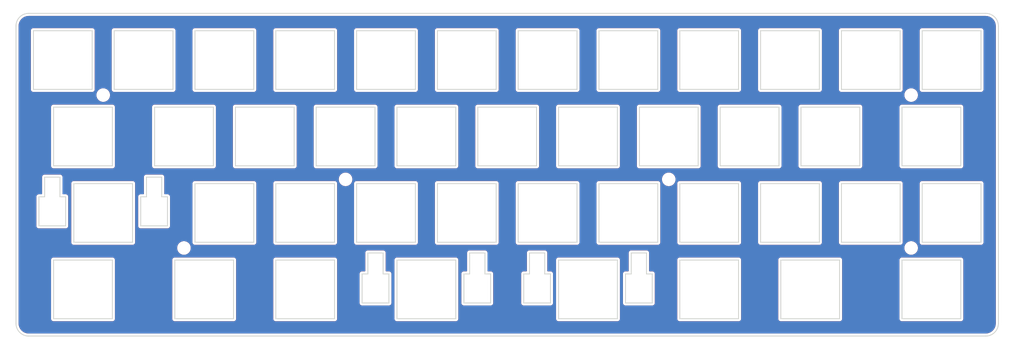
<source format=kicad_pcb>
(kicad_pcb (version 20171130) (host pcbnew 5.1.6-c6e7f7d~87~ubuntu20.04.1)

  (general
    (thickness 1.6)
    (drawings 224)
    (tracks 0)
    (zones 0)
    (modules 6)
    (nets 1)
  )

  (page A2)
  (layers
    (0 F.Cu signal)
    (31 B.Cu signal)
    (32 B.Adhes user)
    (33 F.Adhes user)
    (34 B.Paste user)
    (35 F.Paste user)
    (36 B.SilkS user)
    (37 F.SilkS user)
    (38 B.Mask user)
    (39 F.Mask user)
    (40 Dwgs.User user)
    (41 Cmts.User user)
    (42 Eco1.User user)
    (43 Eco2.User user)
    (44 Edge.Cuts user)
    (45 Margin user)
    (46 B.CrtYd user)
    (47 F.CrtYd user)
    (48 B.Fab user)
    (49 F.Fab user)
  )

  (setup
    (last_trace_width 0.25)
    (user_trace_width 0.45)
    (user_trace_width 0.45)
    (user_trace_width 0.45)
    (user_trace_width 0.45)
    (user_trace_width 0.45)
    (user_trace_width 0.45)
    (trace_clearance 0.2)
    (zone_clearance 0.508)
    (zone_45_only no)
    (trace_min 0.2)
    (via_size 0.8)
    (via_drill 0.4)
    (via_min_size 0.4)
    (via_min_drill 0.3)
    (uvia_size 0.3)
    (uvia_drill 0.1)
    (uvias_allowed no)
    (uvia_min_size 0.2)
    (uvia_min_drill 0.1)
    (edge_width 0.1)
    (segment_width 0.2)
    (pcb_text_width 0.3)
    (pcb_text_size 1.5 1.5)
    (mod_edge_width 0.15)
    (mod_text_size 1 1)
    (mod_text_width 0.15)
    (pad_size 3.7 3.7)
    (pad_drill 3.6)
    (pad_to_mask_clearance 0)
    (aux_axis_origin 0 0)
    (grid_origin 199.39 106.68)
    (visible_elements FFFFFF7F)
    (pcbplotparams
      (layerselection 0x010fc_ffffffff)
      (usegerberextensions false)
      (usegerberattributes false)
      (usegerberadvancedattributes false)
      (creategerberjobfile false)
      (excludeedgelayer true)
      (linewidth 0.100000)
      (plotframeref false)
      (viasonmask false)
      (mode 1)
      (useauxorigin false)
      (hpglpennumber 1)
      (hpglpenspeed 20)
      (hpglpendiameter 15.000000)
      (psnegative false)
      (psa4output false)
      (plotreference true)
      (plotvalue true)
      (plotinvisibletext false)
      (padsonsilk false)
      (subtractmaskfromsilk false)
      (outputformat 1)
      (mirror false)
      (drillshape 0)
      (scaleselection 1)
      (outputdirectory "gerber-staggared-plate/"))
  )

  (net 0 "")

  (net_class Default "This is the default net class."
    (clearance 0.2)
    (trace_width 0.25)
    (via_dia 0.8)
    (via_drill 0.4)
    (uvia_dia 0.3)
    (uvia_drill 0.1)
  )

  (net_class thick ""
    (clearance 0.2)
    (trace_width 0.45)
    (via_dia 0.8)
    (via_drill 0.4)
    (uvia_dia 0.3)
    (uvia_drill 0.1)
  )

  (module MountingHole:MountingHole_2.2mm_M2 (layer F.Cu) (tedit 56D1B4CB) (tstamp 5F4A2649)
    (at 231.96804 74.499)
    (descr "Mounting Hole 2.2mm, no annular, M2")
    (tags "mounting hole 2.2mm no annular m2")
    (attr virtual)
    (fp_text reference REF** (at 0 -3.2) (layer B.Fab)
      (effects (font (size 1 1) (thickness 0.15)))
    )
    (fp_text value MountingHole_2.2mm_M2 (at 0 3.2) (layer F.Fab)
      (effects (font (size 1 1) (thickness 0.15)))
    )
    (fp_circle (center 0 0) (end 2.45 0) (layer F.CrtYd) (width 0.05))
    (fp_circle (center 0 0) (end 2.2 0) (layer Cmts.User) (width 0.15))
    (fp_text user %R (at 0.3 0) (layer F.Fab)
      (effects (font (size 1 1) (thickness 0.15)))
    )
    (pad 1 np_thru_hole circle (at 0 0) (size 2.2 2.2) (drill 2.2) (layers *.Cu *.Mask))
  )

  (module MountingHole:MountingHole_2.2mm_M2 (layer F.Cu) (tedit 56D1B4CB) (tstamp 5F4A263B)
    (at 231.96804 38.399)
    (descr "Mounting Hole 2.2mm, no annular, M2")
    (tags "mounting hole 2.2mm no annular m2")
    (attr virtual)
    (fp_text reference REF** (at 0 -3.2) (layer B.Fab)
      (effects (font (size 1 1) (thickness 0.15)))
    )
    (fp_text value MountingHole_2.2mm_M2 (at 0 3.2) (layer F.Fab)
      (effects (font (size 1 1) (thickness 0.15)))
    )
    (fp_text user %R (at 0.3 0) (layer F.Fab)
      (effects (font (size 1 1) (thickness 0.15)))
    )
    (fp_circle (center 0 0) (end 2.2 0) (layer Cmts.User) (width 0.15))
    (fp_circle (center 0 0) (end 2.45 0) (layer F.CrtYd) (width 0.05))
    (pad 1 np_thru_hole circle (at 0 0) (size 2.2 2.2) (drill 2.2) (layers *.Cu *.Mask))
  )

  (module MountingHole:MountingHole_2.2mm_M2 (layer F.Cu) (tedit 56D1B4CB) (tstamp 5F4A262D)
    (at 174.81804 58.299001)
    (descr "Mounting Hole 2.2mm, no annular, M2")
    (tags "mounting hole 2.2mm no annular m2")
    (attr virtual)
    (fp_text reference REF** (at 0 -3.2) (layer B.Fab)
      (effects (font (size 1 1) (thickness 0.15)))
    )
    (fp_text value MountingHole_2.2mm_M2 (at 0 3.2) (layer F.Fab)
      (effects (font (size 1 1) (thickness 0.15)))
    )
    (fp_circle (center 0 0) (end 2.45 0) (layer F.CrtYd) (width 0.05))
    (fp_circle (center 0 0) (end 2.2 0) (layer Cmts.User) (width 0.15))
    (fp_text user %R (at 0.3 0) (layer F.Fab)
      (effects (font (size 1 1) (thickness 0.15)))
    )
    (pad 1 np_thru_hole circle (at 0 0) (size 2.2 2.2) (drill 2.2) (layers *.Cu *.Mask))
  )

  (module MountingHole:MountingHole_2.2mm_M2 (layer F.Cu) (tedit 56D1B4CB) (tstamp 5F4A261F)
    (at 98.61804 58.299001)
    (descr "Mounting Hole 2.2mm, no annular, M2")
    (tags "mounting hole 2.2mm no annular m2")
    (attr virtual)
    (fp_text reference REF** (at 0 -3.2) (layer B.Fab)
      (effects (font (size 1 1) (thickness 0.15)))
    )
    (fp_text value MountingHole_2.2mm_M2 (at 0 3.2) (layer F.Fab)
      (effects (font (size 1 1) (thickness 0.15)))
    )
    (fp_text user %R (at 0.3 0) (layer F.Fab)
      (effects (font (size 1 1) (thickness 0.15)))
    )
    (fp_circle (center 0 0) (end 2.2 0) (layer Cmts.User) (width 0.15))
    (fp_circle (center 0 0) (end 2.45 0) (layer F.CrtYd) (width 0.05))
    (pad 1 np_thru_hole circle (at 0 0) (size 2.2 2.2) (drill 2.2) (layers *.Cu *.Mask))
  )

  (module MountingHole:MountingHole_2.2mm_M2 (layer F.Cu) (tedit 56D1B4CB) (tstamp 5F4A2611)
    (at 60.51804 74.499)
    (descr "Mounting Hole 2.2mm, no annular, M2")
    (tags "mounting hole 2.2mm no annular m2")
    (attr virtual)
    (fp_text reference REF** (at 0 -3.2) (layer B.Fab)
      (effects (font (size 1 1) (thickness 0.15)))
    )
    (fp_text value MountingHole_2.2mm_M2 (at 0 3.2) (layer F.Fab)
      (effects (font (size 1 1) (thickness 0.15)))
    )
    (fp_circle (center 0 0) (end 2.45 0) (layer F.CrtYd) (width 0.05))
    (fp_circle (center 0 0) (end 2.2 0) (layer Cmts.User) (width 0.15))
    (fp_text user %R (at 0.3 0) (layer F.Fab)
      (effects (font (size 1 1) (thickness 0.15)))
    )
    (pad 1 np_thru_hole circle (at 0 0) (size 2.2 2.2) (drill 2.2) (layers *.Cu *.Mask))
  )

  (module MountingHole:MountingHole_2.2mm_M2 (layer F.Cu) (tedit 56D1B4CB) (tstamp 5F4A25E2)
    (at 41.48328 38.399)
    (descr "Mounting Hole 2.2mm, no annular, M2")
    (tags "mounting hole 2.2mm no annular m2")
    (attr virtual)
    (fp_text reference REF** (at 0 -3.2) (layer B.Fab)
      (effects (font (size 1 1) (thickness 0.15)))
    )
    (fp_text value MountingHole_2.2mm_M2 (at 0 3.2) (layer F.Fab)
      (effects (font (size 1 1) (thickness 0.15)))
    )
    (fp_text user %R (at 0.3 0) (layer F.Fab)
      (effects (font (size 1 1) (thickness 0.15)))
    )
    (fp_circle (center 0 0) (end 2.2 0) (layer Cmts.User) (width 0.15))
    (fp_circle (center 0 0) (end 2.45 0) (layer F.CrtYd) (width 0.05))
    (pad 1 np_thru_hole circle (at 0 0) (size 2.2 2.2) (drill 2.2) (layers *.Cu *.Mask))
  )

  (gr_line (start 243.66348 77.34918) (end 229.81248 77.34918) (layer Edge.Cuts) (width 0.2))
  (gr_line (start 191.27598 37.04968) (end 191.27598 23.19968) (layer Edge.Cuts) (width 0.2))
  (gr_line (start 243.66348 91.20018) (end 243.66348 77.34918) (layer Edge.Cuts) (width 0.2))
  (gr_line (start 143.65098 41.24918) (end 129.79998 41.24918) (layer Edge.Cuts) (width 0.2))
  (gr_line (start 153.17598 37.04968) (end 153.17598 23.19968) (layer Edge.Cuts) (width 0.2))
  (gr_line (start 210.32598 37.04968) (end 210.32598 23.19968) (layer Edge.Cuts) (width 0.2))
  (gr_line (start 234.57498 23.19968) (end 234.57498 37.04968) (layer Edge.Cuts) (width 0.2))
  (gr_arc (start 23.91548 92.29968) (end 20.91548 92.29968) (angle -90) (layer Edge.Cuts) (width 0.2))
  (gr_line (start 172.22598 37.04968) (end 172.22598 23.19968) (layer Edge.Cuts) (width 0.2))
  (gr_line (start 25.02498 23.19918) (end 25.02498 37.05018) (layer Edge.Cuts) (width 0.2))
  (gr_line (start 31.27548 62.42468) (end 31.27548 57.77468) (layer Edge.Cuts) (width 0.2))
  (gr_line (start 200.80098 55.10018) (end 200.80098 41.24918) (layer Edge.Cuts) (width 0.2))
  (gr_line (start 177.42498 59.29918) (end 177.42498 73.15018) (layer Edge.Cuts) (width 0.2))
  (gr_line (start 55.27548 62.42468) (end 55.27548 57.77468) (layer Edge.Cuts) (width 0.2))
  (gr_line (start 177.42498 73.15018) (end 191.27598 73.15018) (layer Edge.Cuts) (width 0.2))
  (gr_line (start 153.17598 59.29918) (end 139.32498 59.29918) (layer Edge.Cuts) (width 0.2))
  (gr_line (start 63.12498 59.29918) (end 63.12498 73.15018) (layer Edge.Cuts) (width 0.2))
  (gr_line (start 215.08848 77.34918) (end 201.23748 77.34918) (layer Edge.Cuts) (width 0.2))
  (gr_line (start 120.27498 73.15018) (end 134.12598 73.15018) (layer Edge.Cuts) (width 0.2))
  (gr_line (start 158.37498 59.29918) (end 158.37498 73.15018) (layer Edge.Cuts) (width 0.2))
  (gr_line (start 86.50098 41.24918) (end 72.64998 41.24918) (layer Edge.Cuts) (width 0.2))
  (gr_line (start 164.62548 80.62468) (end 164.62548 87.47468) (layer Edge.Cuts) (width 0.2))
  (gr_line (start 53.59998 41.24918) (end 53.59998 55.10018) (layer Edge.Cuts) (width 0.2))
  (gr_line (start 50.32548 62.42468) (end 50.32548 69.27468) (layer Edge.Cuts) (width 0.2))
  (gr_line (start 134.12598 59.29918) (end 120.27498 59.29918) (layer Edge.Cuts) (width 0.2))
  (gr_arc (start 23.91548 22.09968) (end 23.91548 19.09968) (angle -90) (layer Edge.Cuts) (width 0.2))
  (gr_line (start 229.81248 41.24918) (end 229.81248 55.10018) (layer Edge.Cuts) (width 0.2))
  (gr_line (start 108.82548 80.62468) (end 107.47548 80.62468) (layer Edge.Cuts) (width 0.2))
  (gr_line (start 210.32598 59.29918) (end 196.47498 59.29918) (layer Edge.Cuts) (width 0.2))
  (gr_line (start 148.84998 77.34918) (end 148.84998 91.20018) (layer Edge.Cuts) (width 0.2))
  (gr_line (start 145.57548 80.62468) (end 145.57548 75.67468) (layer Edge.Cuts) (width 0.2))
  (gr_line (start 67.45098 41.24918) (end 53.59998 41.24918) (layer Edge.Cuts) (width 0.2))
  (gr_line (start 43.63848 91.20018) (end 43.63848 77.34918) (layer Edge.Cuts) (width 0.2))
  (gr_line (start 25.02498 37.05018) (end 38.87598 37.05018) (layer Edge.Cuts) (width 0.2))
  (gr_line (start 167.89998 55.10018) (end 181.75098 55.10018) (layer Edge.Cuts) (width 0.2))
  (gr_line (start 31.27548 57.77468) (end 27.67548 57.77468) (layer Edge.Cuts) (width 0.2))
  (gr_line (start 196.47498 23.19968) (end 196.47498 37.04968) (layer Edge.Cuts) (width 0.2))
  (gr_line (start 120.27498 23.19968) (end 120.27498 37.04968) (layer Edge.Cuts) (width 0.2))
  (gr_line (start 215.52498 73.15018) (end 229.37598 73.15018) (layer Edge.Cuts) (width 0.2))
  (gr_line (start 205.99998 55.10018) (end 219.85098 55.10018) (layer Edge.Cuts) (width 0.2))
  (gr_line (start 44.07498 23.19968) (end 44.07498 37.04968) (layer Edge.Cuts) (width 0.2))
  (gr_line (start 158.37498 37.04968) (end 172.22598 37.04968) (layer Edge.Cuts) (width 0.2))
  (gr_line (start 127.87548 80.62468) (end 126.52548 80.62468) (layer Edge.Cuts) (width 0.2))
  (gr_line (start 34.54998 59.29918) (end 34.54998 73.15018) (layer Edge.Cuts) (width 0.2))
  (gr_line (start 181.75098 41.24918) (end 167.89998 41.24918) (layer Edge.Cuts) (width 0.2))
  (gr_line (start 140.62548 87.47468) (end 146.92548 87.47468) (layer Edge.Cuts) (width 0.2))
  (gr_line (start 115.07598 59.29918) (end 101.22498 59.29918) (layer Edge.Cuts) (width 0.2))
  (gr_line (start 58.36248 77.34918) (end 58.36248 91.20018) (layer Edge.Cuts) (width 0.2))
  (gr_line (start 249.53548 19.09968) (end 23.91548 19.09968) (layer Edge.Cuts) (width 0.2))
  (gr_line (start 76.97598 37.04968) (end 76.97598 23.19968) (layer Edge.Cuts) (width 0.2))
  (gr_line (start 131.47548 80.62468) (end 131.47548 75.67468) (layer Edge.Cuts) (width 0.2))
  (gr_line (start 146.92548 80.62468) (end 145.57548 80.62468) (layer Edge.Cuts) (width 0.2))
  (gr_line (start 91.69998 41.24918) (end 91.69998 55.10018) (layer Edge.Cuts) (width 0.2))
  (gr_line (start 44.07498 37.04968) (end 57.92598 37.04968) (layer Edge.Cuts) (width 0.2))
  (gr_line (start 191.27598 91.20018) (end 191.27598 77.34918) (layer Edge.Cuts) (width 0.2))
  (gr_line (start 72.64998 55.10018) (end 86.50098 55.10018) (layer Edge.Cuts) (width 0.2))
  (gr_line (start 165.97548 80.62468) (end 164.62548 80.62468) (layer Edge.Cuts) (width 0.2))
  (gr_line (start 243.66348 41.24918) (end 229.81248 41.24918) (layer Edge.Cuts) (width 0.2))
  (gr_line (start 243.66348 55.10018) (end 243.66348 41.24918) (layer Edge.Cuts) (width 0.2))
  (gr_line (start 131.47548 75.67468) (end 127.87548 75.67468) (layer Edge.Cuts) (width 0.2))
  (gr_line (start 172.22598 23.19968) (end 158.37498 23.19968) (layer Edge.Cuts) (width 0.2))
  (gr_line (start 126.52548 80.62468) (end 126.52548 87.47468) (layer Edge.Cuts) (width 0.2))
  (gr_line (start 191.27598 23.19968) (end 177.42498 23.19968) (layer Edge.Cuts) (width 0.2))
  (gr_line (start 72.64998 41.24918) (end 72.64998 55.10018) (layer Edge.Cuts) (width 0.2))
  (gr_line (start 252.53548 92.29968) (end 252.53548 22.09968) (layer Edge.Cuts) (width 0.2))
  (gr_line (start 134.12598 23.19968) (end 120.27498 23.19968) (layer Edge.Cuts) (width 0.2))
  (gr_line (start 229.37598 73.15018) (end 229.37598 59.29918) (layer Edge.Cuts) (width 0.2))
  (gr_line (start 29.78748 41.24918) (end 29.78748 55.10018) (layer Edge.Cuts) (width 0.2))
  (gr_line (start 215.08848 91.20018) (end 215.08848 77.34918) (layer Edge.Cuts) (width 0.2))
  (gr_line (start 107.47548 80.62468) (end 107.47548 75.67468) (layer Edge.Cuts) (width 0.2))
  (gr_line (start 191.27598 73.15018) (end 191.27598 59.29918) (layer Edge.Cuts) (width 0.2))
  (gr_line (start 234.57498 37.04968) (end 248.42598 37.04968) (layer Edge.Cuts) (width 0.2))
  (gr_line (start 172.22598 59.29918) (end 158.37498 59.29918) (layer Edge.Cuts) (width 0.2))
  (gr_line (start 110.74998 41.24918) (end 110.74998 55.10018) (layer Edge.Cuts) (width 0.2))
  (gr_line (start 145.57548 75.67468) (end 141.97548 75.67468) (layer Edge.Cuts) (width 0.2))
  (gr_line (start 29.78748 77.34918) (end 29.78748 91.20018) (layer Edge.Cuts) (width 0.2))
  (gr_line (start 48.40098 73.15018) (end 48.40098 59.29918) (layer Edge.Cuts) (width 0.2))
  (gr_line (start 20.91548 22.09968) (end 20.91548 92.29968) (layer Edge.Cuts) (width 0.2))
  (gr_line (start 57.92598 37.04968) (end 57.92598 23.19968) (layer Edge.Cuts) (width 0.2))
  (gr_line (start 229.81248 77.34918) (end 229.81248 91.20018) (layer Edge.Cuts) (width 0.2))
  (gr_line (start 134.12598 37.04968) (end 134.12598 23.19968) (layer Edge.Cuts) (width 0.2))
  (gr_line (start 57.92598 23.19968) (end 44.07498 23.19968) (layer Edge.Cuts) (width 0.2))
  (gr_line (start 229.81248 91.20018) (end 243.66348 91.20018) (layer Edge.Cuts) (width 0.2))
  (gr_line (start 139.32498 73.15018) (end 153.17598 73.15018) (layer Edge.Cuts) (width 0.2))
  (gr_line (start 96.02598 59.29918) (end 82.17498 59.29918) (layer Edge.Cuts) (width 0.2))
  (gr_line (start 162.70098 77.34918) (end 148.84998 77.34918) (layer Edge.Cuts) (width 0.2))
  (gr_line (start 229.37598 23.19968) (end 215.52498 23.19968) (layer Edge.Cuts) (width 0.2))
  (gr_line (start 110.74998 55.10018) (end 124.60098 55.10018) (layer Edge.Cuts) (width 0.2))
  (gr_line (start 51.67548 62.42468) (end 50.32548 62.42468) (layer Edge.Cuts) (width 0.2))
  (gr_line (start 27.67548 57.77468) (end 27.67548 62.42468) (layer Edge.Cuts) (width 0.2))
  (gr_line (start 55.27548 57.77468) (end 51.67548 57.77468) (layer Edge.Cuts) (width 0.2))
  (gr_line (start 162.70098 55.10018) (end 162.70098 41.24918) (layer Edge.Cuts) (width 0.2))
  (gr_line (start 229.37598 59.29918) (end 215.52498 59.29918) (layer Edge.Cuts) (width 0.2))
  (gr_line (start 56.62548 69.27468) (end 56.62548 62.42468) (layer Edge.Cuts) (width 0.2))
  (gr_line (start 115.07598 73.15018) (end 115.07598 59.29918) (layer Edge.Cuts) (width 0.2))
  (gr_line (start 120.27498 59.29918) (end 120.27498 73.15018) (layer Edge.Cuts) (width 0.2))
  (gr_line (start 27.67548 62.42468) (end 26.32548 62.42468) (layer Edge.Cuts) (width 0.2))
  (gr_line (start 215.52498 59.29918) (end 215.52498 73.15018) (layer Edge.Cuts) (width 0.2))
  (gr_line (start 248.42598 59.29918) (end 234.57498 59.29918) (layer Edge.Cuts) (width 0.2))
  (gr_line (start 234.57498 59.29918) (end 234.57498 73.15018) (layer Edge.Cuts) (width 0.2))
  (gr_line (start 86.50098 55.10018) (end 86.50098 41.24918) (layer Edge.Cuts) (width 0.2))
  (gr_line (start 234.57498 73.15018) (end 248.42598 73.15018) (layer Edge.Cuts) (width 0.2))
  (gr_line (start 126.52548 87.47468) (end 132.82548 87.47468) (layer Edge.Cuts) (width 0.2))
  (gr_line (start 248.42598 73.15018) (end 248.42598 59.29918) (layer Edge.Cuts) (width 0.2))
  (gr_line (start 108.82548 87.47468) (end 108.82548 80.62468) (layer Edge.Cuts) (width 0.2))
  (gr_line (start 210.32598 23.19968) (end 196.47498 23.19968) (layer Edge.Cuts) (width 0.2))
  (gr_line (start 101.22498 23.19968) (end 101.22498 37.04968) (layer Edge.Cuts) (width 0.2))
  (gr_line (start 196.47498 37.04968) (end 210.32598 37.04968) (layer Edge.Cuts) (width 0.2))
  (gr_line (start 26.32548 69.27468) (end 32.62548 69.27468) (layer Edge.Cuts) (width 0.2))
  (gr_line (start 132.82548 80.62468) (end 131.47548 80.62468) (layer Edge.Cuts) (width 0.2))
  (gr_line (start 82.17498 23.19968) (end 82.17498 37.04968) (layer Edge.Cuts) (width 0.2))
  (gr_line (start 63.12498 37.04968) (end 76.97598 37.04968) (layer Edge.Cuts) (width 0.2))
  (gr_line (start 105.55098 41.24918) (end 91.69998 41.24918) (layer Edge.Cuts) (width 0.2))
  (gr_line (start 170.92548 87.47468) (end 170.92548 80.62468) (layer Edge.Cuts) (width 0.2))
  (gr_line (start 103.87548 75.67468) (end 103.87548 80.62468) (layer Edge.Cuts) (width 0.2))
  (gr_line (start 196.47498 59.29918) (end 196.47498 73.15018) (layer Edge.Cuts) (width 0.2))
  (gr_line (start 56.62548 62.42468) (end 55.27548 62.42468) (layer Edge.Cuts) (width 0.2))
  (gr_line (start 201.23748 91.20018) (end 215.08848 91.20018) (layer Edge.Cuts) (width 0.2))
  (gr_line (start 140.62548 80.62468) (end 140.62548 87.47468) (layer Edge.Cuts) (width 0.2))
  (gr_line (start 210.32598 73.15018) (end 210.32598 59.29918) (layer Edge.Cuts) (width 0.2))
  (gr_line (start 169.57548 75.67468) (end 165.97548 75.67468) (layer Edge.Cuts) (width 0.2))
  (gr_line (start 127.87548 75.67468) (end 127.87548 80.62468) (layer Edge.Cuts) (width 0.2))
  (gr_line (start 82.17498 77.34918) (end 82.17498 91.20018) (layer Edge.Cuts) (width 0.2))
  (gr_line (start 67.45098 55.10018) (end 67.45098 41.24918) (layer Edge.Cuts) (width 0.2))
  (gr_line (start 53.59998 55.10018) (end 67.45098 55.10018) (layer Edge.Cuts) (width 0.2))
  (gr_line (start 51.67548 57.77468) (end 51.67548 62.42468) (layer Edge.Cuts) (width 0.2))
  (gr_line (start 50.32548 69.27468) (end 56.62548 69.27468) (layer Edge.Cuts) (width 0.2))
  (gr_line (start 29.78748 91.20018) (end 43.63848 91.20018) (layer Edge.Cuts) (width 0.2))
  (gr_line (start 172.22598 73.15018) (end 172.22598 59.29918) (layer Edge.Cuts) (width 0.2))
  (gr_arc (start 249.53548 22.09968) (end 252.53548 22.09968) (angle -90) (layer Edge.Cuts) (width 0.2))
  (gr_line (start 115.07598 23.19968) (end 101.22498 23.19968) (layer Edge.Cuts) (width 0.2))
  (gr_line (start 82.17498 91.20018) (end 96.02598 91.20018) (layer Edge.Cuts) (width 0.2))
  (gr_line (start 82.17498 73.15018) (end 96.02598 73.15018) (layer Edge.Cuts) (width 0.2))
  (gr_line (start 110.74998 77.34918) (end 110.74998 91.20018) (layer Edge.Cuts) (width 0.2))
  (gr_line (start 229.37598 37.04968) (end 229.37598 23.19968) (layer Edge.Cuts) (width 0.2))
  (gr_line (start 146.92548 87.47468) (end 146.92548 80.62468) (layer Edge.Cuts) (width 0.2))
  (gr_line (start 32.62548 62.42468) (end 31.27548 62.42468) (layer Edge.Cuts) (width 0.2))
  (gr_line (start 72.21348 77.34918) (end 58.36248 77.34918) (layer Edge.Cuts) (width 0.2))
  (gr_line (start 82.17498 59.29918) (end 82.17498 73.15018) (layer Edge.Cuts) (width 0.2))
  (gr_line (start 215.52498 23.19968) (end 215.52498 37.04968) (layer Edge.Cuts) (width 0.2))
  (gr_line (start 248.42598 23.19968) (end 234.57498 23.19968) (layer Edge.Cuts) (width 0.2))
  (gr_line (start 186.94998 55.10018) (end 200.80098 55.10018) (layer Edge.Cuts) (width 0.2))
  (gr_line (start 124.60098 77.34918) (end 110.74998 77.34918) (layer Edge.Cuts) (width 0.2))
  (gr_line (start 76.97598 73.15018) (end 76.97598 59.29918) (layer Edge.Cuts) (width 0.2))
  (gr_line (start 34.54998 73.15018) (end 48.40098 73.15018) (layer Edge.Cuts) (width 0.2))
  (gr_line (start 82.17498 37.04968) (end 96.02598 37.04968) (layer Edge.Cuts) (width 0.2))
  (gr_line (start 29.78748 55.10018) (end 43.63848 55.10018) (layer Edge.Cuts) (width 0.2))
  (gr_line (start 115.07598 37.04968) (end 115.07598 23.19968) (layer Edge.Cuts) (width 0.2))
  (gr_line (start 96.02598 77.34918) (end 82.17498 77.34918) (layer Edge.Cuts) (width 0.2))
  (gr_line (start 139.32498 59.29918) (end 139.32498 73.15018) (layer Edge.Cuts) (width 0.2))
  (gr_line (start 120.27498 37.04968) (end 134.12598 37.04968) (layer Edge.Cuts) (width 0.2))
  (gr_line (start 141.97548 75.67468) (end 141.97548 80.62468) (layer Edge.Cuts) (width 0.2))
  (gr_line (start 110.74998 91.20018) (end 124.60098 91.20018) (layer Edge.Cuts) (width 0.2))
  (gr_line (start 162.70098 41.24918) (end 148.84998 41.24918) (layer Edge.Cuts) (width 0.2))
  (gr_line (start 101.22498 37.04968) (end 115.07598 37.04968) (layer Edge.Cuts) (width 0.2))
  (gr_line (start 102.52548 87.47468) (end 108.82548 87.47468) (layer Edge.Cuts) (width 0.2))
  (gr_line (start 43.63848 41.24918) (end 29.78748 41.24918) (layer Edge.Cuts) (width 0.2))
  (gr_line (start 215.52498 37.04968) (end 229.37598 37.04968) (layer Edge.Cuts) (width 0.2))
  (gr_line (start 177.42498 23.19968) (end 177.42498 37.04968) (layer Edge.Cuts) (width 0.2))
  (gr_line (start 107.47548 75.67468) (end 103.87548 75.67468) (layer Edge.Cuts) (width 0.2))
  (gr_line (start 96.02598 23.19968) (end 82.17498 23.19968) (layer Edge.Cuts) (width 0.2))
  (gr_line (start 96.02598 73.15018) (end 96.02598 59.29918) (layer Edge.Cuts) (width 0.2))
  (gr_line (start 139.32498 37.04968) (end 153.17598 37.04968) (layer Edge.Cuts) (width 0.2))
  (gr_line (start 124.60098 55.10018) (end 124.60098 41.24918) (layer Edge.Cuts) (width 0.2))
  (gr_line (start 96.02598 91.20018) (end 96.02598 77.34918) (layer Edge.Cuts) (width 0.2))
  (gr_line (start 91.69998 55.10018) (end 105.55098 55.10018) (layer Edge.Cuts) (width 0.2))
  (gr_line (start 219.85098 55.10018) (end 219.85098 41.24918) (layer Edge.Cuts) (width 0.2))
  (gr_line (start 162.70098 91.20018) (end 162.70098 77.34918) (layer Edge.Cuts) (width 0.2))
  (gr_line (start 76.97598 23.19968) (end 63.12498 23.19968) (layer Edge.Cuts) (width 0.2))
  (gr_line (start 43.63848 55.10018) (end 43.63848 41.24918) (layer Edge.Cuts) (width 0.2))
  (gr_line (start 141.97548 80.62468) (end 140.62548 80.62468) (layer Edge.Cuts) (width 0.2))
  (gr_line (start 63.12498 73.15018) (end 76.97598 73.15018) (layer Edge.Cuts) (width 0.2))
  (gr_line (start 23.91548 95.29968) (end 249.53548 95.29968) (layer Edge.Cuts) (width 0.2))
  (gr_line (start 124.60098 41.24918) (end 110.74998 41.24918) (layer Edge.Cuts) (width 0.2))
  (gr_line (start 124.60098 91.20018) (end 124.60098 77.34918) (layer Edge.Cuts) (width 0.2))
  (gr_line (start 143.65098 55.10018) (end 143.65098 41.24918) (layer Edge.Cuts) (width 0.2))
  (gr_line (start 158.37498 73.15018) (end 172.22598 73.15018) (layer Edge.Cuts) (width 0.2))
  (gr_line (start 196.47498 73.15018) (end 210.32598 73.15018) (layer Edge.Cuts) (width 0.2))
  (gr_line (start 200.80098 41.24918) (end 186.94998 41.24918) (layer Edge.Cuts) (width 0.2))
  (gr_line (start 129.79998 55.10018) (end 143.65098 55.10018) (layer Edge.Cuts) (width 0.2))
  (gr_line (start 186.94998 41.24918) (end 186.94998 55.10018) (layer Edge.Cuts) (width 0.2))
  (gr_line (start 132.82548 87.47468) (end 132.82548 80.62468) (layer Edge.Cuts) (width 0.2))
  (gr_line (start 148.84998 41.24918) (end 148.84998 55.10018) (layer Edge.Cuts) (width 0.2))
  (gr_line (start 103.87548 80.62468) (end 102.52548 80.62468) (layer Edge.Cuts) (width 0.2))
  (gr_line (start 63.12498 23.19968) (end 63.12498 37.04968) (layer Edge.Cuts) (width 0.2))
  (gr_line (start 105.55098 55.10018) (end 105.55098 41.24918) (layer Edge.Cuts) (width 0.2))
  (gr_line (start 148.84998 55.10018) (end 162.70098 55.10018) (layer Edge.Cuts) (width 0.2))
  (gr_line (start 102.52548 80.62468) (end 102.52548 87.47468) (layer Edge.Cuts) (width 0.2))
  (gr_line (start 38.87598 37.05018) (end 38.87598 23.19918) (layer Edge.Cuts) (width 0.2))
  (gr_arc (start 249.53548 92.29968) (end 249.53548 95.29968) (angle -90) (layer Edge.Cuts) (width 0.2))
  (gr_line (start 191.27598 59.29918) (end 177.42498 59.29918) (layer Edge.Cuts) (width 0.2))
  (gr_line (start 153.17598 73.15018) (end 153.17598 59.29918) (layer Edge.Cuts) (width 0.2))
  (gr_line (start 38.87598 23.19918) (end 25.02498 23.19918) (layer Edge.Cuts) (width 0.2))
  (gr_line (start 219.85098 41.24918) (end 205.99998 41.24918) (layer Edge.Cuts) (width 0.2))
  (gr_line (start 201.23748 77.34918) (end 201.23748 91.20018) (layer Edge.Cuts) (width 0.2))
  (gr_line (start 134.12598 73.15018) (end 134.12598 59.29918) (layer Edge.Cuts) (width 0.2))
  (gr_line (start 48.40098 59.29918) (end 34.54998 59.29918) (layer Edge.Cuts) (width 0.2))
  (gr_line (start 177.42498 37.04968) (end 191.27598 37.04968) (layer Edge.Cuts) (width 0.2))
  (gr_line (start 191.27598 77.34918) (end 177.42498 77.34918) (layer Edge.Cuts) (width 0.2))
  (gr_line (start 158.37498 23.19968) (end 158.37498 37.04968) (layer Edge.Cuts) (width 0.2))
  (gr_line (start 129.79998 41.24918) (end 129.79998 55.10018) (layer Edge.Cuts) (width 0.2))
  (gr_line (start 229.81248 55.10018) (end 243.66348 55.10018) (layer Edge.Cuts) (width 0.2))
  (gr_line (start 165.97548 75.67468) (end 165.97548 80.62468) (layer Edge.Cuts) (width 0.2))
  (gr_line (start 148.84998 91.20018) (end 162.70098 91.20018) (layer Edge.Cuts) (width 0.2))
  (gr_line (start 76.97598 59.29918) (end 63.12498 59.29918) (layer Edge.Cuts) (width 0.2))
  (gr_line (start 248.42598 37.04968) (end 248.42598 23.19968) (layer Edge.Cuts) (width 0.2))
  (gr_line (start 181.75098 55.10018) (end 181.75098 41.24918) (layer Edge.Cuts) (width 0.2))
  (gr_line (start 32.62548 69.27468) (end 32.62548 62.42468) (layer Edge.Cuts) (width 0.2))
  (gr_line (start 167.89998 41.24918) (end 167.89998 55.10018) (layer Edge.Cuts) (width 0.2))
  (gr_line (start 139.32498 23.19968) (end 139.32498 37.04968) (layer Edge.Cuts) (width 0.2))
  (gr_line (start 164.62548 87.47468) (end 170.92548 87.47468) (layer Edge.Cuts) (width 0.2))
  (gr_line (start 96.02598 37.04968) (end 96.02598 23.19968) (layer Edge.Cuts) (width 0.2))
  (gr_line (start 26.32548 62.42468) (end 26.32548 69.27468) (layer Edge.Cuts) (width 0.2))
  (gr_line (start 101.22498 59.29918) (end 101.22498 73.15018) (layer Edge.Cuts) (width 0.2))
  (gr_line (start 72.21348 91.20018) (end 72.21348 77.34918) (layer Edge.Cuts) (width 0.2))
  (gr_line (start 153.17598 23.19968) (end 139.32498 23.19968) (layer Edge.Cuts) (width 0.2))
  (gr_line (start 177.42498 91.20018) (end 191.27598 91.20018) (layer Edge.Cuts) (width 0.2))
  (gr_line (start 177.42498 77.34918) (end 177.42498 91.20018) (layer Edge.Cuts) (width 0.2))
  (gr_line (start 58.36248 91.20018) (end 72.21348 91.20018) (layer Edge.Cuts) (width 0.2))
  (gr_line (start 43.63848 77.34918) (end 29.78748 77.34918) (layer Edge.Cuts) (width 0.2))
  (gr_line (start 205.99998 41.24918) (end 205.99998 55.10018) (layer Edge.Cuts) (width 0.2))
  (gr_line (start 101.22498 73.15018) (end 115.07598 73.15018) (layer Edge.Cuts) (width 0.2))
  (gr_line (start 170.92548 80.62468) (end 169.57548 80.62468) (layer Edge.Cuts) (width 0.2))
  (gr_line (start 169.57548 80.62468) (end 169.57548 75.67468) (layer Edge.Cuts) (width 0.2))

  (zone (net 0) (net_name "") (layer F.Cu) (tstamp 5F4AEF46) (hatch edge 0.508)
    (connect_pads (clearance 0.508))
    (min_thickness 0.254)
    (fill yes (arc_segments 32) (thermal_gap 0.508) (thermal_bridge_width 0.508))
    (polygon
      (pts
        (xy 256.16408 16.764) (xy 258.57708 96.1136) (xy 19.53768 97.409) (xy 18.08988 17.399) (xy 24.18588 15.9512)
      )
    )
    (filled_polygon
      (pts
        (xy 249.974735 19.881274) (xy 250.397261 20.008842) (xy 250.786962 20.216049) (xy 251.128993 20.495004) (xy 251.410329 20.835079)
        (xy 251.620251 21.223324) (xy 251.750765 21.644945) (xy 251.800481 22.117963) (xy 251.80048 92.263733) (xy 251.753886 92.738935)
        (xy 251.626318 93.161461) (xy 251.419111 93.551162) (xy 251.140156 93.893193) (xy 250.800081 94.174529) (xy 250.411836 94.384451)
        (xy 249.990217 94.514965) (xy 249.517206 94.56468) (xy 23.951427 94.56468) (xy 23.476225 94.518086) (xy 23.053699 94.390518)
        (xy 22.663998 94.183311) (xy 22.321967 93.904356) (xy 22.040631 93.564281) (xy 21.830709 93.176036) (xy 21.700195 92.754417)
        (xy 21.65048 92.281406) (xy 21.65048 77.34918) (xy 29.048924 77.34918) (xy 29.05248 77.385285) (xy 29.052481 91.164065)
        (xy 29.048924 91.20018) (xy 29.063115 91.344265) (xy 29.105143 91.482813) (xy 29.173393 91.6105) (xy 29.265242 91.722418)
        (xy 29.37716 91.814267) (xy 29.504847 91.882517) (xy 29.643395 91.924545) (xy 29.751375 91.93518) (xy 29.78748 91.938736)
        (xy 29.823585 91.93518) (xy 43.602375 91.93518) (xy 43.63848 91.938736) (xy 43.674585 91.93518) (xy 43.782565 91.924545)
        (xy 43.921113 91.882517) (xy 44.0488 91.814267) (xy 44.160718 91.722418) (xy 44.252567 91.6105) (xy 44.320817 91.482813)
        (xy 44.362845 91.344265) (xy 44.377036 91.20018) (xy 44.37348 91.164075) (xy 44.37348 77.385285) (xy 44.377036 77.34918)
        (xy 57.623924 77.34918) (xy 57.62748 77.385285) (xy 57.627481 91.164065) (xy 57.623924 91.20018) (xy 57.638115 91.344265)
        (xy 57.680143 91.482813) (xy 57.748393 91.6105) (xy 57.840242 91.722418) (xy 57.95216 91.814267) (xy 58.079847 91.882517)
        (xy 58.218395 91.924545) (xy 58.326375 91.93518) (xy 58.36248 91.938736) (xy 58.398585 91.93518) (xy 72.177375 91.93518)
        (xy 72.21348 91.938736) (xy 72.249585 91.93518) (xy 72.357565 91.924545) (xy 72.496113 91.882517) (xy 72.6238 91.814267)
        (xy 72.735718 91.722418) (xy 72.827567 91.6105) (xy 72.895817 91.482813) (xy 72.937845 91.344265) (xy 72.952036 91.20018)
        (xy 72.94848 91.164075) (xy 72.94848 77.385285) (xy 72.952036 77.34918) (xy 81.436424 77.34918) (xy 81.43998 77.385285)
        (xy 81.439981 91.164065) (xy 81.436424 91.20018) (xy 81.450615 91.344265) (xy 81.492643 91.482813) (xy 81.560893 91.6105)
        (xy 81.652742 91.722418) (xy 81.76466 91.814267) (xy 81.892347 91.882517) (xy 82.030895 91.924545) (xy 82.138875 91.93518)
        (xy 82.17498 91.938736) (xy 82.211085 91.93518) (xy 95.989875 91.93518) (xy 96.02598 91.938736) (xy 96.062085 91.93518)
        (xy 96.170065 91.924545) (xy 96.308613 91.882517) (xy 96.4363 91.814267) (xy 96.548218 91.722418) (xy 96.640067 91.6105)
        (xy 96.708317 91.482813) (xy 96.750345 91.344265) (xy 96.764536 91.20018) (xy 96.76098 91.164075) (xy 96.76098 80.62468)
        (xy 101.786924 80.62468) (xy 101.79048 80.660784) (xy 101.790481 87.438565) (xy 101.786924 87.47468) (xy 101.801115 87.618765)
        (xy 101.843143 87.757313) (xy 101.911393 87.885) (xy 102.003242 87.996918) (xy 102.11516 88.088767) (xy 102.242847 88.157017)
        (xy 102.381395 88.199045) (xy 102.489375 88.20968) (xy 102.52548 88.213236) (xy 102.561585 88.20968) (xy 108.789375 88.20968)
        (xy 108.82548 88.213236) (xy 108.861585 88.20968) (xy 108.969565 88.199045) (xy 109.108113 88.157017) (xy 109.2358 88.088767)
        (xy 109.347718 87.996918) (xy 109.439567 87.885) (xy 109.507817 87.757313) (xy 109.549845 87.618765) (xy 109.564036 87.47468)
        (xy 109.56048 87.438575) (xy 109.56048 80.660784) (xy 109.564036 80.62468) (xy 109.549845 80.480595) (xy 109.507817 80.342047)
        (xy 109.439567 80.21436) (xy 109.347718 80.102442) (xy 109.2358 80.010593) (xy 109.108113 79.942343) (xy 108.969565 79.900315)
        (xy 108.861585 79.88968) (xy 108.82548 79.886124) (xy 108.789375 79.88968) (xy 108.21048 79.88968) (xy 108.21048 77.34918)
        (xy 110.011424 77.34918) (xy 110.01498 77.385285) (xy 110.014981 91.164065) (xy 110.011424 91.20018) (xy 110.025615 91.344265)
        (xy 110.067643 91.482813) (xy 110.135893 91.6105) (xy 110.227742 91.722418) (xy 110.33966 91.814267) (xy 110.467347 91.882517)
        (xy 110.605895 91.924545) (xy 110.713875 91.93518) (xy 110.74998 91.938736) (xy 110.786085 91.93518) (xy 124.564875 91.93518)
        (xy 124.60098 91.938736) (xy 124.637085 91.93518) (xy 124.745065 91.924545) (xy 124.883613 91.882517) (xy 125.0113 91.814267)
        (xy 125.123218 91.722418) (xy 125.215067 91.6105) (xy 125.283317 91.482813) (xy 125.325345 91.344265) (xy 125.339536 91.20018)
        (xy 125.33598 91.164075) (xy 125.33598 80.62468) (xy 125.786924 80.62468) (xy 125.79048 80.660784) (xy 125.790481 87.438565)
        (xy 125.786924 87.47468) (xy 125.801115 87.618765) (xy 125.843143 87.757313) (xy 125.911393 87.885) (xy 126.003242 87.996918)
        (xy 126.11516 88.088767) (xy 126.242847 88.157017) (xy 126.381395 88.199045) (xy 126.489375 88.20968) (xy 126.52548 88.213236)
        (xy 126.561585 88.20968) (xy 132.789375 88.20968) (xy 132.82548 88.213236) (xy 132.861585 88.20968) (xy 132.969565 88.199045)
        (xy 133.108113 88.157017) (xy 133.2358 88.088767) (xy 133.347718 87.996918) (xy 133.439567 87.885) (xy 133.507817 87.757313)
        (xy 133.549845 87.618765) (xy 133.564036 87.47468) (xy 133.56048 87.438575) (xy 133.56048 80.660784) (xy 133.564036 80.62468)
        (xy 139.886924 80.62468) (xy 139.89048 80.660784) (xy 139.890481 87.438565) (xy 139.886924 87.47468) (xy 139.901115 87.618765)
        (xy 139.943143 87.757313) (xy 140.011393 87.885) (xy 140.103242 87.996918) (xy 140.21516 88.088767) (xy 140.342847 88.157017)
        (xy 140.481395 88.199045) (xy 140.589375 88.20968) (xy 140.62548 88.213236) (xy 140.661585 88.20968) (xy 146.889375 88.20968)
        (xy 146.92548 88.213236) (xy 146.961585 88.20968) (xy 147.069565 88.199045) (xy 147.208113 88.157017) (xy 147.3358 88.088767)
        (xy 147.447718 87.996918) (xy 147.539567 87.885) (xy 147.607817 87.757313) (xy 147.649845 87.618765) (xy 147.664036 87.47468)
        (xy 147.66048 87.438575) (xy 147.66048 80.660784) (xy 147.664036 80.62468) (xy 147.649845 80.480595) (xy 147.607817 80.342047)
        (xy 147.539567 80.21436) (xy 147.447718 80.102442) (xy 147.3358 80.010593) (xy 147.208113 79.942343) (xy 147.069565 79.900315)
        (xy 146.961585 79.88968) (xy 146.92548 79.886124) (xy 146.889375 79.88968) (xy 146.31048 79.88968) (xy 146.31048 77.34918)
        (xy 148.111424 77.34918) (xy 148.11498 77.385285) (xy 148.114981 91.164065) (xy 148.111424 91.20018) (xy 148.125615 91.344265)
        (xy 148.167643 91.482813) (xy 148.235893 91.6105) (xy 148.327742 91.722418) (xy 148.43966 91.814267) (xy 148.567347 91.882517)
        (xy 148.705895 91.924545) (xy 148.813875 91.93518) (xy 148.84998 91.938736) (xy 148.886085 91.93518) (xy 162.664875 91.93518)
        (xy 162.70098 91.938736) (xy 162.737085 91.93518) (xy 162.845065 91.924545) (xy 162.983613 91.882517) (xy 163.1113 91.814267)
        (xy 163.223218 91.722418) (xy 163.315067 91.6105) (xy 163.383317 91.482813) (xy 163.425345 91.344265) (xy 163.439536 91.20018)
        (xy 163.43598 91.164075) (xy 163.43598 80.62468) (xy 163.886924 80.62468) (xy 163.89048 80.660784) (xy 163.890481 87.438565)
        (xy 163.886924 87.47468) (xy 163.901115 87.618765) (xy 163.943143 87.757313) (xy 164.011393 87.885) (xy 164.103242 87.996918)
        (xy 164.21516 88.088767) (xy 164.342847 88.157017) (xy 164.481395 88.199045) (xy 164.589375 88.20968) (xy 164.62548 88.213236)
        (xy 164.661585 88.20968) (xy 170.889375 88.20968) (xy 170.92548 88.213236) (xy 170.961585 88.20968) (xy 171.069565 88.199045)
        (xy 171.208113 88.157017) (xy 171.3358 88.088767) (xy 171.447718 87.996918) (xy 171.539567 87.885) (xy 171.607817 87.757313)
        (xy 171.649845 87.618765) (xy 171.664036 87.47468) (xy 171.66048 87.438575) (xy 171.66048 80.660784) (xy 171.664036 80.62468)
        (xy 171.649845 80.480595) (xy 171.607817 80.342047) (xy 171.539567 80.21436) (xy 171.447718 80.102442) (xy 171.3358 80.010593)
        (xy 171.208113 79.942343) (xy 171.069565 79.900315) (xy 170.961585 79.88968) (xy 170.92548 79.886124) (xy 170.889375 79.88968)
        (xy 170.31048 79.88968) (xy 170.31048 77.34918) (xy 176.686424 77.34918) (xy 176.68998 77.385285) (xy 176.689981 91.164065)
        (xy 176.686424 91.20018) (xy 176.700615 91.344265) (xy 176.742643 91.482813) (xy 176.810893 91.6105) (xy 176.902742 91.722418)
        (xy 177.01466 91.814267) (xy 177.142347 91.882517) (xy 177.280895 91.924545) (xy 177.388875 91.93518) (xy 177.42498 91.938736)
        (xy 177.461085 91.93518) (xy 191.239875 91.93518) (xy 191.27598 91.938736) (xy 191.312085 91.93518) (xy 191.420065 91.924545)
        (xy 191.558613 91.882517) (xy 191.6863 91.814267) (xy 191.798218 91.722418) (xy 191.890067 91.6105) (xy 191.958317 91.482813)
        (xy 192.000345 91.344265) (xy 192.014536 91.20018) (xy 192.01098 91.164075) (xy 192.01098 77.385285) (xy 192.014536 77.34918)
        (xy 200.498924 77.34918) (xy 200.50248 77.385285) (xy 200.502481 91.164065) (xy 200.498924 91.20018) (xy 200.513115 91.344265)
        (xy 200.555143 91.482813) (xy 200.623393 91.6105) (xy 200.715242 91.722418) (xy 200.82716 91.814267) (xy 200.954847 91.882517)
        (xy 201.093395 91.924545) (xy 201.201375 91.93518) (xy 201.23748 91.938736) (xy 201.273585 91.93518) (xy 215.052375 91.93518)
        (xy 215.08848 91.938736) (xy 215.124585 91.93518) (xy 215.232565 91.924545) (xy 215.371113 91.882517) (xy 215.4988 91.814267)
        (xy 215.610718 91.722418) (xy 215.702567 91.6105) (xy 215.770817 91.482813) (xy 215.812845 91.344265) (xy 215.827036 91.20018)
        (xy 215.82348 91.164075) (xy 215.82348 77.385285) (xy 215.827036 77.34918) (xy 229.073924 77.34918) (xy 229.07748 77.385285)
        (xy 229.077481 91.164065) (xy 229.073924 91.20018) (xy 229.088115 91.344265) (xy 229.130143 91.482813) (xy 229.198393 91.6105)
        (xy 229.290242 91.722418) (xy 229.40216 91.814267) (xy 229.529847 91.882517) (xy 229.668395 91.924545) (xy 229.776375 91.93518)
        (xy 229.81248 91.938736) (xy 229.848585 91.93518) (xy 243.627375 91.93518) (xy 243.66348 91.938736) (xy 243.699585 91.93518)
        (xy 243.807565 91.924545) (xy 243.946113 91.882517) (xy 244.0738 91.814267) (xy 244.185718 91.722418) (xy 244.277567 91.6105)
        (xy 244.345817 91.482813) (xy 244.387845 91.344265) (xy 244.402036 91.20018) (xy 244.39848 91.164075) (xy 244.39848 77.385285)
        (xy 244.402036 77.34918) (xy 244.387845 77.205095) (xy 244.345817 77.066547) (xy 244.277567 76.93886) (xy 244.185718 76.826942)
        (xy 244.0738 76.735093) (xy 243.946113 76.666843) (xy 243.807565 76.624815) (xy 243.699585 76.61418) (xy 243.66348 76.610624)
        (xy 243.627375 76.61418) (xy 229.848585 76.61418) (xy 229.81248 76.610624) (xy 229.776375 76.61418) (xy 229.668395 76.624815)
        (xy 229.529847 76.666843) (xy 229.40216 76.735093) (xy 229.290242 76.826942) (xy 229.198393 76.93886) (xy 229.130143 77.066547)
        (xy 229.088115 77.205095) (xy 229.073924 77.34918) (xy 215.827036 77.34918) (xy 215.812845 77.205095) (xy 215.770817 77.066547)
        (xy 215.702567 76.93886) (xy 215.610718 76.826942) (xy 215.4988 76.735093) (xy 215.371113 76.666843) (xy 215.232565 76.624815)
        (xy 215.124585 76.61418) (xy 215.08848 76.610624) (xy 215.052375 76.61418) (xy 201.273585 76.61418) (xy 201.23748 76.610624)
        (xy 201.201375 76.61418) (xy 201.093395 76.624815) (xy 200.954847 76.666843) (xy 200.82716 76.735093) (xy 200.715242 76.826942)
        (xy 200.623393 76.93886) (xy 200.555143 77.066547) (xy 200.513115 77.205095) (xy 200.498924 77.34918) (xy 192.014536 77.34918)
        (xy 192.000345 77.205095) (xy 191.958317 77.066547) (xy 191.890067 76.93886) (xy 191.798218 76.826942) (xy 191.6863 76.735093)
        (xy 191.558613 76.666843) (xy 191.420065 76.624815) (xy 191.312085 76.61418) (xy 191.27598 76.610624) (xy 191.239875 76.61418)
        (xy 177.461085 76.61418) (xy 177.42498 76.610624) (xy 177.388875 76.61418) (xy 177.280895 76.624815) (xy 177.142347 76.666843)
        (xy 177.01466 76.735093) (xy 176.902742 76.826942) (xy 176.810893 76.93886) (xy 176.742643 77.066547) (xy 176.700615 77.205095)
        (xy 176.686424 77.34918) (xy 170.31048 77.34918) (xy 170.31048 75.710785) (xy 170.314036 75.67468) (xy 170.299845 75.530595)
        (xy 170.257817 75.392047) (xy 170.189567 75.26436) (xy 170.097718 75.152442) (xy 169.9858 75.060593) (xy 169.858113 74.992343)
        (xy 169.719565 74.950315) (xy 169.611585 74.93968) (xy 169.57548 74.936124) (xy 169.539375 74.93968) (xy 166.011585 74.93968)
        (xy 165.97548 74.936124) (xy 165.939375 74.93968) (xy 165.831395 74.950315) (xy 165.692847 74.992343) (xy 165.56516 75.060593)
        (xy 165.453242 75.152442) (xy 165.361393 75.26436) (xy 165.293143 75.392047) (xy 165.251115 75.530595) (xy 165.236924 75.67468)
        (xy 165.24048 75.710785) (xy 165.240481 79.88968) (xy 164.661585 79.88968) (xy 164.62548 79.886124) (xy 164.589375 79.88968)
        (xy 164.481395 79.900315) (xy 164.342847 79.942343) (xy 164.21516 80.010593) (xy 164.103242 80.102442) (xy 164.011393 80.21436)
        (xy 163.943143 80.342047) (xy 163.901115 80.480595) (xy 163.886924 80.62468) (xy 163.43598 80.62468) (xy 163.43598 77.385285)
        (xy 163.439536 77.34918) (xy 163.425345 77.205095) (xy 163.383317 77.066547) (xy 163.315067 76.93886) (xy 163.223218 76.826942)
        (xy 163.1113 76.735093) (xy 162.983613 76.666843) (xy 162.845065 76.624815) (xy 162.737085 76.61418) (xy 162.70098 76.610624)
        (xy 162.664875 76.61418) (xy 148.886085 76.61418) (xy 148.84998 76.610624) (xy 148.813875 76.61418) (xy 148.705895 76.624815)
        (xy 148.567347 76.666843) (xy 148.43966 76.735093) (xy 148.327742 76.826942) (xy 148.235893 76.93886) (xy 148.167643 77.066547)
        (xy 148.125615 77.205095) (xy 148.111424 77.34918) (xy 146.31048 77.34918) (xy 146.31048 75.710785) (xy 146.314036 75.67468)
        (xy 146.299845 75.530595) (xy 146.257817 75.392047) (xy 146.189567 75.26436) (xy 146.097718 75.152442) (xy 145.9858 75.060593)
        (xy 145.858113 74.992343) (xy 145.719565 74.950315) (xy 145.611585 74.93968) (xy 145.57548 74.936124) (xy 145.539375 74.93968)
        (xy 142.011585 74.93968) (xy 141.97548 74.936124) (xy 141.939375 74.93968) (xy 141.831395 74.950315) (xy 141.692847 74.992343)
        (xy 141.56516 75.060593) (xy 141.453242 75.152442) (xy 141.361393 75.26436) (xy 141.293143 75.392047) (xy 141.251115 75.530595)
        (xy 141.236924 75.67468) (xy 141.24048 75.710785) (xy 141.240481 79.88968) (xy 140.661585 79.88968) (xy 140.62548 79.886124)
        (xy 140.589375 79.88968) (xy 140.481395 79.900315) (xy 140.342847 79.942343) (xy 140.21516 80.010593) (xy 140.103242 80.102442)
        (xy 140.011393 80.21436) (xy 139.943143 80.342047) (xy 139.901115 80.480595) (xy 139.886924 80.62468) (xy 133.564036 80.62468)
        (xy 133.549845 80.480595) (xy 133.507817 80.342047) (xy 133.439567 80.21436) (xy 133.347718 80.102442) (xy 133.2358 80.010593)
        (xy 133.108113 79.942343) (xy 132.969565 79.900315) (xy 132.861585 79.88968) (xy 132.82548 79.886124) (xy 132.789375 79.88968)
        (xy 132.21048 79.88968) (xy 132.21048 75.710785) (xy 132.214036 75.67468) (xy 132.199845 75.530595) (xy 132.157817 75.392047)
        (xy 132.089567 75.26436) (xy 131.997718 75.152442) (xy 131.8858 75.060593) (xy 131.758113 74.992343) (xy 131.619565 74.950315)
        (xy 131.511585 74.93968) (xy 131.47548 74.936124) (xy 131.439375 74.93968) (xy 127.911585 74.93968) (xy 127.87548 74.936124)
        (xy 127.839375 74.93968) (xy 127.731395 74.950315) (xy 127.592847 74.992343) (xy 127.46516 75.060593) (xy 127.353242 75.152442)
        (xy 127.261393 75.26436) (xy 127.193143 75.392047) (xy 127.151115 75.530595) (xy 127.136924 75.67468) (xy 127.14048 75.710785)
        (xy 127.140481 79.88968) (xy 126.561585 79.88968) (xy 126.52548 79.886124) (xy 126.489375 79.88968) (xy 126.381395 79.900315)
        (xy 126.242847 79.942343) (xy 126.11516 80.010593) (xy 126.003242 80.102442) (xy 125.911393 80.21436) (xy 125.843143 80.342047)
        (xy 125.801115 80.480595) (xy 125.786924 80.62468) (xy 125.33598 80.62468) (xy 125.33598 77.385285) (xy 125.339536 77.34918)
        (xy 125.325345 77.205095) (xy 125.283317 77.066547) (xy 125.215067 76.93886) (xy 125.123218 76.826942) (xy 125.0113 76.735093)
        (xy 124.883613 76.666843) (xy 124.745065 76.624815) (xy 124.637085 76.61418) (xy 124.60098 76.610624) (xy 124.564875 76.61418)
        (xy 110.786085 76.61418) (xy 110.74998 76.610624) (xy 110.713875 76.61418) (xy 110.605895 76.624815) (xy 110.467347 76.666843)
        (xy 110.33966 76.735093) (xy 110.227742 76.826942) (xy 110.135893 76.93886) (xy 110.067643 77.066547) (xy 110.025615 77.205095)
        (xy 110.011424 77.34918) (xy 108.21048 77.34918) (xy 108.21048 75.710785) (xy 108.214036 75.67468) (xy 108.199845 75.530595)
        (xy 108.157817 75.392047) (xy 108.089567 75.26436) (xy 107.997718 75.152442) (xy 107.8858 75.060593) (xy 107.758113 74.992343)
        (xy 107.619565 74.950315) (xy 107.511585 74.93968) (xy 107.47548 74.936124) (xy 107.439375 74.93968) (xy 103.911585 74.93968)
        (xy 103.87548 74.936124) (xy 103.839375 74.93968) (xy 103.731395 74.950315) (xy 103.592847 74.992343) (xy 103.46516 75.060593)
        (xy 103.353242 75.152442) (xy 103.261393 75.26436) (xy 103.193143 75.392047) (xy 103.151115 75.530595) (xy 103.136924 75.67468)
        (xy 103.14048 75.710785) (xy 103.140481 79.88968) (xy 102.561585 79.88968) (xy 102.52548 79.886124) (xy 102.489375 79.88968)
        (xy 102.381395 79.900315) (xy 102.242847 79.942343) (xy 102.11516 80.010593) (xy 102.003242 80.102442) (xy 101.911393 80.21436)
        (xy 101.843143 80.342047) (xy 101.801115 80.480595) (xy 101.786924 80.62468) (xy 96.76098 80.62468) (xy 96.76098 77.385285)
        (xy 96.764536 77.34918) (xy 96.750345 77.205095) (xy 96.708317 77.066547) (xy 96.640067 76.93886) (xy 96.548218 76.826942)
        (xy 96.4363 76.735093) (xy 96.308613 76.666843) (xy 96.170065 76.624815) (xy 96.062085 76.61418) (xy 96.02598 76.610624)
        (xy 95.989875 76.61418) (xy 82.211085 76.61418) (xy 82.17498 76.610624) (xy 82.138875 76.61418) (xy 82.030895 76.624815)
        (xy 81.892347 76.666843) (xy 81.76466 76.735093) (xy 81.652742 76.826942) (xy 81.560893 76.93886) (xy 81.492643 77.066547)
        (xy 81.450615 77.205095) (xy 81.436424 77.34918) (xy 72.952036 77.34918) (xy 72.937845 77.205095) (xy 72.895817 77.066547)
        (xy 72.827567 76.93886) (xy 72.735718 76.826942) (xy 72.6238 76.735093) (xy 72.496113 76.666843) (xy 72.357565 76.624815)
        (xy 72.249585 76.61418) (xy 72.21348 76.610624) (xy 72.177375 76.61418) (xy 58.398585 76.61418) (xy 58.36248 76.610624)
        (xy 58.326375 76.61418) (xy 58.218395 76.624815) (xy 58.079847 76.666843) (xy 57.95216 76.735093) (xy 57.840242 76.826942)
        (xy 57.748393 76.93886) (xy 57.680143 77.066547) (xy 57.638115 77.205095) (xy 57.623924 77.34918) (xy 44.377036 77.34918)
        (xy 44.362845 77.205095) (xy 44.320817 77.066547) (xy 44.252567 76.93886) (xy 44.160718 76.826942) (xy 44.0488 76.735093)
        (xy 43.921113 76.666843) (xy 43.782565 76.624815) (xy 43.674585 76.61418) (xy 43.63848 76.610624) (xy 43.602375 76.61418)
        (xy 29.823585 76.61418) (xy 29.78748 76.610624) (xy 29.751375 76.61418) (xy 29.643395 76.624815) (xy 29.504847 76.666843)
        (xy 29.37716 76.735093) (xy 29.265242 76.826942) (xy 29.173393 76.93886) (xy 29.105143 77.066547) (xy 29.063115 77.205095)
        (xy 29.048924 77.34918) (xy 21.65048 77.34918) (xy 21.65048 74.328117) (xy 58.78304 74.328117) (xy 58.78304 74.669883)
        (xy 58.849715 75.005081) (xy 58.980503 75.320831) (xy 59.170377 75.604998) (xy 59.412042 75.846663) (xy 59.696209 76.036537)
        (xy 60.011959 76.167325) (xy 60.347157 76.234) (xy 60.688923 76.234) (xy 61.024121 76.167325) (xy 61.339871 76.036537)
        (xy 61.624038 75.846663) (xy 61.865703 75.604998) (xy 62.055577 75.320831) (xy 62.186365 75.005081) (xy 62.25304 74.669883)
        (xy 62.25304 74.328117) (xy 230.23304 74.328117) (xy 230.23304 74.669883) (xy 230.299715 75.005081) (xy 230.430503 75.320831)
        (xy 230.620377 75.604998) (xy 230.862042 75.846663) (xy 231.146209 76.036537) (xy 231.461959 76.167325) (xy 231.797157 76.234)
        (xy 232.138923 76.234) (xy 232.474121 76.167325) (xy 232.789871 76.036537) (xy 233.074038 75.846663) (xy 233.315703 75.604998)
        (xy 233.505577 75.320831) (xy 233.636365 75.005081) (xy 233.70304 74.669883) (xy 233.70304 74.328117) (xy 233.636365 73.992919)
        (xy 233.505577 73.677169) (xy 233.315703 73.393002) (xy 233.074038 73.151337) (xy 232.789871 72.961463) (xy 232.474121 72.830675)
        (xy 232.138923 72.764) (xy 231.797157 72.764) (xy 231.461959 72.830675) (xy 231.146209 72.961463) (xy 230.862042 73.151337)
        (xy 230.620377 73.393002) (xy 230.430503 73.677169) (xy 230.299715 73.992919) (xy 230.23304 74.328117) (xy 62.25304 74.328117)
        (xy 62.186365 73.992919) (xy 62.055577 73.677169) (xy 61.865703 73.393002) (xy 61.624038 73.151337) (xy 61.339871 72.961463)
        (xy 61.024121 72.830675) (xy 60.688923 72.764) (xy 60.347157 72.764) (xy 60.011959 72.830675) (xy 59.696209 72.961463)
        (xy 59.412042 73.151337) (xy 59.170377 73.393002) (xy 58.980503 73.677169) (xy 58.849715 73.992919) (xy 58.78304 74.328117)
        (xy 21.65048 74.328117) (xy 21.65048 62.42468) (xy 25.586924 62.42468) (xy 25.59048 62.460784) (xy 25.590481 69.238565)
        (xy 25.586924 69.27468) (xy 25.601115 69.418765) (xy 25.643143 69.557313) (xy 25.711393 69.685) (xy 25.803242 69.796918)
        (xy 25.91516 69.888767) (xy 26.042847 69.957017) (xy 26.181395 69.999045) (xy 26.289375 70.00968) (xy 26.32548 70.013236)
        (xy 26.361585 70.00968) (xy 32.589375 70.00968) (xy 32.62548 70.013236) (xy 32.661585 70.00968) (xy 32.769565 69.999045)
        (xy 32.908113 69.957017) (xy 33.0358 69.888767) (xy 33.147718 69.796918) (xy 33.239567 69.685) (xy 33.307817 69.557313)
        (xy 33.349845 69.418765) (xy 33.364036 69.27468) (xy 33.36048 69.238575) (xy 33.36048 62.460784) (xy 33.364036 62.42468)
        (xy 33.349845 62.280595) (xy 33.307817 62.142047) (xy 33.239567 62.01436) (xy 33.147718 61.902442) (xy 33.0358 61.810593)
        (xy 32.908113 61.742343) (xy 32.769565 61.700315) (xy 32.661585 61.68968) (xy 32.62548 61.686124) (xy 32.589375 61.68968)
        (xy 32.01048 61.68968) (xy 32.01048 59.29918) (xy 33.811424 59.29918) (xy 33.81498 59.335285) (xy 33.814981 73.114065)
        (xy 33.811424 73.15018) (xy 33.825615 73.294265) (xy 33.867643 73.432813) (xy 33.935893 73.5605) (xy 34.027742 73.672418)
        (xy 34.13966 73.764267) (xy 34.267347 73.832517) (xy 34.405895 73.874545) (xy 34.513875 73.88518) (xy 34.54998 73.888736)
        (xy 34.586085 73.88518) (xy 48.364875 73.88518) (xy 48.40098 73.888736) (xy 48.437085 73.88518) (xy 48.545065 73.874545)
        (xy 48.683613 73.832517) (xy 48.8113 73.764267) (xy 48.923218 73.672418) (xy 49.015067 73.5605) (xy 49.083317 73.432813)
        (xy 49.125345 73.294265) (xy 49.139536 73.15018) (xy 49.13598 73.114075) (xy 49.13598 62.42468) (xy 49.586924 62.42468)
        (xy 49.59048 62.460784) (xy 49.590481 69.238565) (xy 49.586924 69.27468) (xy 49.601115 69.418765) (xy 49.643143 69.557313)
        (xy 49.711393 69.685) (xy 49.803242 69.796918) (xy 49.91516 69.888767) (xy 50.042847 69.957017) (xy 50.181395 69.999045)
        (xy 50.289375 70.00968) (xy 50.32548 70.013236) (xy 50.361585 70.00968) (xy 56.589375 70.00968) (xy 56.62548 70.013236)
        (xy 56.661585 70.00968) (xy 56.769565 69.999045) (xy 56.908113 69.957017) (xy 57.0358 69.888767) (xy 57.147718 69.796918)
        (xy 57.239567 69.685) (xy 57.307817 69.557313) (xy 57.349845 69.418765) (xy 57.364036 69.27468) (xy 57.36048 69.238575)
        (xy 57.36048 62.460784) (xy 57.364036 62.42468) (xy 57.349845 62.280595) (xy 57.307817 62.142047) (xy 57.239567 62.01436)
        (xy 57.147718 61.902442) (xy 57.0358 61.810593) (xy 56.908113 61.742343) (xy 56.769565 61.700315) (xy 56.661585 61.68968)
        (xy 56.62548 61.686124) (xy 56.589375 61.68968) (xy 56.01048 61.68968) (xy 56.01048 59.29918) (xy 62.386424 59.29918)
        (xy 62.38998 59.335285) (xy 62.389981 73.114065) (xy 62.386424 73.15018) (xy 62.400615 73.294265) (xy 62.442643 73.432813)
        (xy 62.510893 73.5605) (xy 62.602742 73.672418) (xy 62.71466 73.764267) (xy 62.842347 73.832517) (xy 62.980895 73.874545)
        (xy 63.088875 73.88518) (xy 63.12498 73.888736) (xy 63.161085 73.88518) (xy 76.939875 73.88518) (xy 76.97598 73.888736)
        (xy 77.012085 73.88518) (xy 77.120065 73.874545) (xy 77.258613 73.832517) (xy 77.3863 73.764267) (xy 77.498218 73.672418)
        (xy 77.590067 73.5605) (xy 77.658317 73.432813) (xy 77.700345 73.294265) (xy 77.714536 73.15018) (xy 77.71098 73.114075)
        (xy 77.71098 59.335285) (xy 77.714536 59.29918) (xy 81.436424 59.29918) (xy 81.43998 59.335285) (xy 81.439981 73.114065)
        (xy 81.436424 73.15018) (xy 81.450615 73.294265) (xy 81.492643 73.432813) (xy 81.560893 73.5605) (xy 81.652742 73.672418)
        (xy 81.76466 73.764267) (xy 81.892347 73.832517) (xy 82.030895 73.874545) (xy 82.138875 73.88518) (xy 82.17498 73.888736)
        (xy 82.211085 73.88518) (xy 95.989875 73.88518) (xy 96.02598 73.888736) (xy 96.062085 73.88518) (xy 96.170065 73.874545)
        (xy 96.308613 73.832517) (xy 96.4363 73.764267) (xy 96.548218 73.672418) (xy 96.640067 73.5605) (xy 96.708317 73.432813)
        (xy 96.750345 73.294265) (xy 96.764536 73.15018) (xy 96.76098 73.114075) (xy 96.76098 59.335285) (xy 96.764536 59.29918)
        (xy 96.750345 59.155095) (xy 96.708317 59.016547) (xy 96.640067 58.88886) (xy 96.548218 58.776942) (xy 96.4363 58.685093)
        (xy 96.308613 58.616843) (xy 96.170065 58.574815) (xy 96.062085 58.56418) (xy 96.02598 58.560624) (xy 95.989875 58.56418)
        (xy 82.211085 58.56418) (xy 82.17498 58.560624) (xy 82.138875 58.56418) (xy 82.030895 58.574815) (xy 81.892347 58.616843)
        (xy 81.76466 58.685093) (xy 81.652742 58.776942) (xy 81.560893 58.88886) (xy 81.492643 59.016547) (xy 81.450615 59.155095)
        (xy 81.436424 59.29918) (xy 77.714536 59.29918) (xy 77.700345 59.155095) (xy 77.658317 59.016547) (xy 77.590067 58.88886)
        (xy 77.498218 58.776942) (xy 77.3863 58.685093) (xy 77.258613 58.616843) (xy 77.120065 58.574815) (xy 77.012085 58.56418)
        (xy 76.97598 58.560624) (xy 76.939875 58.56418) (xy 63.161085 58.56418) (xy 63.12498 58.560624) (xy 63.088875 58.56418)
        (xy 62.980895 58.574815) (xy 62.842347 58.616843) (xy 62.71466 58.685093) (xy 62.602742 58.776942) (xy 62.510893 58.88886)
        (xy 62.442643 59.016547) (xy 62.400615 59.155095) (xy 62.386424 59.29918) (xy 56.01048 59.29918) (xy 56.01048 58.128118)
        (xy 96.88304 58.128118) (xy 96.88304 58.469884) (xy 96.949715 58.805082) (xy 97.080503 59.120832) (xy 97.270377 59.404999)
        (xy 97.512042 59.646664) (xy 97.796209 59.836538) (xy 98.111959 59.967326) (xy 98.447157 60.034001) (xy 98.788923 60.034001)
        (xy 99.124121 59.967326) (xy 99.439871 59.836538) (xy 99.724038 59.646664) (xy 99.965703 59.404999) (xy 100.036408 59.29918)
        (xy 100.486424 59.29918) (xy 100.48998 59.335285) (xy 100.489981 73.114065) (xy 100.486424 73.15018) (xy 100.500615 73.294265)
        (xy 100.542643 73.432813) (xy 100.610893 73.5605) (xy 100.702742 73.672418) (xy 100.81466 73.764267) (xy 100.942347 73.832517)
        (xy 101.080895 73.874545) (xy 101.188875 73.88518) (xy 101.22498 73.888736) (xy 101.261085 73.88518) (xy 115.039875 73.88518)
        (xy 115.07598 73.888736) (xy 115.112085 73.88518) (xy 115.220065 73.874545) (xy 115.358613 73.832517) (xy 115.4863 73.764267)
        (xy 115.598218 73.672418) (xy 115.690067 73.5605) (xy 115.758317 73.432813) (xy 115.800345 73.294265) (xy 115.814536 73.15018)
        (xy 115.81098 73.114075) (xy 115.81098 59.335285) (xy 115.814536 59.29918) (xy 119.536424 59.29918) (xy 119.53998 59.335285)
        (xy 119.539981 73.114065) (xy 119.536424 73.15018) (xy 119.550615 73.294265) (xy 119.592643 73.432813) (xy 119.660893 73.5605)
        (xy 119.752742 73.672418) (xy 119.86466 73.764267) (xy 119.992347 73.832517) (xy 120.130895 73.874545) (xy 120.238875 73.88518)
        (xy 120.27498 73.888736) (xy 120.311085 73.88518) (xy 134.089875 73.88518) (xy 134.12598 73.888736) (xy 134.162085 73.88518)
        (xy 134.270065 73.874545) (xy 134.408613 73.832517) (xy 134.5363 73.764267) (xy 134.648218 73.672418) (xy 134.740067 73.5605)
        (xy 134.808317 73.432813) (xy 134.850345 73.294265) (xy 134.864536 73.15018) (xy 134.86098 73.114075) (xy 134.86098 59.335285)
        (xy 134.864536 59.29918) (xy 138.586424 59.29918) (xy 138.58998 59.335285) (xy 138.589981 73.114065) (xy 138.586424 73.15018)
        (xy 138.600615 73.294265) (xy 138.642643 73.432813) (xy 138.710893 73.5605) (xy 138.802742 73.672418) (xy 138.91466 73.764267)
        (xy 139.042347 73.832517) (xy 139.180895 73.874545) (xy 139.288875 73.88518) (xy 139.32498 73.888736) (xy 139.361085 73.88518)
        (xy 153.139875 73.88518) (xy 153.17598 73.888736) (xy 153.212085 73.88518) (xy 153.320065 73.874545) (xy 153.458613 73.832517)
        (xy 153.5863 73.764267) (xy 153.698218 73.672418) (xy 153.790067 73.5605) (xy 153.858317 73.432813) (xy 153.900345 73.294265)
        (xy 153.914536 73.15018) (xy 153.91098 73.114075) (xy 153.91098 59.335285) (xy 153.914536 59.29918) (xy 157.636424 59.29918)
        (xy 157.63998 59.335285) (xy 157.639981 73.114065) (xy 157.636424 73.15018) (xy 157.650615 73.294265) (xy 157.692643 73.432813)
        (xy 157.760893 73.5605) (xy 157.852742 73.672418) (xy 157.96466 73.764267) (xy 158.092347 73.832517) (xy 158.230895 73.874545)
        (xy 158.338875 73.88518) (xy 158.37498 73.888736) (xy 158.411085 73.88518) (xy 172.189875 73.88518) (xy 172.22598 73.888736)
        (xy 172.262085 73.88518) (xy 172.370065 73.874545) (xy 172.508613 73.832517) (xy 172.6363 73.764267) (xy 172.748218 73.672418)
        (xy 172.840067 73.5605) (xy 172.908317 73.432813) (xy 172.950345 73.294265) (xy 172.964536 73.15018) (xy 172.96098 73.114075)
        (xy 172.96098 59.335285) (xy 172.964536 59.29918) (xy 172.950345 59.155095) (xy 172.908317 59.016547) (xy 172.840067 58.88886)
        (xy 172.748218 58.776942) (xy 172.6363 58.685093) (xy 172.508613 58.616843) (xy 172.370065 58.574815) (xy 172.262085 58.56418)
        (xy 172.22598 58.560624) (xy 172.189875 58.56418) (xy 158.411085 58.56418) (xy 158.37498 58.560624) (xy 158.338875 58.56418)
        (xy 158.230895 58.574815) (xy 158.092347 58.616843) (xy 157.96466 58.685093) (xy 157.852742 58.776942) (xy 157.760893 58.88886)
        (xy 157.692643 59.016547) (xy 157.650615 59.155095) (xy 157.636424 59.29918) (xy 153.914536 59.29918) (xy 153.900345 59.155095)
        (xy 153.858317 59.016547) (xy 153.790067 58.88886) (xy 153.698218 58.776942) (xy 153.5863 58.685093) (xy 153.458613 58.616843)
        (xy 153.320065 58.574815) (xy 153.212085 58.56418) (xy 153.17598 58.560624) (xy 153.139875 58.56418) (xy 139.361085 58.56418)
        (xy 139.32498 58.560624) (xy 139.288875 58.56418) (xy 139.180895 58.574815) (xy 139.042347 58.616843) (xy 138.91466 58.685093)
        (xy 138.802742 58.776942) (xy 138.710893 58.88886) (xy 138.642643 59.016547) (xy 138.600615 59.155095) (xy 138.586424 59.29918)
        (xy 134.864536 59.29918) (xy 134.850345 59.155095) (xy 134.808317 59.016547) (xy 134.740067 58.88886) (xy 134.648218 58.776942)
        (xy 134.5363 58.685093) (xy 134.408613 58.616843) (xy 134.270065 58.574815) (xy 134.162085 58.56418) (xy 134.12598 58.560624)
        (xy 134.089875 58.56418) (xy 120.311085 58.56418) (xy 120.27498 58.560624) (xy 120.238875 58.56418) (xy 120.130895 58.574815)
        (xy 119.992347 58.616843) (xy 119.86466 58.685093) (xy 119.752742 58.776942) (xy 119.660893 58.88886) (xy 119.592643 59.016547)
        (xy 119.550615 59.155095) (xy 119.536424 59.29918) (xy 115.814536 59.29918) (xy 115.800345 59.155095) (xy 115.758317 59.016547)
        (xy 115.690067 58.88886) (xy 115.598218 58.776942) (xy 115.4863 58.685093) (xy 115.358613 58.616843) (xy 115.220065 58.574815)
        (xy 115.112085 58.56418) (xy 115.07598 58.560624) (xy 115.039875 58.56418) (xy 101.261085 58.56418) (xy 101.22498 58.560624)
        (xy 101.188875 58.56418) (xy 101.080895 58.574815) (xy 100.942347 58.616843) (xy 100.81466 58.685093) (xy 100.702742 58.776942)
        (xy 100.610893 58.88886) (xy 100.542643 59.016547) (xy 100.500615 59.155095) (xy 100.486424 59.29918) (xy 100.036408 59.29918)
        (xy 100.155577 59.120832) (xy 100.286365 58.805082) (xy 100.35304 58.469884) (xy 100.35304 58.128118) (xy 173.08304 58.128118)
        (xy 173.08304 58.469884) (xy 173.149715 58.805082) (xy 173.280503 59.120832) (xy 173.470377 59.404999) (xy 173.712042 59.646664)
        (xy 173.996209 59.836538) (xy 174.311959 59.967326) (xy 174.647157 60.034001) (xy 174.988923 60.034001) (xy 175.324121 59.967326)
        (xy 175.639871 59.836538) (xy 175.924038 59.646664) (xy 176.165703 59.404999) (xy 176.236408 59.29918) (xy 176.686424 59.29918)
        (xy 176.68998 59.335285) (xy 176.689981 73.114065) (xy 176.686424 73.15018) (xy 176.700615 73.294265) (xy 176.742643 73.432813)
        (xy 176.810893 73.5605) (xy 176.902742 73.672418) (xy 177.01466 73.764267) (xy 177.142347 73.832517) (xy 177.280895 73.874545)
        (xy 177.388875 73.88518) (xy 177.42498 73.888736) (xy 177.461085 73.88518) (xy 191.239875 73.88518) (xy 191.27598 73.888736)
        (xy 191.312085 73.88518) (xy 191.420065 73.874545) (xy 191.558613 73.832517) (xy 191.6863 73.764267) (xy 191.798218 73.672418)
        (xy 191.890067 73.5605) (xy 191.958317 73.432813) (xy 192.000345 73.294265) (xy 192.014536 73.15018) (xy 192.01098 73.114075)
        (xy 192.01098 59.335285) (xy 192.014536 59.29918) (xy 195.736424 59.29918) (xy 195.73998 59.335285) (xy 195.739981 73.114065)
        (xy 195.736424 73.15018) (xy 195.750615 73.294265) (xy 195.792643 73.432813) (xy 195.860893 73.5605) (xy 195.952742 73.672418)
        (xy 196.06466 73.764267) (xy 196.192347 73.832517) (xy 196.330895 73.874545) (xy 196.438875 73.88518) (xy 196.47498 73.888736)
        (xy 196.511085 73.88518) (xy 210.289875 73.88518) (xy 210.32598 73.888736) (xy 210.362085 73.88518) (xy 210.470065 73.874545)
        (xy 210.608613 73.832517) (xy 210.7363 73.764267) (xy 210.848218 73.672418) (xy 210.940067 73.5605) (xy 211.008317 73.432813)
        (xy 211.050345 73.294265) (xy 211.064536 73.15018) (xy 211.06098 73.114075) (xy 211.06098 59.335285) (xy 211.064536 59.29918)
        (xy 214.786424 59.29918) (xy 214.78998 59.335285) (xy 214.789981 73.114065) (xy 214.786424 73.15018) (xy 214.800615 73.294265)
        (xy 214.842643 73.432813) (xy 214.910893 73.5605) (xy 215.002742 73.672418) (xy 215.11466 73.764267) (xy 215.242347 73.832517)
        (xy 215.380895 73.874545) (xy 215.488875 73.88518) (xy 215.52498 73.888736) (xy 215.561085 73.88518) (xy 229.339875 73.88518)
        (xy 229.37598 73.888736) (xy 229.412085 73.88518) (xy 229.520065 73.874545) (xy 229.658613 73.832517) (xy 229.7863 73.764267)
        (xy 229.898218 73.672418) (xy 229.990067 73.5605) (xy 230.058317 73.432813) (xy 230.100345 73.294265) (xy 230.114536 73.15018)
        (xy 230.11098 73.114075) (xy 230.11098 59.335285) (xy 230.114536 59.29918) (xy 233.836424 59.29918) (xy 233.83998 59.335285)
        (xy 233.839981 73.114065) (xy 233.836424 73.15018) (xy 233.850615 73.294265) (xy 233.892643 73.432813) (xy 233.960893 73.5605)
        (xy 234.052742 73.672418) (xy 234.16466 73.764267) (xy 234.292347 73.832517) (xy 234.430895 73.874545) (xy 234.538875 73.88518)
        (xy 234.57498 73.888736) (xy 234.611085 73.88518) (xy 248.389875 73.88518) (xy 248.42598 73.888736) (xy 248.462085 73.88518)
        (xy 248.570065 73.874545) (xy 248.708613 73.832517) (xy 248.8363 73.764267) (xy 248.948218 73.672418) (xy 249.040067 73.5605)
        (xy 249.108317 73.432813) (xy 249.150345 73.294265) (xy 249.164536 73.15018) (xy 249.16098 73.114075) (xy 249.16098 59.335285)
        (xy 249.164536 59.29918) (xy 249.150345 59.155095) (xy 249.108317 59.016547) (xy 249.040067 58.88886) (xy 248.948218 58.776942)
        (xy 248.8363 58.685093) (xy 248.708613 58.616843) (xy 248.570065 58.574815) (xy 248.462085 58.56418) (xy 248.42598 58.560624)
        (xy 248.389875 58.56418) (xy 234.611085 58.56418) (xy 234.57498 58.560624) (xy 234.538875 58.56418) (xy 234.430895 58.574815)
        (xy 234.292347 58.616843) (xy 234.16466 58.685093) (xy 234.052742 58.776942) (xy 233.960893 58.88886) (xy 233.892643 59.016547)
        (xy 233.850615 59.155095) (xy 233.836424 59.29918) (xy 230.114536 59.29918) (xy 230.100345 59.155095) (xy 230.058317 59.016547)
        (xy 229.990067 58.88886) (xy 229.898218 58.776942) (xy 229.7863 58.685093) (xy 229.658613 58.616843) (xy 229.520065 58.574815)
        (xy 229.412085 58.56418) (xy 229.37598 58.560624) (xy 229.339875 58.56418) (xy 215.561085 58.56418) (xy 215.52498 58.560624)
        (xy 215.488875 58.56418) (xy 215.380895 58.574815) (xy 215.242347 58.616843) (xy 215.11466 58.685093) (xy 215.002742 58.776942)
        (xy 214.910893 58.88886) (xy 214.842643 59.016547) (xy 214.800615 59.155095) (xy 214.786424 59.29918) (xy 211.064536 59.29918)
        (xy 211.050345 59.155095) (xy 211.008317 59.016547) (xy 210.940067 58.88886) (xy 210.848218 58.776942) (xy 210.7363 58.685093)
        (xy 210.608613 58.616843) (xy 210.470065 58.574815) (xy 210.362085 58.56418) (xy 210.32598 58.560624) (xy 210.289875 58.56418)
        (xy 196.511085 58.56418) (xy 196.47498 58.560624) (xy 196.438875 58.56418) (xy 196.330895 58.574815) (xy 196.192347 58.616843)
        (xy 196.06466 58.685093) (xy 195.952742 58.776942) (xy 195.860893 58.88886) (xy 195.792643 59.016547) (xy 195.750615 59.155095)
        (xy 195.736424 59.29918) (xy 192.014536 59.29918) (xy 192.000345 59.155095) (xy 191.958317 59.016547) (xy 191.890067 58.88886)
        (xy 191.798218 58.776942) (xy 191.6863 58.685093) (xy 191.558613 58.616843) (xy 191.420065 58.574815) (xy 191.312085 58.56418)
        (xy 191.27598 58.560624) (xy 191.239875 58.56418) (xy 177.461085 58.56418) (xy 177.42498 58.560624) (xy 177.388875 58.56418)
        (xy 177.280895 58.574815) (xy 177.142347 58.616843) (xy 177.01466 58.685093) (xy 176.902742 58.776942) (xy 176.810893 58.88886)
        (xy 176.742643 59.016547) (xy 176.700615 59.155095) (xy 176.686424 59.29918) (xy 176.236408 59.29918) (xy 176.355577 59.120832)
        (xy 176.486365 58.805082) (xy 176.55304 58.469884) (xy 176.55304 58.128118) (xy 176.486365 57.79292) (xy 176.355577 57.47717)
        (xy 176.165703 57.193003) (xy 175.924038 56.951338) (xy 175.639871 56.761464) (xy 175.324121 56.630676) (xy 174.988923 56.564001)
        (xy 174.647157 56.564001) (xy 174.311959 56.630676) (xy 173.996209 56.761464) (xy 173.712042 56.951338) (xy 173.470377 57.193003)
        (xy 173.280503 57.47717) (xy 173.149715 57.79292) (xy 173.08304 58.128118) (xy 100.35304 58.128118) (xy 100.286365 57.79292)
        (xy 100.155577 57.47717) (xy 99.965703 57.193003) (xy 99.724038 56.951338) (xy 99.439871 56.761464) (xy 99.124121 56.630676)
        (xy 98.788923 56.564001) (xy 98.447157 56.564001) (xy 98.111959 56.630676) (xy 97.796209 56.761464) (xy 97.512042 56.951338)
        (xy 97.270377 57.193003) (xy 97.080503 57.47717) (xy 96.949715 57.79292) (xy 96.88304 58.128118) (xy 56.01048 58.128118)
        (xy 56.01048 57.810785) (xy 56.014036 57.77468) (xy 55.999845 57.630595) (xy 55.957817 57.492047) (xy 55.889567 57.36436)
        (xy 55.797718 57.252442) (xy 55.6858 57.160593) (xy 55.558113 57.092343) (xy 55.419565 57.050315) (xy 55.311585 57.03968)
        (xy 55.27548 57.036124) (xy 55.239375 57.03968) (xy 51.711585 57.03968) (xy 51.67548 57.036124) (xy 51.639375 57.03968)
        (xy 51.531395 57.050315) (xy 51.392847 57.092343) (xy 51.26516 57.160593) (xy 51.153242 57.252442) (xy 51.061393 57.36436)
        (xy 50.993143 57.492047) (xy 50.951115 57.630595) (xy 50.936924 57.77468) (xy 50.94048 57.810785) (xy 50.940481 61.68968)
        (xy 50.361585 61.68968) (xy 50.32548 61.686124) (xy 50.289375 61.68968) (xy 50.181395 61.700315) (xy 50.042847 61.742343)
        (xy 49.91516 61.810593) (xy 49.803242 61.902442) (xy 49.711393 62.01436) (xy 49.643143 62.142047) (xy 49.601115 62.280595)
        (xy 49.586924 62.42468) (xy 49.13598 62.42468) (xy 49.13598 59.335285) (xy 49.139536 59.29918) (xy 49.125345 59.155095)
        (xy 49.083317 59.016547) (xy 49.015067 58.88886) (xy 48.923218 58.776942) (xy 48.8113 58.685093) (xy 48.683613 58.616843)
        (xy 48.545065 58.574815) (xy 48.437085 58.56418) (xy 48.40098 58.560624) (xy 48.364875 58.56418) (xy 34.586085 58.56418)
        (xy 34.54998 58.560624) (xy 34.513875 58.56418) (xy 34.405895 58.574815) (xy 34.267347 58.616843) (xy 34.13966 58.685093)
        (xy 34.027742 58.776942) (xy 33.935893 58.88886) (xy 33.867643 59.016547) (xy 33.825615 59.155095) (xy 33.811424 59.29918)
        (xy 32.01048 59.29918) (xy 32.01048 57.810785) (xy 32.014036 57.77468) (xy 31.999845 57.630595) (xy 31.957817 57.492047)
        (xy 31.889567 57.36436) (xy 31.797718 57.252442) (xy 31.6858 57.160593) (xy 31.558113 57.092343) (xy 31.419565 57.050315)
        (xy 31.311585 57.03968) (xy 31.27548 57.036124) (xy 31.239375 57.03968) (xy 27.711585 57.03968) (xy 27.67548 57.036124)
        (xy 27.639375 57.03968) (xy 27.531395 57.050315) (xy 27.392847 57.092343) (xy 27.26516 57.160593) (xy 27.153242 57.252442)
        (xy 27.061393 57.36436) (xy 26.993143 57.492047) (xy 26.951115 57.630595) (xy 26.936924 57.77468) (xy 26.94048 57.810785)
        (xy 26.940481 61.68968) (xy 26.361585 61.68968) (xy 26.32548 61.686124) (xy 26.289375 61.68968) (xy 26.181395 61.700315)
        (xy 26.042847 61.742343) (xy 25.91516 61.810593) (xy 25.803242 61.902442) (xy 25.711393 62.01436) (xy 25.643143 62.142047)
        (xy 25.601115 62.280595) (xy 25.586924 62.42468) (xy 21.65048 62.42468) (xy 21.65048 41.24918) (xy 29.048924 41.24918)
        (xy 29.05248 41.285285) (xy 29.052481 55.064065) (xy 29.048924 55.10018) (xy 29.063115 55.244265) (xy 29.105143 55.382813)
        (xy 29.173393 55.5105) (xy 29.265242 55.622418) (xy 29.37716 55.714267) (xy 29.504847 55.782517) (xy 29.643395 55.824545)
        (xy 29.751375 55.83518) (xy 29.78748 55.838736) (xy 29.823585 55.83518) (xy 43.602375 55.83518) (xy 43.63848 55.838736)
        (xy 43.674585 55.83518) (xy 43.782565 55.824545) (xy 43.921113 55.782517) (xy 44.0488 55.714267) (xy 44.160718 55.622418)
        (xy 44.252567 55.5105) (xy 44.320817 55.382813) (xy 44.362845 55.244265) (xy 44.377036 55.10018) (xy 44.37348 55.064075)
        (xy 44.37348 41.285285) (xy 44.377036 41.24918) (xy 52.861424 41.24918) (xy 52.86498 41.285285) (xy 52.864981 55.064065)
        (xy 52.861424 55.10018) (xy 52.875615 55.244265) (xy 52.917643 55.382813) (xy 52.985893 55.5105) (xy 53.077742 55.622418)
        (xy 53.18966 55.714267) (xy 53.317347 55.782517) (xy 53.455895 55.824545) (xy 53.563875 55.83518) (xy 53.59998 55.838736)
        (xy 53.636085 55.83518) (xy 67.414875 55.83518) (xy 67.45098 55.838736) (xy 67.487085 55.83518) (xy 67.595065 55.824545)
        (xy 67.733613 55.782517) (xy 67.8613 55.714267) (xy 67.973218 55.622418) (xy 68.065067 55.5105) (xy 68.133317 55.382813)
        (xy 68.175345 55.244265) (xy 68.189536 55.10018) (xy 68.18598 55.064075) (xy 68.18598 41.285285) (xy 68.189536 41.24918)
        (xy 71.911424 41.24918) (xy 71.91498 41.285285) (xy 71.914981 55.064065) (xy 71.911424 55.10018) (xy 71.925615 55.244265)
        (xy 71.967643 55.382813) (xy 72.035893 55.5105) (xy 72.127742 55.622418) (xy 72.23966 55.714267) (xy 72.367347 55.782517)
        (xy 72.505895 55.824545) (xy 72.613875 55.83518) (xy 72.64998 55.838736) (xy 72.686085 55.83518) (xy 86.464875 55.83518)
        (xy 86.50098 55.838736) (xy 86.537085 55.83518) (xy 86.645065 55.824545) (xy 86.783613 55.782517) (xy 86.9113 55.714267)
        (xy 87.023218 55.622418) (xy 87.115067 55.5105) (xy 87.183317 55.382813) (xy 87.225345 55.244265) (xy 87.239536 55.10018)
        (xy 87.23598 55.064075) (xy 87.23598 41.285285) (xy 87.239536 41.24918) (xy 90.961424 41.24918) (xy 90.96498 41.285285)
        (xy 90.964981 55.064065) (xy 90.961424 55.10018) (xy 90.975615 55.244265) (xy 91.017643 55.382813) (xy 91.085893 55.5105)
        (xy 91.177742 55.622418) (xy 91.28966 55.714267) (xy 91.417347 55.782517) (xy 91.555895 55.824545) (xy 91.663875 55.83518)
        (xy 91.69998 55.838736) (xy 91.736085 55.83518) (xy 105.514875 55.83518) (xy 105.55098 55.838736) (xy 105.587085 55.83518)
        (xy 105.695065 55.824545) (xy 105.833613 55.782517) (xy 105.9613 55.714267) (xy 106.073218 55.622418) (xy 106.165067 55.5105)
        (xy 106.233317 55.382813) (xy 106.275345 55.244265) (xy 106.289536 55.10018) (xy 106.28598 55.064075) (xy 106.28598 41.285285)
        (xy 106.289536 41.24918) (xy 110.011424 41.24918) (xy 110.01498 41.285285) (xy 110.014981 55.064065) (xy 110.011424 55.10018)
        (xy 110.025615 55.244265) (xy 110.067643 55.382813) (xy 110.135893 55.5105) (xy 110.227742 55.622418) (xy 110.33966 55.714267)
        (xy 110.467347 55.782517) (xy 110.605895 55.824545) (xy 110.713875 55.83518) (xy 110.74998 55.838736) (xy 110.786085 55.83518)
        (xy 124.564875 55.83518) (xy 124.60098 55.838736) (xy 124.637085 55.83518) (xy 124.745065 55.824545) (xy 124.883613 55.782517)
        (xy 125.0113 55.714267) (xy 125.123218 55.622418) (xy 125.215067 55.5105) (xy 125.283317 55.382813) (xy 125.325345 55.244265)
        (xy 125.339536 55.10018) (xy 125.33598 55.064075) (xy 125.33598 41.285285) (xy 125.339536 41.24918) (xy 129.061424 41.24918)
        (xy 129.06498 41.285285) (xy 129.064981 55.064065) (xy 129.061424 55.10018) (xy 129.075615 55.244265) (xy 129.117643 55.382813)
        (xy 129.185893 55.5105) (xy 129.277742 55.622418) (xy 129.38966 55.714267) (xy 129.517347 55.782517) (xy 129.655895 55.824545)
        (xy 129.763875 55.83518) (xy 129.79998 55.838736) (xy 129.836085 55.83518) (xy 143.614875 55.83518) (xy 143.65098 55.838736)
        (xy 143.687085 55.83518) (xy 143.795065 55.824545) (xy 143.933613 55.782517) (xy 144.0613 55.714267) (xy 144.173218 55.622418)
        (xy 144.265067 55.5105) (xy 144.333317 55.382813) (xy 144.375345 55.244265) (xy 144.389536 55.10018) (xy 144.38598 55.064075)
        (xy 144.38598 41.285285) (xy 144.389536 41.24918) (xy 148.111424 41.24918) (xy 148.11498 41.285285) (xy 148.114981 55.064065)
        (xy 148.111424 55.10018) (xy 148.125615 55.244265) (xy 148.167643 55.382813) (xy 148.235893 55.5105) (xy 148.327742 55.622418)
        (xy 148.43966 55.714267) (xy 148.567347 55.782517) (xy 148.705895 55.824545) (xy 148.813875 55.83518) (xy 148.84998 55.838736)
        (xy 148.886085 55.83518) (xy 162.664875 55.83518) (xy 162.70098 55.838736) (xy 162.737085 55.83518) (xy 162.845065 55.824545)
        (xy 162.983613 55.782517) (xy 163.1113 55.714267) (xy 163.223218 55.622418) (xy 163.315067 55.5105) (xy 163.383317 55.382813)
        (xy 163.425345 55.244265) (xy 163.439536 55.10018) (xy 163.43598 55.064075) (xy 163.43598 41.285285) (xy 163.439536 41.24918)
        (xy 167.161424 41.24918) (xy 167.16498 41.285285) (xy 167.164981 55.064065) (xy 167.161424 55.10018) (xy 167.175615 55.244265)
        (xy 167.217643 55.382813) (xy 167.285893 55.5105) (xy 167.377742 55.622418) (xy 167.48966 55.714267) (xy 167.617347 55.782517)
        (xy 167.755895 55.824545) (xy 167.863875 55.83518) (xy 167.89998 55.838736) (xy 167.936085 55.83518) (xy 181.714875 55.83518)
        (xy 181.75098 55.838736) (xy 181.787085 55.83518) (xy 181.895065 55.824545) (xy 182.033613 55.782517) (xy 182.1613 55.714267)
        (xy 182.273218 55.622418) (xy 182.365067 55.5105) (xy 182.433317 55.382813) (xy 182.475345 55.244265) (xy 182.489536 55.10018)
        (xy 182.48598 55.064075) (xy 182.48598 41.285285) (xy 182.489536 41.24918) (xy 186.211424 41.24918) (xy 186.21498 41.285285)
        (xy 186.214981 55.064065) (xy 186.211424 55.10018) (xy 186.225615 55.244265) (xy 186.267643 55.382813) (xy 186.335893 55.5105)
        (xy 186.427742 55.622418) (xy 186.53966 55.714267) (xy 186.667347 55.782517) (xy 186.805895 55.824545) (xy 186.913875 55.83518)
        (xy 186.94998 55.838736) (xy 186.986085 55.83518) (xy 200.764875 55.83518) (xy 200.80098 55.838736) (xy 200.837085 55.83518)
        (xy 200.945065 55.824545) (xy 201.083613 55.782517) (xy 201.2113 55.714267) (xy 201.323218 55.622418) (xy 201.415067 55.5105)
        (xy 201.483317 55.382813) (xy 201.525345 55.244265) (xy 201.539536 55.10018) (xy 201.53598 55.064075) (xy 201.53598 41.285285)
        (xy 201.539536 41.24918) (xy 205.261424 41.24918) (xy 205.26498 41.285285) (xy 205.264981 55.064065) (xy 205.261424 55.10018)
        (xy 205.275615 55.244265) (xy 205.317643 55.382813) (xy 205.385893 55.5105) (xy 205.477742 55.622418) (xy 205.58966 55.714267)
        (xy 205.717347 55.782517) (xy 205.855895 55.824545) (xy 205.963875 55.83518) (xy 205.99998 55.838736) (xy 206.036085 55.83518)
        (xy 219.814875 55.83518) (xy 219.85098 55.838736) (xy 219.887085 55.83518) (xy 219.995065 55.824545) (xy 220.133613 55.782517)
        (xy 220.2613 55.714267) (xy 220.373218 55.622418) (xy 220.465067 55.5105) (xy 220.533317 55.382813) (xy 220.575345 55.244265)
        (xy 220.589536 55.10018) (xy 220.58598 55.064075) (xy 220.58598 41.285285) (xy 220.589536 41.24918) (xy 229.073924 41.24918)
        (xy 229.07748 41.285285) (xy 229.077481 55.064065) (xy 229.073924 55.10018) (xy 229.088115 55.244265) (xy 229.130143 55.382813)
        (xy 229.198393 55.5105) (xy 229.290242 55.622418) (xy 229.40216 55.714267) (xy 229.529847 55.782517) (xy 229.668395 55.824545)
        (xy 229.776375 55.83518) (xy 229.81248 55.838736) (xy 229.848585 55.83518) (xy 243.627375 55.83518) (xy 243.66348 55.838736)
        (xy 243.699585 55.83518) (xy 243.807565 55.824545) (xy 243.946113 55.782517) (xy 244.0738 55.714267) (xy 244.185718 55.622418)
        (xy 244.277567 55.5105) (xy 244.345817 55.382813) (xy 244.387845 55.244265) (xy 244.402036 55.10018) (xy 244.39848 55.064075)
        (xy 244.39848 41.285285) (xy 244.402036 41.24918) (xy 244.387845 41.105095) (xy 244.345817 40.966547) (xy 244.277567 40.83886)
        (xy 244.185718 40.726942) (xy 244.0738 40.635093) (xy 243.946113 40.566843) (xy 243.807565 40.524815) (xy 243.699585 40.51418)
        (xy 243.66348 40.510624) (xy 243.627375 40.51418) (xy 229.848585 40.51418) (xy 229.81248 40.510624) (xy 229.776375 40.51418)
        (xy 229.668395 40.524815) (xy 229.529847 40.566843) (xy 229.40216 40.635093) (xy 229.290242 40.726942) (xy 229.198393 40.83886)
        (xy 229.130143 40.966547) (xy 229.088115 41.105095) (xy 229.073924 41.24918) (xy 220.589536 41.24918) (xy 220.575345 41.105095)
        (xy 220.533317 40.966547) (xy 220.465067 40.83886) (xy 220.373218 40.726942) (xy 220.2613 40.635093) (xy 220.133613 40.566843)
        (xy 219.995065 40.524815) (xy 219.887085 40.51418) (xy 219.85098 40.510624) (xy 219.814875 40.51418) (xy 206.036085 40.51418)
        (xy 205.99998 40.510624) (xy 205.963875 40.51418) (xy 205.855895 40.524815) (xy 205.717347 40.566843) (xy 205.58966 40.635093)
        (xy 205.477742 40.726942) (xy 205.385893 40.83886) (xy 205.317643 40.966547) (xy 205.275615 41.105095) (xy 205.261424 41.24918)
        (xy 201.539536 41.24918) (xy 201.525345 41.105095) (xy 201.483317 40.966547) (xy 201.415067 40.83886) (xy 201.323218 40.726942)
        (xy 201.2113 40.635093) (xy 201.083613 40.566843) (xy 200.945065 40.524815) (xy 200.837085 40.51418) (xy 200.80098 40.510624)
        (xy 200.764875 40.51418) (xy 186.986085 40.51418) (xy 186.94998 40.510624) (xy 186.913875 40.51418) (xy 186.805895 40.524815)
        (xy 186.667347 40.566843) (xy 186.53966 40.635093) (xy 186.427742 40.726942) (xy 186.335893 40.83886) (xy 186.267643 40.966547)
        (xy 186.225615 41.105095) (xy 186.211424 41.24918) (xy 182.489536 41.24918) (xy 182.475345 41.105095) (xy 182.433317 40.966547)
        (xy 182.365067 40.83886) (xy 182.273218 40.726942) (xy 182.1613 40.635093) (xy 182.033613 40.566843) (xy 181.895065 40.524815)
        (xy 181.787085 40.51418) (xy 181.75098 40.510624) (xy 181.714875 40.51418) (xy 167.936085 40.51418) (xy 167.89998 40.510624)
        (xy 167.863875 40.51418) (xy 167.755895 40.524815) (xy 167.617347 40.566843) (xy 167.48966 40.635093) (xy 167.377742 40.726942)
        (xy 167.285893 40.83886) (xy 167.217643 40.966547) (xy 167.175615 41.105095) (xy 167.161424 41.24918) (xy 163.439536 41.24918)
        (xy 163.425345 41.105095) (xy 163.383317 40.966547) (xy 163.315067 40.83886) (xy 163.223218 40.726942) (xy 163.1113 40.635093)
        (xy 162.983613 40.566843) (xy 162.845065 40.524815) (xy 162.737085 40.51418) (xy 162.70098 40.510624) (xy 162.664875 40.51418)
        (xy 148.886085 40.51418) (xy 148.84998 40.510624) (xy 148.813875 40.51418) (xy 148.705895 40.524815) (xy 148.567347 40.566843)
        (xy 148.43966 40.635093) (xy 148.327742 40.726942) (xy 148.235893 40.83886) (xy 148.167643 40.966547) (xy 148.125615 41.105095)
        (xy 148.111424 41.24918) (xy 144.389536 41.24918) (xy 144.375345 41.105095) (xy 144.333317 40.966547) (xy 144.265067 40.83886)
        (xy 144.173218 40.726942) (xy 144.0613 40.635093) (xy 143.933613 40.566843) (xy 143.795065 40.524815) (xy 143.687085 40.51418)
        (xy 143.65098 40.510624) (xy 143.614875 40.51418) (xy 129.836085 40.51418) (xy 129.79998 40.510624) (xy 129.763875 40.51418)
        (xy 129.655895 40.524815) (xy 129.517347 40.566843) (xy 129.38966 40.635093) (xy 129.277742 40.726942) (xy 129.185893 40.83886)
        (xy 129.117643 40.966547) (xy 129.075615 41.105095) (xy 129.061424 41.24918) (xy 125.339536 41.24918) (xy 125.325345 41.105095)
        (xy 125.283317 40.966547) (xy 125.215067 40.83886) (xy 125.123218 40.726942) (xy 125.0113 40.635093) (xy 124.883613 40.566843)
        (xy 124.745065 40.524815) (xy 124.637085 40.51418) (xy 124.60098 40.510624) (xy 124.564875 40.51418) (xy 110.786085 40.51418)
        (xy 110.74998 40.510624) (xy 110.713875 40.51418) (xy 110.605895 40.524815) (xy 110.467347 40.566843) (xy 110.33966 40.635093)
        (xy 110.227742 40.726942) (xy 110.135893 40.83886) (xy 110.067643 40.966547) (xy 110.025615 41.105095) (xy 110.011424 41.24918)
        (xy 106.289536 41.24918) (xy 106.275345 41.105095) (xy 106.233317 40.966547) (xy 106.165067 40.83886) (xy 106.073218 40.726942)
        (xy 105.9613 40.635093) (xy 105.833613 40.566843) (xy 105.695065 40.524815) (xy 105.587085 40.51418) (xy 105.55098 40.510624)
        (xy 105.514875 40.51418) (xy 91.736085 40.51418) (xy 91.69998 40.510624) (xy 91.663875 40.51418) (xy 91.555895 40.524815)
        (xy 91.417347 40.566843) (xy 91.28966 40.635093) (xy 91.177742 40.726942) (xy 91.085893 40.83886) (xy 91.017643 40.966547)
        (xy 90.975615 41.105095) (xy 90.961424 41.24918) (xy 87.239536 41.24918) (xy 87.225345 41.105095) (xy 87.183317 40.966547)
        (xy 87.115067 40.83886) (xy 87.023218 40.726942) (xy 86.9113 40.635093) (xy 86.783613 40.566843) (xy 86.645065 40.524815)
        (xy 86.537085 40.51418) (xy 86.50098 40.510624) (xy 86.464875 40.51418) (xy 72.686085 40.51418) (xy 72.64998 40.510624)
        (xy 72.613875 40.51418) (xy 72.505895 40.524815) (xy 72.367347 40.566843) (xy 72.23966 40.635093) (xy 72.127742 40.726942)
        (xy 72.035893 40.83886) (xy 71.967643 40.966547) (xy 71.925615 41.105095) (xy 71.911424 41.24918) (xy 68.189536 41.24918)
        (xy 68.175345 41.105095) (xy 68.133317 40.966547) (xy 68.065067 40.83886) (xy 67.973218 40.726942) (xy 67.8613 40.635093)
        (xy 67.733613 40.566843) (xy 67.595065 40.524815) (xy 67.487085 40.51418) (xy 67.45098 40.510624) (xy 67.414875 40.51418)
        (xy 53.636085 40.51418) (xy 53.59998 40.510624) (xy 53.563875 40.51418) (xy 53.455895 40.524815) (xy 53.317347 40.566843)
        (xy 53.18966 40.635093) (xy 53.077742 40.726942) (xy 52.985893 40.83886) (xy 52.917643 40.966547) (xy 52.875615 41.105095)
        (xy 52.861424 41.24918) (xy 44.377036 41.24918) (xy 44.362845 41.105095) (xy 44.320817 40.966547) (xy 44.252567 40.83886)
        (xy 44.160718 40.726942) (xy 44.0488 40.635093) (xy 43.921113 40.566843) (xy 43.782565 40.524815) (xy 43.674585 40.51418)
        (xy 43.63848 40.510624) (xy 43.602375 40.51418) (xy 29.823585 40.51418) (xy 29.78748 40.510624) (xy 29.751375 40.51418)
        (xy 29.643395 40.524815) (xy 29.504847 40.566843) (xy 29.37716 40.635093) (xy 29.265242 40.726942) (xy 29.173393 40.83886)
        (xy 29.105143 40.966547) (xy 29.063115 41.105095) (xy 29.048924 41.24918) (xy 21.65048 41.24918) (xy 21.65048 38.228117)
        (xy 39.74828 38.228117) (xy 39.74828 38.569883) (xy 39.814955 38.905081) (xy 39.945743 39.220831) (xy 40.135617 39.504998)
        (xy 40.377282 39.746663) (xy 40.661449 39.936537) (xy 40.977199 40.067325) (xy 41.312397 40.134) (xy 41.654163 40.134)
        (xy 41.989361 40.067325) (xy 42.305111 39.936537) (xy 42.589278 39.746663) (xy 42.830943 39.504998) (xy 43.020817 39.220831)
        (xy 43.151605 38.905081) (xy 43.21828 38.569883) (xy 43.21828 38.228117) (xy 230.23304 38.228117) (xy 230.23304 38.569883)
        (xy 230.299715 38.905081) (xy 230.430503 39.220831) (xy 230.620377 39.504998) (xy 230.862042 39.746663) (xy 231.146209 39.936537)
        (xy 231.461959 40.067325) (xy 231.797157 40.134) (xy 232.138923 40.134) (xy 232.474121 40.067325) (xy 232.789871 39.936537)
        (xy 233.074038 39.746663) (xy 233.315703 39.504998) (xy 233.505577 39.220831) (xy 233.636365 38.905081) (xy 233.70304 38.569883)
        (xy 233.70304 38.228117) (xy 233.636365 37.892919) (xy 233.505577 37.577169) (xy 233.315703 37.293002) (xy 233.074038 37.051337)
        (xy 232.789871 36.861463) (xy 232.474121 36.730675) (xy 232.138923 36.664) (xy 231.797157 36.664) (xy 231.461959 36.730675)
        (xy 231.146209 36.861463) (xy 230.862042 37.051337) (xy 230.620377 37.293002) (xy 230.430503 37.577169) (xy 230.299715 37.892919)
        (xy 230.23304 38.228117) (xy 43.21828 38.228117) (xy 43.151605 37.892919) (xy 43.020817 37.577169) (xy 42.830943 37.293002)
        (xy 42.589278 37.051337) (xy 42.305111 36.861463) (xy 41.989361 36.730675) (xy 41.654163 36.664) (xy 41.312397 36.664)
        (xy 40.977199 36.730675) (xy 40.661449 36.861463) (xy 40.377282 37.051337) (xy 40.135617 37.293002) (xy 39.945743 37.577169)
        (xy 39.814955 37.892919) (xy 39.74828 38.228117) (xy 21.65048 38.228117) (xy 21.65048 23.19918) (xy 24.286424 23.19918)
        (xy 24.28998 23.235285) (xy 24.289981 37.014065) (xy 24.286424 37.05018) (xy 24.300615 37.194265) (xy 24.342643 37.332813)
        (xy 24.410893 37.4605) (xy 24.502742 37.572418) (xy 24.61466 37.664267) (xy 24.742347 37.732517) (xy 24.880895 37.774545)
        (xy 24.988875 37.78518) (xy 25.02498 37.788736) (xy 25.061085 37.78518) (xy 38.839875 37.78518) (xy 38.87598 37.788736)
        (xy 38.912085 37.78518) (xy 39.020065 37.774545) (xy 39.158613 37.732517) (xy 39.2863 37.664267) (xy 39.398218 37.572418)
        (xy 39.490067 37.4605) (xy 39.558317 37.332813) (xy 39.600345 37.194265) (xy 39.614536 37.05018) (xy 39.61098 37.014075)
        (xy 39.61098 23.235285) (xy 39.614486 23.19968) (xy 43.336424 23.19968) (xy 43.33998 23.235785) (xy 43.339981 37.013565)
        (xy 43.336424 37.04968) (xy 43.350615 37.193765) (xy 43.392643 37.332313) (xy 43.460893 37.46) (xy 43.552742 37.571918)
        (xy 43.66466 37.663767) (xy 43.792347 37.732017) (xy 43.930895 37.774045) (xy 44.038875 37.78468) (xy 44.07498 37.788236)
        (xy 44.111085 37.78468) (xy 57.889875 37.78468) (xy 57.92598 37.788236) (xy 57.962085 37.78468) (xy 58.070065 37.774045)
        (xy 58.208613 37.732017) (xy 58.3363 37.663767) (xy 58.448218 37.571918) (xy 58.540067 37.46) (xy 58.608317 37.332313)
        (xy 58.650345 37.193765) (xy 58.664536 37.04968) (xy 58.66098 37.013575) (xy 58.66098 23.235785) (xy 58.664536 23.19968)
        (xy 62.386424 23.19968) (xy 62.38998 23.235785) (xy 62.389981 37.013565) (xy 62.386424 37.04968) (xy 62.400615 37.193765)
        (xy 62.442643 37.332313) (xy 62.510893 37.46) (xy 62.602742 37.571918) (xy 62.71466 37.663767) (xy 62.842347 37.732017)
        (xy 62.980895 37.774045) (xy 63.088875 37.78468) (xy 63.12498 37.788236) (xy 63.161085 37.78468) (xy 76.939875 37.78468)
        (xy 76.97598 37.788236) (xy 77.012085 37.78468) (xy 77.120065 37.774045) (xy 77.258613 37.732017) (xy 77.3863 37.663767)
        (xy 77.498218 37.571918) (xy 77.590067 37.46) (xy 77.658317 37.332313) (xy 77.700345 37.193765) (xy 77.714536 37.04968)
        (xy 77.71098 37.013575) (xy 77.71098 23.235785) (xy 77.714536 23.19968) (xy 81.436424 23.19968) (xy 81.43998 23.235785)
        (xy 81.439981 37.013565) (xy 81.436424 37.04968) (xy 81.450615 37.193765) (xy 81.492643 37.332313) (xy 81.560893 37.46)
        (xy 81.652742 37.571918) (xy 81.76466 37.663767) (xy 81.892347 37.732017) (xy 82.030895 37.774045) (xy 82.138875 37.78468)
        (xy 82.17498 37.788236) (xy 82.211085 37.78468) (xy 95.989875 37.78468) (xy 96.02598 37.788236) (xy 96.062085 37.78468)
        (xy 96.170065 37.774045) (xy 96.308613 37.732017) (xy 96.4363 37.663767) (xy 96.548218 37.571918) (xy 96.640067 37.46)
        (xy 96.708317 37.332313) (xy 96.750345 37.193765) (xy 96.764536 37.04968) (xy 96.76098 37.013575) (xy 96.76098 23.235785)
        (xy 96.764536 23.19968) (xy 100.486424 23.19968) (xy 100.48998 23.235785) (xy 100.489981 37.013565) (xy 100.486424 37.04968)
        (xy 100.500615 37.193765) (xy 100.542643 37.332313) (xy 100.610893 37.46) (xy 100.702742 37.571918) (xy 100.81466 37.663767)
        (xy 100.942347 37.732017) (xy 101.080895 37.774045) (xy 101.188875 37.78468) (xy 101.22498 37.788236) (xy 101.261085 37.78468)
        (xy 115.039875 37.78468) (xy 115.07598 37.788236) (xy 115.112085 37.78468) (xy 115.220065 37.774045) (xy 115.358613 37.732017)
        (xy 115.4863 37.663767) (xy 115.598218 37.571918) (xy 115.690067 37.46) (xy 115.758317 37.332313) (xy 115.800345 37.193765)
        (xy 115.814536 37.04968) (xy 115.81098 37.013575) (xy 115.81098 23.235785) (xy 115.814536 23.19968) (xy 119.536424 23.19968)
        (xy 119.53998 23.235785) (xy 119.539981 37.013565) (xy 119.536424 37.04968) (xy 119.550615 37.193765) (xy 119.592643 37.332313)
        (xy 119.660893 37.46) (xy 119.752742 37.571918) (xy 119.86466 37.663767) (xy 119.992347 37.732017) (xy 120.130895 37.774045)
        (xy 120.238875 37.78468) (xy 120.27498 37.788236) (xy 120.311085 37.78468) (xy 134.089875 37.78468) (xy 134.12598 37.788236)
        (xy 134.162085 37.78468) (xy 134.270065 37.774045) (xy 134.408613 37.732017) (xy 134.5363 37.663767) (xy 134.648218 37.571918)
        (xy 134.740067 37.46) (xy 134.808317 37.332313) (xy 134.850345 37.193765) (xy 134.864536 37.04968) (xy 134.86098 37.013575)
        (xy 134.86098 23.235785) (xy 134.864536 23.19968) (xy 138.586424 23.19968) (xy 138.58998 23.235785) (xy 138.589981 37.013565)
        (xy 138.586424 37.04968) (xy 138.600615 37.193765) (xy 138.642643 37.332313) (xy 138.710893 37.46) (xy 138.802742 37.571918)
        (xy 138.91466 37.663767) (xy 139.042347 37.732017) (xy 139.180895 37.774045) (xy 139.288875 37.78468) (xy 139.32498 37.788236)
        (xy 139.361085 37.78468) (xy 153.139875 37.78468) (xy 153.17598 37.788236) (xy 153.212085 37.78468) (xy 153.320065 37.774045)
        (xy 153.458613 37.732017) (xy 153.5863 37.663767) (xy 153.698218 37.571918) (xy 153.790067 37.46) (xy 153.858317 37.332313)
        (xy 153.900345 37.193765) (xy 153.914536 37.04968) (xy 153.91098 37.013575) (xy 153.91098 23.235785) (xy 153.914536 23.19968)
        (xy 157.636424 23.19968) (xy 157.63998 23.235785) (xy 157.639981 37.013565) (xy 157.636424 37.04968) (xy 157.650615 37.193765)
        (xy 157.692643 37.332313) (xy 157.760893 37.46) (xy 157.852742 37.571918) (xy 157.96466 37.663767) (xy 158.092347 37.732017)
        (xy 158.230895 37.774045) (xy 158.338875 37.78468) (xy 158.37498 37.788236) (xy 158.411085 37.78468) (xy 172.189875 37.78468)
        (xy 172.22598 37.788236) (xy 172.262085 37.78468) (xy 172.370065 37.774045) (xy 172.508613 37.732017) (xy 172.6363 37.663767)
        (xy 172.748218 37.571918) (xy 172.840067 37.46) (xy 172.908317 37.332313) (xy 172.950345 37.193765) (xy 172.964536 37.04968)
        (xy 172.96098 37.013575) (xy 172.96098 23.235785) (xy 172.964536 23.19968) (xy 176.686424 23.19968) (xy 176.68998 23.235785)
        (xy 176.689981 37.013565) (xy 176.686424 37.04968) (xy 176.700615 37.193765) (xy 176.742643 37.332313) (xy 176.810893 37.46)
        (xy 176.902742 37.571918) (xy 177.01466 37.663767) (xy 177.142347 37.732017) (xy 177.280895 37.774045) (xy 177.388875 37.78468)
        (xy 177.42498 37.788236) (xy 177.461085 37.78468) (xy 191.239875 37.78468) (xy 191.27598 37.788236) (xy 191.312085 37.78468)
        (xy 191.420065 37.774045) (xy 191.558613 37.732017) (xy 191.6863 37.663767) (xy 191.798218 37.571918) (xy 191.890067 37.46)
        (xy 191.958317 37.332313) (xy 192.000345 37.193765) (xy 192.014536 37.04968) (xy 192.01098 37.013575) (xy 192.01098 23.235785)
        (xy 192.014536 23.19968) (xy 195.736424 23.19968) (xy 195.73998 23.235785) (xy 195.739981 37.013565) (xy 195.736424 37.04968)
        (xy 195.750615 37.193765) (xy 195.792643 37.332313) (xy 195.860893 37.46) (xy 195.952742 37.571918) (xy 196.06466 37.663767)
        (xy 196.192347 37.732017) (xy 196.330895 37.774045) (xy 196.438875 37.78468) (xy 196.47498 37.788236) (xy 196.511085 37.78468)
        (xy 210.289875 37.78468) (xy 210.32598 37.788236) (xy 210.362085 37.78468) (xy 210.470065 37.774045) (xy 210.608613 37.732017)
        (xy 210.7363 37.663767) (xy 210.848218 37.571918) (xy 210.940067 37.46) (xy 211.008317 37.332313) (xy 211.050345 37.193765)
        (xy 211.064536 37.04968) (xy 211.06098 37.013575) (xy 211.06098 23.235785) (xy 211.064536 23.19968) (xy 214.786424 23.19968)
        (xy 214.78998 23.235785) (xy 214.789981 37.013565) (xy 214.786424 37.04968) (xy 214.800615 37.193765) (xy 214.842643 37.332313)
        (xy 214.910893 37.46) (xy 215.002742 37.571918) (xy 215.11466 37.663767) (xy 215.242347 37.732017) (xy 215.380895 37.774045)
        (xy 215.488875 37.78468) (xy 215.52498 37.788236) (xy 215.561085 37.78468) (xy 229.339875 37.78468) (xy 229.37598 37.788236)
        (xy 229.412085 37.78468) (xy 229.520065 37.774045) (xy 229.658613 37.732017) (xy 229.7863 37.663767) (xy 229.898218 37.571918)
        (xy 229.990067 37.46) (xy 230.058317 37.332313) (xy 230.100345 37.193765) (xy 230.114536 37.04968) (xy 230.11098 37.013575)
        (xy 230.11098 23.235785) (xy 230.114536 23.19968) (xy 233.836424 23.19968) (xy 233.83998 23.235785) (xy 233.839981 37.013565)
        (xy 233.836424 37.04968) (xy 233.850615 37.193765) (xy 233.892643 37.332313) (xy 233.960893 37.46) (xy 234.052742 37.571918)
        (xy 234.16466 37.663767) (xy 234.292347 37.732017) (xy 234.430895 37.774045) (xy 234.538875 37.78468) (xy 234.57498 37.788236)
        (xy 234.611085 37.78468) (xy 248.389875 37.78468) (xy 248.42598 37.788236) (xy 248.462085 37.78468) (xy 248.570065 37.774045)
        (xy 248.708613 37.732017) (xy 248.8363 37.663767) (xy 248.948218 37.571918) (xy 249.040067 37.46) (xy 249.108317 37.332313)
        (xy 249.150345 37.193765) (xy 249.164536 37.04968) (xy 249.16098 37.013575) (xy 249.16098 23.235785) (xy 249.164536 23.19968)
        (xy 249.150345 23.055595) (xy 249.108317 22.917047) (xy 249.040067 22.78936) (xy 248.948218 22.677442) (xy 248.8363 22.585593)
        (xy 248.708613 22.517343) (xy 248.570065 22.475315) (xy 248.462085 22.46468) (xy 248.42598 22.461124) (xy 248.389875 22.46468)
        (xy 234.611085 22.46468) (xy 234.57498 22.461124) (xy 234.538875 22.46468) (xy 234.430895 22.475315) (xy 234.292347 22.517343)
        (xy 234.16466 22.585593) (xy 234.052742 22.677442) (xy 233.960893 22.78936) (xy 233.892643 22.917047) (xy 233.850615 23.055595)
        (xy 233.836424 23.19968) (xy 230.114536 23.19968) (xy 230.100345 23.055595) (xy 230.058317 22.917047) (xy 229.990067 22.78936)
        (xy 229.898218 22.677442) (xy 229.7863 22.585593) (xy 229.658613 22.517343) (xy 229.520065 22.475315) (xy 229.412085 22.46468)
        (xy 229.37598 22.461124) (xy 229.339875 22.46468) (xy 215.561085 22.46468) (xy 215.52498 22.461124) (xy 215.488875 22.46468)
        (xy 215.380895 22.475315) (xy 215.242347 22.517343) (xy 215.11466 22.585593) (xy 215.002742 22.677442) (xy 214.910893 22.78936)
        (xy 214.842643 22.917047) (xy 214.800615 23.055595) (xy 214.786424 23.19968) (xy 211.064536 23.19968) (xy 211.050345 23.055595)
        (xy 211.008317 22.917047) (xy 210.940067 22.78936) (xy 210.848218 22.677442) (xy 210.7363 22.585593) (xy 210.608613 22.517343)
        (xy 210.470065 22.475315) (xy 210.362085 22.46468) (xy 210.32598 22.461124) (xy 210.289875 22.46468) (xy 196.511085 22.46468)
        (xy 196.47498 22.461124) (xy 196.438875 22.46468) (xy 196.330895 22.475315) (xy 196.192347 22.517343) (xy 196.06466 22.585593)
        (xy 195.952742 22.677442) (xy 195.860893 22.78936) (xy 195.792643 22.917047) (xy 195.750615 23.055595) (xy 195.736424 23.19968)
        (xy 192.014536 23.19968) (xy 192.000345 23.055595) (xy 191.958317 22.917047) (xy 191.890067 22.78936) (xy 191.798218 22.677442)
        (xy 191.6863 22.585593) (xy 191.558613 22.517343) (xy 191.420065 22.475315) (xy 191.312085 22.46468) (xy 191.27598 22.461124)
        (xy 191.239875 22.46468) (xy 177.461085 22.46468) (xy 177.42498 22.461124) (xy 177.388875 22.46468) (xy 177.280895 22.475315)
        (xy 177.142347 22.517343) (xy 177.01466 22.585593) (xy 176.902742 22.677442) (xy 176.810893 22.78936) (xy 176.742643 22.917047)
        (xy 176.700615 23.055595) (xy 176.686424 23.19968) (xy 172.964536 23.19968) (xy 172.950345 23.055595) (xy 172.908317 22.917047)
        (xy 172.840067 22.78936) (xy 172.748218 22.677442) (xy 172.6363 22.585593) (xy 172.508613 22.517343) (xy 172.370065 22.475315)
        (xy 172.262085 22.46468) (xy 172.22598 22.461124) (xy 172.189875 22.46468) (xy 158.411085 22.46468) (xy 158.37498 22.461124)
        (xy 158.338875 22.46468) (xy 158.230895 22.475315) (xy 158.092347 22.517343) (xy 157.96466 22.585593) (xy 157.852742 22.677442)
        (xy 157.760893 22.78936) (xy 157.692643 22.917047) (xy 157.650615 23.055595) (xy 157.636424 23.19968) (xy 153.914536 23.19968)
        (xy 153.900345 23.055595) (xy 153.858317 22.917047) (xy 153.790067 22.78936) (xy 153.698218 22.677442) (xy 153.5863 22.585593)
        (xy 153.458613 22.517343) (xy 153.320065 22.475315) (xy 153.212085 22.46468) (xy 153.17598 22.461124) (xy 153.139875 22.46468)
        (xy 139.361085 22.46468) (xy 139.32498 22.461124) (xy 139.288875 22.46468) (xy 139.180895 22.475315) (xy 139.042347 22.517343)
        (xy 138.91466 22.585593) (xy 138.802742 22.677442) (xy 138.710893 22.78936) (xy 138.642643 22.917047) (xy 138.600615 23.055595)
        (xy 138.586424 23.19968) (xy 134.864536 23.19968) (xy 134.850345 23.055595) (xy 134.808317 22.917047) (xy 134.740067 22.78936)
        (xy 134.648218 22.677442) (xy 134.5363 22.585593) (xy 134.408613 22.517343) (xy 134.270065 22.475315) (xy 134.162085 22.46468)
        (xy 134.12598 22.461124) (xy 134.089875 22.46468) (xy 120.311085 22.46468) (xy 120.27498 22.461124) (xy 120.238875 22.46468)
        (xy 120.130895 22.475315) (xy 119.992347 22.517343) (xy 119.86466 22.585593) (xy 119.752742 22.677442) (xy 119.660893 22.78936)
        (xy 119.592643 22.917047) (xy 119.550615 23.055595) (xy 119.536424 23.19968) (xy 115.814536 23.19968) (xy 115.800345 23.055595)
        (xy 115.758317 22.917047) (xy 115.690067 22.78936) (xy 115.598218 22.677442) (xy 115.4863 22.585593) (xy 115.358613 22.517343)
        (xy 115.220065 22.475315) (xy 115.112085 22.46468) (xy 115.07598 22.461124) (xy 115.039875 22.46468) (xy 101.261085 22.46468)
        (xy 101.22498 22.461124) (xy 101.188875 22.46468) (xy 101.080895 22.475315) (xy 100.942347 22.517343) (xy 100.81466 22.585593)
        (xy 100.702742 22.677442) (xy 100.610893 22.78936) (xy 100.542643 22.917047) (xy 100.500615 23.055595) (xy 100.486424 23.19968)
        (xy 96.764536 23.19968) (xy 96.750345 23.055595) (xy 96.708317 22.917047) (xy 96.640067 22.78936) (xy 96.548218 22.677442)
        (xy 96.4363 22.585593) (xy 96.308613 22.517343) (xy 96.170065 22.475315) (xy 96.062085 22.46468) (xy 96.02598 22.461124)
        (xy 95.989875 22.46468) (xy 82.211085 22.46468) (xy 82.17498 22.461124) (xy 82.138875 22.46468) (xy 82.030895 22.475315)
        (xy 81.892347 22.517343) (xy 81.76466 22.585593) (xy 81.652742 22.677442) (xy 81.560893 22.78936) (xy 81.492643 22.917047)
        (xy 81.450615 23.055595) (xy 81.436424 23.19968) (xy 77.714536 23.19968) (xy 77.700345 23.055595) (xy 77.658317 22.917047)
        (xy 77.590067 22.78936) (xy 77.498218 22.677442) (xy 77.3863 22.585593) (xy 77.258613 22.517343) (xy 77.120065 22.475315)
        (xy 77.012085 22.46468) (xy 76.97598 22.461124) (xy 76.939875 22.46468) (xy 63.161085 22.46468) (xy 63.12498 22.461124)
        (xy 63.088875 22.46468) (xy 62.980895 22.475315) (xy 62.842347 22.517343) (xy 62.71466 22.585593) (xy 62.602742 22.677442)
        (xy 62.510893 22.78936) (xy 62.442643 22.917047) (xy 62.400615 23.055595) (xy 62.386424 23.19968) (xy 58.664536 23.19968)
        (xy 58.650345 23.055595) (xy 58.608317 22.917047) (xy 58.540067 22.78936) (xy 58.448218 22.677442) (xy 58.3363 22.585593)
        (xy 58.208613 22.517343) (xy 58.070065 22.475315) (xy 57.962085 22.46468) (xy 57.92598 22.461124) (xy 57.889875 22.46468)
        (xy 44.111085 22.46468) (xy 44.07498 22.461124) (xy 44.038875 22.46468) (xy 43.930895 22.475315) (xy 43.792347 22.517343)
        (xy 43.66466 22.585593) (xy 43.552742 22.677442) (xy 43.460893 22.78936) (xy 43.392643 22.917047) (xy 43.350615 23.055595)
        (xy 43.336424 23.19968) (xy 39.614486 23.19968) (xy 39.614536 23.19918) (xy 39.600345 23.055095) (xy 39.558317 22.916547)
        (xy 39.490067 22.78886) (xy 39.398218 22.676942) (xy 39.2863 22.585093) (xy 39.158613 22.516843) (xy 39.020065 22.474815)
        (xy 38.912085 22.46418) (xy 38.87598 22.460624) (xy 38.839875 22.46418) (xy 25.061085 22.46418) (xy 25.02498 22.460624)
        (xy 24.988875 22.46418) (xy 24.880895 22.474815) (xy 24.742347 22.516843) (xy 24.61466 22.585093) (xy 24.502742 22.676942)
        (xy 24.410893 22.78886) (xy 24.342643 22.916547) (xy 24.300615 23.055095) (xy 24.286424 23.19918) (xy 21.65048 23.19918)
        (xy 21.65048 22.135627) (xy 21.697074 21.660425) (xy 21.824642 21.237899) (xy 22.031849 20.848198) (xy 22.310804 20.506167)
        (xy 22.650879 20.224831) (xy 23.039124 20.014909) (xy 23.460745 19.884395) (xy 23.933754 19.83468) (xy 249.499533 19.83468)
      )
    )
  )
  (zone (net 0) (net_name "") (layer B.Cu) (tstamp 5F4AEF43) (hatch edge 0.508)
    (connect_pads (clearance 0.508))
    (min_thickness 0.254)
    (fill yes (arc_segments 32) (thermal_gap 0.508) (thermal_bridge_width 0.508))
    (polygon
      (pts
        (xy 255.220059 97.98099) (xy 256.812442 17.856296) (xy 17.773042 16.560896) (xy 17.145859 97.34599) (xy 23.241859 98.79379)
      )
    )
    (filled_polygon
      (pts
        (xy 249.974735 19.881274) (xy 250.397261 20.008842) (xy 250.786962 20.216049) (xy 251.128993 20.495004) (xy 251.410329 20.835079)
        (xy 251.620251 21.223324) (xy 251.750765 21.644945) (xy 251.800481 22.117963) (xy 251.80048 92.263733) (xy 251.753886 92.738935)
        (xy 251.626318 93.161461) (xy 251.419111 93.551162) (xy 251.140156 93.893193) (xy 250.800081 94.174529) (xy 250.411836 94.384451)
        (xy 249.990217 94.514965) (xy 249.517206 94.56468) (xy 23.951427 94.56468) (xy 23.476225 94.518086) (xy 23.053699 94.390518)
        (xy 22.663998 94.183311) (xy 22.321967 93.904356) (xy 22.040631 93.564281) (xy 21.830709 93.176036) (xy 21.700195 92.754417)
        (xy 21.65048 92.281406) (xy 21.65048 77.34918) (xy 29.048924 77.34918) (xy 29.05248 77.385285) (xy 29.052481 91.164065)
        (xy 29.048924 91.20018) (xy 29.063115 91.344265) (xy 29.105143 91.482813) (xy 29.173393 91.6105) (xy 29.265242 91.722418)
        (xy 29.37716 91.814267) (xy 29.504847 91.882517) (xy 29.643395 91.924545) (xy 29.751375 91.93518) (xy 29.78748 91.938736)
        (xy 29.823585 91.93518) (xy 43.602375 91.93518) (xy 43.63848 91.938736) (xy 43.674585 91.93518) (xy 43.782565 91.924545)
        (xy 43.921113 91.882517) (xy 44.0488 91.814267) (xy 44.160718 91.722418) (xy 44.252567 91.6105) (xy 44.320817 91.482813)
        (xy 44.362845 91.344265) (xy 44.377036 91.20018) (xy 44.37348 91.164075) (xy 44.37348 77.385285) (xy 44.377036 77.34918)
        (xy 57.623924 77.34918) (xy 57.62748 77.385285) (xy 57.627481 91.164065) (xy 57.623924 91.20018) (xy 57.638115 91.344265)
        (xy 57.680143 91.482813) (xy 57.748393 91.6105) (xy 57.840242 91.722418) (xy 57.95216 91.814267) (xy 58.079847 91.882517)
        (xy 58.218395 91.924545) (xy 58.326375 91.93518) (xy 58.36248 91.938736) (xy 58.398585 91.93518) (xy 72.177375 91.93518)
        (xy 72.21348 91.938736) (xy 72.249585 91.93518) (xy 72.357565 91.924545) (xy 72.496113 91.882517) (xy 72.6238 91.814267)
        (xy 72.735718 91.722418) (xy 72.827567 91.6105) (xy 72.895817 91.482813) (xy 72.937845 91.344265) (xy 72.952036 91.20018)
        (xy 72.94848 91.164075) (xy 72.94848 77.385285) (xy 72.952036 77.34918) (xy 81.436424 77.34918) (xy 81.43998 77.385285)
        (xy 81.439981 91.164065) (xy 81.436424 91.20018) (xy 81.450615 91.344265) (xy 81.492643 91.482813) (xy 81.560893 91.6105)
        (xy 81.652742 91.722418) (xy 81.76466 91.814267) (xy 81.892347 91.882517) (xy 82.030895 91.924545) (xy 82.138875 91.93518)
        (xy 82.17498 91.938736) (xy 82.211085 91.93518) (xy 95.989875 91.93518) (xy 96.02598 91.938736) (xy 96.062085 91.93518)
        (xy 96.170065 91.924545) (xy 96.308613 91.882517) (xy 96.4363 91.814267) (xy 96.548218 91.722418) (xy 96.640067 91.6105)
        (xy 96.708317 91.482813) (xy 96.750345 91.344265) (xy 96.764536 91.20018) (xy 96.76098 91.164075) (xy 96.76098 80.62468)
        (xy 101.786924 80.62468) (xy 101.79048 80.660784) (xy 101.790481 87.438565) (xy 101.786924 87.47468) (xy 101.801115 87.618765)
        (xy 101.843143 87.757313) (xy 101.911393 87.885) (xy 102.003242 87.996918) (xy 102.11516 88.088767) (xy 102.242847 88.157017)
        (xy 102.381395 88.199045) (xy 102.489375 88.20968) (xy 102.52548 88.213236) (xy 102.561585 88.20968) (xy 108.789375 88.20968)
        (xy 108.82548 88.213236) (xy 108.861585 88.20968) (xy 108.969565 88.199045) (xy 109.108113 88.157017) (xy 109.2358 88.088767)
        (xy 109.347718 87.996918) (xy 109.439567 87.885) (xy 109.507817 87.757313) (xy 109.549845 87.618765) (xy 109.564036 87.47468)
        (xy 109.56048 87.438575) (xy 109.56048 80.660784) (xy 109.564036 80.62468) (xy 109.549845 80.480595) (xy 109.507817 80.342047)
        (xy 109.439567 80.21436) (xy 109.347718 80.102442) (xy 109.2358 80.010593) (xy 109.108113 79.942343) (xy 108.969565 79.900315)
        (xy 108.861585 79.88968) (xy 108.82548 79.886124) (xy 108.789375 79.88968) (xy 108.21048 79.88968) (xy 108.21048 77.34918)
        (xy 110.011424 77.34918) (xy 110.01498 77.385285) (xy 110.014981 91.164065) (xy 110.011424 91.20018) (xy 110.025615 91.344265)
        (xy 110.067643 91.482813) (xy 110.135893 91.6105) (xy 110.227742 91.722418) (xy 110.33966 91.814267) (xy 110.467347 91.882517)
        (xy 110.605895 91.924545) (xy 110.713875 91.93518) (xy 110.74998 91.938736) (xy 110.786085 91.93518) (xy 124.564875 91.93518)
        (xy 124.60098 91.938736) (xy 124.637085 91.93518) (xy 124.745065 91.924545) (xy 124.883613 91.882517) (xy 125.0113 91.814267)
        (xy 125.123218 91.722418) (xy 125.215067 91.6105) (xy 125.283317 91.482813) (xy 125.325345 91.344265) (xy 125.339536 91.20018)
        (xy 125.33598 91.164075) (xy 125.33598 80.62468) (xy 125.786924 80.62468) (xy 125.79048 80.660784) (xy 125.790481 87.438565)
        (xy 125.786924 87.47468) (xy 125.801115 87.618765) (xy 125.843143 87.757313) (xy 125.911393 87.885) (xy 126.003242 87.996918)
        (xy 126.11516 88.088767) (xy 126.242847 88.157017) (xy 126.381395 88.199045) (xy 126.489375 88.20968) (xy 126.52548 88.213236)
        (xy 126.561585 88.20968) (xy 132.789375 88.20968) (xy 132.82548 88.213236) (xy 132.861585 88.20968) (xy 132.969565 88.199045)
        (xy 133.108113 88.157017) (xy 133.2358 88.088767) (xy 133.347718 87.996918) (xy 133.439567 87.885) (xy 133.507817 87.757313)
        (xy 133.549845 87.618765) (xy 133.564036 87.47468) (xy 133.56048 87.438575) (xy 133.56048 80.660784) (xy 133.564036 80.62468)
        (xy 139.886924 80.62468) (xy 139.89048 80.660784) (xy 139.890481 87.438565) (xy 139.886924 87.47468) (xy 139.901115 87.618765)
        (xy 139.943143 87.757313) (xy 140.011393 87.885) (xy 140.103242 87.996918) (xy 140.21516 88.088767) (xy 140.342847 88.157017)
        (xy 140.481395 88.199045) (xy 140.589375 88.20968) (xy 140.62548 88.213236) (xy 140.661585 88.20968) (xy 146.889375 88.20968)
        (xy 146.92548 88.213236) (xy 146.961585 88.20968) (xy 147.069565 88.199045) (xy 147.208113 88.157017) (xy 147.3358 88.088767)
        (xy 147.447718 87.996918) (xy 147.539567 87.885) (xy 147.607817 87.757313) (xy 147.649845 87.618765) (xy 147.664036 87.47468)
        (xy 147.66048 87.438575) (xy 147.66048 80.660784) (xy 147.664036 80.62468) (xy 147.649845 80.480595) (xy 147.607817 80.342047)
        (xy 147.539567 80.21436) (xy 147.447718 80.102442) (xy 147.3358 80.010593) (xy 147.208113 79.942343) (xy 147.069565 79.900315)
        (xy 146.961585 79.88968) (xy 146.92548 79.886124) (xy 146.889375 79.88968) (xy 146.31048 79.88968) (xy 146.31048 77.34918)
        (xy 148.111424 77.34918) (xy 148.11498 77.385285) (xy 148.114981 91.164065) (xy 148.111424 91.20018) (xy 148.125615 91.344265)
        (xy 148.167643 91.482813) (xy 148.235893 91.6105) (xy 148.327742 91.722418) (xy 148.43966 91.814267) (xy 148.567347 91.882517)
        (xy 148.705895 91.924545) (xy 148.813875 91.93518) (xy 148.84998 91.938736) (xy 148.886085 91.93518) (xy 162.664875 91.93518)
        (xy 162.70098 91.938736) (xy 162.737085 91.93518) (xy 162.845065 91.924545) (xy 162.983613 91.882517) (xy 163.1113 91.814267)
        (xy 163.223218 91.722418) (xy 163.315067 91.6105) (xy 163.383317 91.482813) (xy 163.425345 91.344265) (xy 163.439536 91.20018)
        (xy 163.43598 91.164075) (xy 163.43598 80.62468) (xy 163.886924 80.62468) (xy 163.89048 80.660784) (xy 163.890481 87.438565)
        (xy 163.886924 87.47468) (xy 163.901115 87.618765) (xy 163.943143 87.757313) (xy 164.011393 87.885) (xy 164.103242 87.996918)
        (xy 164.21516 88.088767) (xy 164.342847 88.157017) (xy 164.481395 88.199045) (xy 164.589375 88.20968) (xy 164.62548 88.213236)
        (xy 164.661585 88.20968) (xy 170.889375 88.20968) (xy 170.92548 88.213236) (xy 170.961585 88.20968) (xy 171.069565 88.199045)
        (xy 171.208113 88.157017) (xy 171.3358 88.088767) (xy 171.447718 87.996918) (xy 171.539567 87.885) (xy 171.607817 87.757313)
        (xy 171.649845 87.618765) (xy 171.664036 87.47468) (xy 171.66048 87.438575) (xy 171.66048 80.660784) (xy 171.664036 80.62468)
        (xy 171.649845 80.480595) (xy 171.607817 80.342047) (xy 171.539567 80.21436) (xy 171.447718 80.102442) (xy 171.3358 80.010593)
        (xy 171.208113 79.942343) (xy 171.069565 79.900315) (xy 170.961585 79.88968) (xy 170.92548 79.886124) (xy 170.889375 79.88968)
        (xy 170.31048 79.88968) (xy 170.31048 77.34918) (xy 176.686424 77.34918) (xy 176.68998 77.385285) (xy 176.689981 91.164065)
        (xy 176.686424 91.20018) (xy 176.700615 91.344265) (xy 176.742643 91.482813) (xy 176.810893 91.6105) (xy 176.902742 91.722418)
        (xy 177.01466 91.814267) (xy 177.142347 91.882517) (xy 177.280895 91.924545) (xy 177.388875 91.93518) (xy 177.42498 91.938736)
        (xy 177.461085 91.93518) (xy 191.239875 91.93518) (xy 191.27598 91.938736) (xy 191.312085 91.93518) (xy 191.420065 91.924545)
        (xy 191.558613 91.882517) (xy 191.6863 91.814267) (xy 191.798218 91.722418) (xy 191.890067 91.6105) (xy 191.958317 91.482813)
        (xy 192.000345 91.344265) (xy 192.014536 91.20018) (xy 192.01098 91.164075) (xy 192.01098 77.385285) (xy 192.014536 77.34918)
        (xy 200.498924 77.34918) (xy 200.50248 77.385285) (xy 200.502481 91.164065) (xy 200.498924 91.20018) (xy 200.513115 91.344265)
        (xy 200.555143 91.482813) (xy 200.623393 91.6105) (xy 200.715242 91.722418) (xy 200.82716 91.814267) (xy 200.954847 91.882517)
        (xy 201.093395 91.924545) (xy 201.201375 91.93518) (xy 201.23748 91.938736) (xy 201.273585 91.93518) (xy 215.052375 91.93518)
        (xy 215.08848 91.938736) (xy 215.124585 91.93518) (xy 215.232565 91.924545) (xy 215.371113 91.882517) (xy 215.4988 91.814267)
        (xy 215.610718 91.722418) (xy 215.702567 91.6105) (xy 215.770817 91.482813) (xy 215.812845 91.344265) (xy 215.827036 91.20018)
        (xy 215.82348 91.164075) (xy 215.82348 77.385285) (xy 215.827036 77.34918) (xy 229.073924 77.34918) (xy 229.07748 77.385285)
        (xy 229.077481 91.164065) (xy 229.073924 91.20018) (xy 229.088115 91.344265) (xy 229.130143 91.482813) (xy 229.198393 91.6105)
        (xy 229.290242 91.722418) (xy 229.40216 91.814267) (xy 229.529847 91.882517) (xy 229.668395 91.924545) (xy 229.776375 91.93518)
        (xy 229.81248 91.938736) (xy 229.848585 91.93518) (xy 243.627375 91.93518) (xy 243.66348 91.938736) (xy 243.699585 91.93518)
        (xy 243.807565 91.924545) (xy 243.946113 91.882517) (xy 244.0738 91.814267) (xy 244.185718 91.722418) (xy 244.277567 91.6105)
        (xy 244.345817 91.482813) (xy 244.387845 91.344265) (xy 244.402036 91.20018) (xy 244.39848 91.164075) (xy 244.39848 77.385285)
        (xy 244.402036 77.34918) (xy 244.387845 77.205095) (xy 244.345817 77.066547) (xy 244.277567 76.93886) (xy 244.185718 76.826942)
        (xy 244.0738 76.735093) (xy 243.946113 76.666843) (xy 243.807565 76.624815) (xy 243.699585 76.61418) (xy 243.66348 76.610624)
        (xy 243.627375 76.61418) (xy 229.848585 76.61418) (xy 229.81248 76.610624) (xy 229.776375 76.61418) (xy 229.668395 76.624815)
        (xy 229.529847 76.666843) (xy 229.40216 76.735093) (xy 229.290242 76.826942) (xy 229.198393 76.93886) (xy 229.130143 77.066547)
        (xy 229.088115 77.205095) (xy 229.073924 77.34918) (xy 215.827036 77.34918) (xy 215.812845 77.205095) (xy 215.770817 77.066547)
        (xy 215.702567 76.93886) (xy 215.610718 76.826942) (xy 215.4988 76.735093) (xy 215.371113 76.666843) (xy 215.232565 76.624815)
        (xy 215.124585 76.61418) (xy 215.08848 76.610624) (xy 215.052375 76.61418) (xy 201.273585 76.61418) (xy 201.23748 76.610624)
        (xy 201.201375 76.61418) (xy 201.093395 76.624815) (xy 200.954847 76.666843) (xy 200.82716 76.735093) (xy 200.715242 76.826942)
        (xy 200.623393 76.93886) (xy 200.555143 77.066547) (xy 200.513115 77.205095) (xy 200.498924 77.34918) (xy 192.014536 77.34918)
        (xy 192.000345 77.205095) (xy 191.958317 77.066547) (xy 191.890067 76.93886) (xy 191.798218 76.826942) (xy 191.6863 76.735093)
        (xy 191.558613 76.666843) (xy 191.420065 76.624815) (xy 191.312085 76.61418) (xy 191.27598 76.610624) (xy 191.239875 76.61418)
        (xy 177.461085 76.61418) (xy 177.42498 76.610624) (xy 177.388875 76.61418) (xy 177.280895 76.624815) (xy 177.142347 76.666843)
        (xy 177.01466 76.735093) (xy 176.902742 76.826942) (xy 176.810893 76.93886) (xy 176.742643 77.066547) (xy 176.700615 77.205095)
        (xy 176.686424 77.34918) (xy 170.31048 77.34918) (xy 170.31048 75.710785) (xy 170.314036 75.67468) (xy 170.299845 75.530595)
        (xy 170.257817 75.392047) (xy 170.189567 75.26436) (xy 170.097718 75.152442) (xy 169.9858 75.060593) (xy 169.858113 74.992343)
        (xy 169.719565 74.950315) (xy 169.611585 74.93968) (xy 169.57548 74.936124) (xy 169.539375 74.93968) (xy 166.011585 74.93968)
        (xy 165.97548 74.936124) (xy 165.939375 74.93968) (xy 165.831395 74.950315) (xy 165.692847 74.992343) (xy 165.56516 75.060593)
        (xy 165.453242 75.152442) (xy 165.361393 75.26436) (xy 165.293143 75.392047) (xy 165.251115 75.530595) (xy 165.236924 75.67468)
        (xy 165.24048 75.710785) (xy 165.240481 79.88968) (xy 164.661585 79.88968) (xy 164.62548 79.886124) (xy 164.589375 79.88968)
        (xy 164.481395 79.900315) (xy 164.342847 79.942343) (xy 164.21516 80.010593) (xy 164.103242 80.102442) (xy 164.011393 80.21436)
        (xy 163.943143 80.342047) (xy 163.901115 80.480595) (xy 163.886924 80.62468) (xy 163.43598 80.62468) (xy 163.43598 77.385285)
        (xy 163.439536 77.34918) (xy 163.425345 77.205095) (xy 163.383317 77.066547) (xy 163.315067 76.93886) (xy 163.223218 76.826942)
        (xy 163.1113 76.735093) (xy 162.983613 76.666843) (xy 162.845065 76.624815) (xy 162.737085 76.61418) (xy 162.70098 76.610624)
        (xy 162.664875 76.61418) (xy 148.886085 76.61418) (xy 148.84998 76.610624) (xy 148.813875 76.61418) (xy 148.705895 76.624815)
        (xy 148.567347 76.666843) (xy 148.43966 76.735093) (xy 148.327742 76.826942) (xy 148.235893 76.93886) (xy 148.167643 77.066547)
        (xy 148.125615 77.205095) (xy 148.111424 77.34918) (xy 146.31048 77.34918) (xy 146.31048 75.710785) (xy 146.314036 75.67468)
        (xy 146.299845 75.530595) (xy 146.257817 75.392047) (xy 146.189567 75.26436) (xy 146.097718 75.152442) (xy 145.9858 75.060593)
        (xy 145.858113 74.992343) (xy 145.719565 74.950315) (xy 145.611585 74.93968) (xy 145.57548 74.936124) (xy 145.539375 74.93968)
        (xy 142.011585 74.93968) (xy 141.97548 74.936124) (xy 141.939375 74.93968) (xy 141.831395 74.950315) (xy 141.692847 74.992343)
        (xy 141.56516 75.060593) (xy 141.453242 75.152442) (xy 141.361393 75.26436) (xy 141.293143 75.392047) (xy 141.251115 75.530595)
        (xy 141.236924 75.67468) (xy 141.24048 75.710785) (xy 141.240481 79.88968) (xy 140.661585 79.88968) (xy 140.62548 79.886124)
        (xy 140.589375 79.88968) (xy 140.481395 79.900315) (xy 140.342847 79.942343) (xy 140.21516 80.010593) (xy 140.103242 80.102442)
        (xy 140.011393 80.21436) (xy 139.943143 80.342047) (xy 139.901115 80.480595) (xy 139.886924 80.62468) (xy 133.564036 80.62468)
        (xy 133.549845 80.480595) (xy 133.507817 80.342047) (xy 133.439567 80.21436) (xy 133.347718 80.102442) (xy 133.2358 80.010593)
        (xy 133.108113 79.942343) (xy 132.969565 79.900315) (xy 132.861585 79.88968) (xy 132.82548 79.886124) (xy 132.789375 79.88968)
        (xy 132.21048 79.88968) (xy 132.21048 75.710785) (xy 132.214036 75.67468) (xy 132.199845 75.530595) (xy 132.157817 75.392047)
        (xy 132.089567 75.26436) (xy 131.997718 75.152442) (xy 131.8858 75.060593) (xy 131.758113 74.992343) (xy 131.619565 74.950315)
        (xy 131.511585 74.93968) (xy 131.47548 74.936124) (xy 131.439375 74.93968) (xy 127.911585 74.93968) (xy 127.87548 74.936124)
        (xy 127.839375 74.93968) (xy 127.731395 74.950315) (xy 127.592847 74.992343) (xy 127.46516 75.060593) (xy 127.353242 75.152442)
        (xy 127.261393 75.26436) (xy 127.193143 75.392047) (xy 127.151115 75.530595) (xy 127.136924 75.67468) (xy 127.14048 75.710785)
        (xy 127.140481 79.88968) (xy 126.561585 79.88968) (xy 126.52548 79.886124) (xy 126.489375 79.88968) (xy 126.381395 79.900315)
        (xy 126.242847 79.942343) (xy 126.11516 80.010593) (xy 126.003242 80.102442) (xy 125.911393 80.21436) (xy 125.843143 80.342047)
        (xy 125.801115 80.480595) (xy 125.786924 80.62468) (xy 125.33598 80.62468) (xy 125.33598 77.385285) (xy 125.339536 77.34918)
        (xy 125.325345 77.205095) (xy 125.283317 77.066547) (xy 125.215067 76.93886) (xy 125.123218 76.826942) (xy 125.0113 76.735093)
        (xy 124.883613 76.666843) (xy 124.745065 76.624815) (xy 124.637085 76.61418) (xy 124.60098 76.610624) (xy 124.564875 76.61418)
        (xy 110.786085 76.61418) (xy 110.74998 76.610624) (xy 110.713875 76.61418) (xy 110.605895 76.624815) (xy 110.467347 76.666843)
        (xy 110.33966 76.735093) (xy 110.227742 76.826942) (xy 110.135893 76.93886) (xy 110.067643 77.066547) (xy 110.025615 77.205095)
        (xy 110.011424 77.34918) (xy 108.21048 77.34918) (xy 108.21048 75.710785) (xy 108.214036 75.67468) (xy 108.199845 75.530595)
        (xy 108.157817 75.392047) (xy 108.089567 75.26436) (xy 107.997718 75.152442) (xy 107.8858 75.060593) (xy 107.758113 74.992343)
        (xy 107.619565 74.950315) (xy 107.511585 74.93968) (xy 107.47548 74.936124) (xy 107.439375 74.93968) (xy 103.911585 74.93968)
        (xy 103.87548 74.936124) (xy 103.839375 74.93968) (xy 103.731395 74.950315) (xy 103.592847 74.992343) (xy 103.46516 75.060593)
        (xy 103.353242 75.152442) (xy 103.261393 75.26436) (xy 103.193143 75.392047) (xy 103.151115 75.530595) (xy 103.136924 75.67468)
        (xy 103.14048 75.710785) (xy 103.140481 79.88968) (xy 102.561585 79.88968) (xy 102.52548 79.886124) (xy 102.489375 79.88968)
        (xy 102.381395 79.900315) (xy 102.242847 79.942343) (xy 102.11516 80.010593) (xy 102.003242 80.102442) (xy 101.911393 80.21436)
        (xy 101.843143 80.342047) (xy 101.801115 80.480595) (xy 101.786924 80.62468) (xy 96.76098 80.62468) (xy 96.76098 77.385285)
        (xy 96.764536 77.34918) (xy 96.750345 77.205095) (xy 96.708317 77.066547) (xy 96.640067 76.93886) (xy 96.548218 76.826942)
        (xy 96.4363 76.735093) (xy 96.308613 76.666843) (xy 96.170065 76.624815) (xy 96.062085 76.61418) (xy 96.02598 76.610624)
        (xy 95.989875 76.61418) (xy 82.211085 76.61418) (xy 82.17498 76.610624) (xy 82.138875 76.61418) (xy 82.030895 76.624815)
        (xy 81.892347 76.666843) (xy 81.76466 76.735093) (xy 81.652742 76.826942) (xy 81.560893 76.93886) (xy 81.492643 77.066547)
        (xy 81.450615 77.205095) (xy 81.436424 77.34918) (xy 72.952036 77.34918) (xy 72.937845 77.205095) (xy 72.895817 77.066547)
        (xy 72.827567 76.93886) (xy 72.735718 76.826942) (xy 72.6238 76.735093) (xy 72.496113 76.666843) (xy 72.357565 76.624815)
        (xy 72.249585 76.61418) (xy 72.21348 76.610624) (xy 72.177375 76.61418) (xy 58.398585 76.61418) (xy 58.36248 76.610624)
        (xy 58.326375 76.61418) (xy 58.218395 76.624815) (xy 58.079847 76.666843) (xy 57.95216 76.735093) (xy 57.840242 76.826942)
        (xy 57.748393 76.93886) (xy 57.680143 77.066547) (xy 57.638115 77.205095) (xy 57.623924 77.34918) (xy 44.377036 77.34918)
        (xy 44.362845 77.205095) (xy 44.320817 77.066547) (xy 44.252567 76.93886) (xy 44.160718 76.826942) (xy 44.0488 76.735093)
        (xy 43.921113 76.666843) (xy 43.782565 76.624815) (xy 43.674585 76.61418) (xy 43.63848 76.610624) (xy 43.602375 76.61418)
        (xy 29.823585 76.61418) (xy 29.78748 76.610624) (xy 29.751375 76.61418) (xy 29.643395 76.624815) (xy 29.504847 76.666843)
        (xy 29.37716 76.735093) (xy 29.265242 76.826942) (xy 29.173393 76.93886) (xy 29.105143 77.066547) (xy 29.063115 77.205095)
        (xy 29.048924 77.34918) (xy 21.65048 77.34918) (xy 21.65048 74.328117) (xy 58.78304 74.328117) (xy 58.78304 74.669883)
        (xy 58.849715 75.005081) (xy 58.980503 75.320831) (xy 59.170377 75.604998) (xy 59.412042 75.846663) (xy 59.696209 76.036537)
        (xy 60.011959 76.167325) (xy 60.347157 76.234) (xy 60.688923 76.234) (xy 61.024121 76.167325) (xy 61.339871 76.036537)
        (xy 61.624038 75.846663) (xy 61.865703 75.604998) (xy 62.055577 75.320831) (xy 62.186365 75.005081) (xy 62.25304 74.669883)
        (xy 62.25304 74.328117) (xy 230.23304 74.328117) (xy 230.23304 74.669883) (xy 230.299715 75.005081) (xy 230.430503 75.320831)
        (xy 230.620377 75.604998) (xy 230.862042 75.846663) (xy 231.146209 76.036537) (xy 231.461959 76.167325) (xy 231.797157 76.234)
        (xy 232.138923 76.234) (xy 232.474121 76.167325) (xy 232.789871 76.036537) (xy 233.074038 75.846663) (xy 233.315703 75.604998)
        (xy 233.505577 75.320831) (xy 233.636365 75.005081) (xy 233.70304 74.669883) (xy 233.70304 74.328117) (xy 233.636365 73.992919)
        (xy 233.505577 73.677169) (xy 233.315703 73.393002) (xy 233.074038 73.151337) (xy 232.789871 72.961463) (xy 232.474121 72.830675)
        (xy 232.138923 72.764) (xy 231.797157 72.764) (xy 231.461959 72.830675) (xy 231.146209 72.961463) (xy 230.862042 73.151337)
        (xy 230.620377 73.393002) (xy 230.430503 73.677169) (xy 230.299715 73.992919) (xy 230.23304 74.328117) (xy 62.25304 74.328117)
        (xy 62.186365 73.992919) (xy 62.055577 73.677169) (xy 61.865703 73.393002) (xy 61.624038 73.151337) (xy 61.339871 72.961463)
        (xy 61.024121 72.830675) (xy 60.688923 72.764) (xy 60.347157 72.764) (xy 60.011959 72.830675) (xy 59.696209 72.961463)
        (xy 59.412042 73.151337) (xy 59.170377 73.393002) (xy 58.980503 73.677169) (xy 58.849715 73.992919) (xy 58.78304 74.328117)
        (xy 21.65048 74.328117) (xy 21.65048 62.42468) (xy 25.586924 62.42468) (xy 25.59048 62.460784) (xy 25.590481 69.238565)
        (xy 25.586924 69.27468) (xy 25.601115 69.418765) (xy 25.643143 69.557313) (xy 25.711393 69.685) (xy 25.803242 69.796918)
        (xy 25.91516 69.888767) (xy 26.042847 69.957017) (xy 26.181395 69.999045) (xy 26.289375 70.00968) (xy 26.32548 70.013236)
        (xy 26.361585 70.00968) (xy 32.589375 70.00968) (xy 32.62548 70.013236) (xy 32.661585 70.00968) (xy 32.769565 69.999045)
        (xy 32.908113 69.957017) (xy 33.0358 69.888767) (xy 33.147718 69.796918) (xy 33.239567 69.685) (xy 33.307817 69.557313)
        (xy 33.349845 69.418765) (xy 33.364036 69.27468) (xy 33.36048 69.238575) (xy 33.36048 62.460784) (xy 33.364036 62.42468)
        (xy 33.349845 62.280595) (xy 33.307817 62.142047) (xy 33.239567 62.01436) (xy 33.147718 61.902442) (xy 33.0358 61.810593)
        (xy 32.908113 61.742343) (xy 32.769565 61.700315) (xy 32.661585 61.68968) (xy 32.62548 61.686124) (xy 32.589375 61.68968)
        (xy 32.01048 61.68968) (xy 32.01048 59.29918) (xy 33.811424 59.29918) (xy 33.81498 59.335285) (xy 33.814981 73.114065)
        (xy 33.811424 73.15018) (xy 33.825615 73.294265) (xy 33.867643 73.432813) (xy 33.935893 73.5605) (xy 34.027742 73.672418)
        (xy 34.13966 73.764267) (xy 34.267347 73.832517) (xy 34.405895 73.874545) (xy 34.513875 73.88518) (xy 34.54998 73.888736)
        (xy 34.586085 73.88518) (xy 48.364875 73.88518) (xy 48.40098 73.888736) (xy 48.437085 73.88518) (xy 48.545065 73.874545)
        (xy 48.683613 73.832517) (xy 48.8113 73.764267) (xy 48.923218 73.672418) (xy 49.015067 73.5605) (xy 49.083317 73.432813)
        (xy 49.125345 73.294265) (xy 49.139536 73.15018) (xy 49.13598 73.114075) (xy 49.13598 62.42468) (xy 49.586924 62.42468)
        (xy 49.59048 62.460784) (xy 49.590481 69.238565) (xy 49.586924 69.27468) (xy 49.601115 69.418765) (xy 49.643143 69.557313)
        (xy 49.711393 69.685) (xy 49.803242 69.796918) (xy 49.91516 69.888767) (xy 50.042847 69.957017) (xy 50.181395 69.999045)
        (xy 50.289375 70.00968) (xy 50.32548 70.013236) (xy 50.361585 70.00968) (xy 56.589375 70.00968) (xy 56.62548 70.013236)
        (xy 56.661585 70.00968) (xy 56.769565 69.999045) (xy 56.908113 69.957017) (xy 57.0358 69.888767) (xy 57.147718 69.796918)
        (xy 57.239567 69.685) (xy 57.307817 69.557313) (xy 57.349845 69.418765) (xy 57.364036 69.27468) (xy 57.36048 69.238575)
        (xy 57.36048 62.460784) (xy 57.364036 62.42468) (xy 57.349845 62.280595) (xy 57.307817 62.142047) (xy 57.239567 62.01436)
        (xy 57.147718 61.902442) (xy 57.0358 61.810593) (xy 56.908113 61.742343) (xy 56.769565 61.700315) (xy 56.661585 61.68968)
        (xy 56.62548 61.686124) (xy 56.589375 61.68968) (xy 56.01048 61.68968) (xy 56.01048 59.29918) (xy 62.386424 59.29918)
        (xy 62.38998 59.335285) (xy 62.389981 73.114065) (xy 62.386424 73.15018) (xy 62.400615 73.294265) (xy 62.442643 73.432813)
        (xy 62.510893 73.5605) (xy 62.602742 73.672418) (xy 62.71466 73.764267) (xy 62.842347 73.832517) (xy 62.980895 73.874545)
        (xy 63.088875 73.88518) (xy 63.12498 73.888736) (xy 63.161085 73.88518) (xy 76.939875 73.88518) (xy 76.97598 73.888736)
        (xy 77.012085 73.88518) (xy 77.120065 73.874545) (xy 77.258613 73.832517) (xy 77.3863 73.764267) (xy 77.498218 73.672418)
        (xy 77.590067 73.5605) (xy 77.658317 73.432813) (xy 77.700345 73.294265) (xy 77.714536 73.15018) (xy 77.71098 73.114075)
        (xy 77.71098 59.335285) (xy 77.714536 59.29918) (xy 81.436424 59.29918) (xy 81.43998 59.335285) (xy 81.439981 73.114065)
        (xy 81.436424 73.15018) (xy 81.450615 73.294265) (xy 81.492643 73.432813) (xy 81.560893 73.5605) (xy 81.652742 73.672418)
        (xy 81.76466 73.764267) (xy 81.892347 73.832517) (xy 82.030895 73.874545) (xy 82.138875 73.88518) (xy 82.17498 73.888736)
        (xy 82.211085 73.88518) (xy 95.989875 73.88518) (xy 96.02598 73.888736) (xy 96.062085 73.88518) (xy 96.170065 73.874545)
        (xy 96.308613 73.832517) (xy 96.4363 73.764267) (xy 96.548218 73.672418) (xy 96.640067 73.5605) (xy 96.708317 73.432813)
        (xy 96.750345 73.294265) (xy 96.764536 73.15018) (xy 96.76098 73.114075) (xy 96.76098 59.335285) (xy 96.764536 59.29918)
        (xy 96.750345 59.155095) (xy 96.708317 59.016547) (xy 96.640067 58.88886) (xy 96.548218 58.776942) (xy 96.4363 58.685093)
        (xy 96.308613 58.616843) (xy 96.170065 58.574815) (xy 96.062085 58.56418) (xy 96.02598 58.560624) (xy 95.989875 58.56418)
        (xy 82.211085 58.56418) (xy 82.17498 58.560624) (xy 82.138875 58.56418) (xy 82.030895 58.574815) (xy 81.892347 58.616843)
        (xy 81.76466 58.685093) (xy 81.652742 58.776942) (xy 81.560893 58.88886) (xy 81.492643 59.016547) (xy 81.450615 59.155095)
        (xy 81.436424 59.29918) (xy 77.714536 59.29918) (xy 77.700345 59.155095) (xy 77.658317 59.016547) (xy 77.590067 58.88886)
        (xy 77.498218 58.776942) (xy 77.3863 58.685093) (xy 77.258613 58.616843) (xy 77.120065 58.574815) (xy 77.012085 58.56418)
        (xy 76.97598 58.560624) (xy 76.939875 58.56418) (xy 63.161085 58.56418) (xy 63.12498 58.560624) (xy 63.088875 58.56418)
        (xy 62.980895 58.574815) (xy 62.842347 58.616843) (xy 62.71466 58.685093) (xy 62.602742 58.776942) (xy 62.510893 58.88886)
        (xy 62.442643 59.016547) (xy 62.400615 59.155095) (xy 62.386424 59.29918) (xy 56.01048 59.29918) (xy 56.01048 58.128118)
        (xy 96.88304 58.128118) (xy 96.88304 58.469884) (xy 96.949715 58.805082) (xy 97.080503 59.120832) (xy 97.270377 59.404999)
        (xy 97.512042 59.646664) (xy 97.796209 59.836538) (xy 98.111959 59.967326) (xy 98.447157 60.034001) (xy 98.788923 60.034001)
        (xy 99.124121 59.967326) (xy 99.439871 59.836538) (xy 99.724038 59.646664) (xy 99.965703 59.404999) (xy 100.036408 59.29918)
        (xy 100.486424 59.29918) (xy 100.48998 59.335285) (xy 100.489981 73.114065) (xy 100.486424 73.15018) (xy 100.500615 73.294265)
        (xy 100.542643 73.432813) (xy 100.610893 73.5605) (xy 100.702742 73.672418) (xy 100.81466 73.764267) (xy 100.942347 73.832517)
        (xy 101.080895 73.874545) (xy 101.188875 73.88518) (xy 101.22498 73.888736) (xy 101.261085 73.88518) (xy 115.039875 73.88518)
        (xy 115.07598 73.888736) (xy 115.112085 73.88518) (xy 115.220065 73.874545) (xy 115.358613 73.832517) (xy 115.4863 73.764267)
        (xy 115.598218 73.672418) (xy 115.690067 73.5605) (xy 115.758317 73.432813) (xy 115.800345 73.294265) (xy 115.814536 73.15018)
        (xy 115.81098 73.114075) (xy 115.81098 59.335285) (xy 115.814536 59.29918) (xy 119.536424 59.29918) (xy 119.53998 59.335285)
        (xy 119.539981 73.114065) (xy 119.536424 73.15018) (xy 119.550615 73.294265) (xy 119.592643 73.432813) (xy 119.660893 73.5605)
        (xy 119.752742 73.672418) (xy 119.86466 73.764267) (xy 119.992347 73.832517) (xy 120.130895 73.874545) (xy 120.238875 73.88518)
        (xy 120.27498 73.888736) (xy 120.311085 73.88518) (xy 134.089875 73.88518) (xy 134.12598 73.888736) (xy 134.162085 73.88518)
        (xy 134.270065 73.874545) (xy 134.408613 73.832517) (xy 134.5363 73.764267) (xy 134.648218 73.672418) (xy 134.740067 73.5605)
        (xy 134.808317 73.432813) (xy 134.850345 73.294265) (xy 134.864536 73.15018) (xy 134.86098 73.114075) (xy 134.86098 59.335285)
        (xy 134.864536 59.29918) (xy 138.586424 59.29918) (xy 138.58998 59.335285) (xy 138.589981 73.114065) (xy 138.586424 73.15018)
        (xy 138.600615 73.294265) (xy 138.642643 73.432813) (xy 138.710893 73.5605) (xy 138.802742 73.672418) (xy 138.91466 73.764267)
        (xy 139.042347 73.832517) (xy 139.180895 73.874545) (xy 139.288875 73.88518) (xy 139.32498 73.888736) (xy 139.361085 73.88518)
        (xy 153.139875 73.88518) (xy 153.17598 73.888736) (xy 153.212085 73.88518) (xy 153.320065 73.874545) (xy 153.458613 73.832517)
        (xy 153.5863 73.764267) (xy 153.698218 73.672418) (xy 153.790067 73.5605) (xy 153.858317 73.432813) (xy 153.900345 73.294265)
        (xy 153.914536 73.15018) (xy 153.91098 73.114075) (xy 153.91098 59.335285) (xy 153.914536 59.29918) (xy 157.636424 59.29918)
        (xy 157.63998 59.335285) (xy 157.639981 73.114065) (xy 157.636424 73.15018) (xy 157.650615 73.294265) (xy 157.692643 73.432813)
        (xy 157.760893 73.5605) (xy 157.852742 73.672418) (xy 157.96466 73.764267) (xy 158.092347 73.832517) (xy 158.230895 73.874545)
        (xy 158.338875 73.88518) (xy 158.37498 73.888736) (xy 158.411085 73.88518) (xy 172.189875 73.88518) (xy 172.22598 73.888736)
        (xy 172.262085 73.88518) (xy 172.370065 73.874545) (xy 172.508613 73.832517) (xy 172.6363 73.764267) (xy 172.748218 73.672418)
        (xy 172.840067 73.5605) (xy 172.908317 73.432813) (xy 172.950345 73.294265) (xy 172.964536 73.15018) (xy 172.96098 73.114075)
        (xy 172.96098 59.335285) (xy 172.964536 59.29918) (xy 172.950345 59.155095) (xy 172.908317 59.016547) (xy 172.840067 58.88886)
        (xy 172.748218 58.776942) (xy 172.6363 58.685093) (xy 172.508613 58.616843) (xy 172.370065 58.574815) (xy 172.262085 58.56418)
        (xy 172.22598 58.560624) (xy 172.189875 58.56418) (xy 158.411085 58.56418) (xy 158.37498 58.560624) (xy 158.338875 58.56418)
        (xy 158.230895 58.574815) (xy 158.092347 58.616843) (xy 157.96466 58.685093) (xy 157.852742 58.776942) (xy 157.760893 58.88886)
        (xy 157.692643 59.016547) (xy 157.650615 59.155095) (xy 157.636424 59.29918) (xy 153.914536 59.29918) (xy 153.900345 59.155095)
        (xy 153.858317 59.016547) (xy 153.790067 58.88886) (xy 153.698218 58.776942) (xy 153.5863 58.685093) (xy 153.458613 58.616843)
        (xy 153.320065 58.574815) (xy 153.212085 58.56418) (xy 153.17598 58.560624) (xy 153.139875 58.56418) (xy 139.361085 58.56418)
        (xy 139.32498 58.560624) (xy 139.288875 58.56418) (xy 139.180895 58.574815) (xy 139.042347 58.616843) (xy 138.91466 58.685093)
        (xy 138.802742 58.776942) (xy 138.710893 58.88886) (xy 138.642643 59.016547) (xy 138.600615 59.155095) (xy 138.586424 59.29918)
        (xy 134.864536 59.29918) (xy 134.850345 59.155095) (xy 134.808317 59.016547) (xy 134.740067 58.88886) (xy 134.648218 58.776942)
        (xy 134.5363 58.685093) (xy 134.408613 58.616843) (xy 134.270065 58.574815) (xy 134.162085 58.56418) (xy 134.12598 58.560624)
        (xy 134.089875 58.56418) (xy 120.311085 58.56418) (xy 120.27498 58.560624) (xy 120.238875 58.56418) (xy 120.130895 58.574815)
        (xy 119.992347 58.616843) (xy 119.86466 58.685093) (xy 119.752742 58.776942) (xy 119.660893 58.88886) (xy 119.592643 59.016547)
        (xy 119.550615 59.155095) (xy 119.536424 59.29918) (xy 115.814536 59.29918) (xy 115.800345 59.155095) (xy 115.758317 59.016547)
        (xy 115.690067 58.88886) (xy 115.598218 58.776942) (xy 115.4863 58.685093) (xy 115.358613 58.616843) (xy 115.220065 58.574815)
        (xy 115.112085 58.56418) (xy 115.07598 58.560624) (xy 115.039875 58.56418) (xy 101.261085 58.56418) (xy 101.22498 58.560624)
        (xy 101.188875 58.56418) (xy 101.080895 58.574815) (xy 100.942347 58.616843) (xy 100.81466 58.685093) (xy 100.702742 58.776942)
        (xy 100.610893 58.88886) (xy 100.542643 59.016547) (xy 100.500615 59.155095) (xy 100.486424 59.29918) (xy 100.036408 59.29918)
        (xy 100.155577 59.120832) (xy 100.286365 58.805082) (xy 100.35304 58.469884) (xy 100.35304 58.128118) (xy 173.08304 58.128118)
        (xy 173.08304 58.469884) (xy 173.149715 58.805082) (xy 173.280503 59.120832) (xy 173.470377 59.404999) (xy 173.712042 59.646664)
        (xy 173.996209 59.836538) (xy 174.311959 59.967326) (xy 174.647157 60.034001) (xy 174.988923 60.034001) (xy 175.324121 59.967326)
        (xy 175.639871 59.836538) (xy 175.924038 59.646664) (xy 176.165703 59.404999) (xy 176.236408 59.29918) (xy 176.686424 59.29918)
        (xy 176.68998 59.335285) (xy 176.689981 73.114065) (xy 176.686424 73.15018) (xy 176.700615 73.294265) (xy 176.742643 73.432813)
        (xy 176.810893 73.5605) (xy 176.902742 73.672418) (xy 177.01466 73.764267) (xy 177.142347 73.832517) (xy 177.280895 73.874545)
        (xy 177.388875 73.88518) (xy 177.42498 73.888736) (xy 177.461085 73.88518) (xy 191.239875 73.88518) (xy 191.27598 73.888736)
        (xy 191.312085 73.88518) (xy 191.420065 73.874545) (xy 191.558613 73.832517) (xy 191.6863 73.764267) (xy 191.798218 73.672418)
        (xy 191.890067 73.5605) (xy 191.958317 73.432813) (xy 192.000345 73.294265) (xy 192.014536 73.15018) (xy 192.01098 73.114075)
        (xy 192.01098 59.335285) (xy 192.014536 59.29918) (xy 195.736424 59.29918) (xy 195.73998 59.335285) (xy 195.739981 73.114065)
        (xy 195.736424 73.15018) (xy 195.750615 73.294265) (xy 195.792643 73.432813) (xy 195.860893 73.5605) (xy 195.952742 73.672418)
        (xy 196.06466 73.764267) (xy 196.192347 73.832517) (xy 196.330895 73.874545) (xy 196.438875 73.88518) (xy 196.47498 73.888736)
        (xy 196.511085 73.88518) (xy 210.289875 73.88518) (xy 210.32598 73.888736) (xy 210.362085 73.88518) (xy 210.470065 73.874545)
        (xy 210.608613 73.832517) (xy 210.7363 73.764267) (xy 210.848218 73.672418) (xy 210.940067 73.5605) (xy 211.008317 73.432813)
        (xy 211.050345 73.294265) (xy 211.064536 73.15018) (xy 211.06098 73.114075) (xy 211.06098 59.335285) (xy 211.064536 59.29918)
        (xy 214.786424 59.29918) (xy 214.78998 59.335285) (xy 214.789981 73.114065) (xy 214.786424 73.15018) (xy 214.800615 73.294265)
        (xy 214.842643 73.432813) (xy 214.910893 73.5605) (xy 215.002742 73.672418) (xy 215.11466 73.764267) (xy 215.242347 73.832517)
        (xy 215.380895 73.874545) (xy 215.488875 73.88518) (xy 215.52498 73.888736) (xy 215.561085 73.88518) (xy 229.339875 73.88518)
        (xy 229.37598 73.888736) (xy 229.412085 73.88518) (xy 229.520065 73.874545) (xy 229.658613 73.832517) (xy 229.7863 73.764267)
        (xy 229.898218 73.672418) (xy 229.990067 73.5605) (xy 230.058317 73.432813) (xy 230.100345 73.294265) (xy 230.114536 73.15018)
        (xy 230.11098 73.114075) (xy 230.11098 59.335285) (xy 230.114536 59.29918) (xy 233.836424 59.29918) (xy 233.83998 59.335285)
        (xy 233.839981 73.114065) (xy 233.836424 73.15018) (xy 233.850615 73.294265) (xy 233.892643 73.432813) (xy 233.960893 73.5605)
        (xy 234.052742 73.672418) (xy 234.16466 73.764267) (xy 234.292347 73.832517) (xy 234.430895 73.874545) (xy 234.538875 73.88518)
        (xy 234.57498 73.888736) (xy 234.611085 73.88518) (xy 248.389875 73.88518) (xy 248.42598 73.888736) (xy 248.462085 73.88518)
        (xy 248.570065 73.874545) (xy 248.708613 73.832517) (xy 248.8363 73.764267) (xy 248.948218 73.672418) (xy 249.040067 73.5605)
        (xy 249.108317 73.432813) (xy 249.150345 73.294265) (xy 249.164536 73.15018) (xy 249.16098 73.114075) (xy 249.16098 59.335285)
        (xy 249.164536 59.29918) (xy 249.150345 59.155095) (xy 249.108317 59.016547) (xy 249.040067 58.88886) (xy 248.948218 58.776942)
        (xy 248.8363 58.685093) (xy 248.708613 58.616843) (xy 248.570065 58.574815) (xy 248.462085 58.56418) (xy 248.42598 58.560624)
        (xy 248.389875 58.56418) (xy 234.611085 58.56418) (xy 234.57498 58.560624) (xy 234.538875 58.56418) (xy 234.430895 58.574815)
        (xy 234.292347 58.616843) (xy 234.16466 58.685093) (xy 234.052742 58.776942) (xy 233.960893 58.88886) (xy 233.892643 59.016547)
        (xy 233.850615 59.155095) (xy 233.836424 59.29918) (xy 230.114536 59.29918) (xy 230.100345 59.155095) (xy 230.058317 59.016547)
        (xy 229.990067 58.88886) (xy 229.898218 58.776942) (xy 229.7863 58.685093) (xy 229.658613 58.616843) (xy 229.520065 58.574815)
        (xy 229.412085 58.56418) (xy 229.37598 58.560624) (xy 229.339875 58.56418) (xy 215.561085 58.56418) (xy 215.52498 58.560624)
        (xy 215.488875 58.56418) (xy 215.380895 58.574815) (xy 215.242347 58.616843) (xy 215.11466 58.685093) (xy 215.002742 58.776942)
        (xy 214.910893 58.88886) (xy 214.842643 59.016547) (xy 214.800615 59.155095) (xy 214.786424 59.29918) (xy 211.064536 59.29918)
        (xy 211.050345 59.155095) (xy 211.008317 59.016547) (xy 210.940067 58.88886) (xy 210.848218 58.776942) (xy 210.7363 58.685093)
        (xy 210.608613 58.616843) (xy 210.470065 58.574815) (xy 210.362085 58.56418) (xy 210.32598 58.560624) (xy 210.289875 58.56418)
        (xy 196.511085 58.56418) (xy 196.47498 58.560624) (xy 196.438875 58.56418) (xy 196.330895 58.574815) (xy 196.192347 58.616843)
        (xy 196.06466 58.685093) (xy 195.952742 58.776942) (xy 195.860893 58.88886) (xy 195.792643 59.016547) (xy 195.750615 59.155095)
        (xy 195.736424 59.29918) (xy 192.014536 59.29918) (xy 192.000345 59.155095) (xy 191.958317 59.016547) (xy 191.890067 58.88886)
        (xy 191.798218 58.776942) (xy 191.6863 58.685093) (xy 191.558613 58.616843) (xy 191.420065 58.574815) (xy 191.312085 58.56418)
        (xy 191.27598 58.560624) (xy 191.239875 58.56418) (xy 177.461085 58.56418) (xy 177.42498 58.560624) (xy 177.388875 58.56418)
        (xy 177.280895 58.574815) (xy 177.142347 58.616843) (xy 177.01466 58.685093) (xy 176.902742 58.776942) (xy 176.810893 58.88886)
        (xy 176.742643 59.016547) (xy 176.700615 59.155095) (xy 176.686424 59.29918) (xy 176.236408 59.29918) (xy 176.355577 59.120832)
        (xy 176.486365 58.805082) (xy 176.55304 58.469884) (xy 176.55304 58.128118) (xy 176.486365 57.79292) (xy 176.355577 57.47717)
        (xy 176.165703 57.193003) (xy 175.924038 56.951338) (xy 175.639871 56.761464) (xy 175.324121 56.630676) (xy 174.988923 56.564001)
        (xy 174.647157 56.564001) (xy 174.311959 56.630676) (xy 173.996209 56.761464) (xy 173.712042 56.951338) (xy 173.470377 57.193003)
        (xy 173.280503 57.47717) (xy 173.149715 57.79292) (xy 173.08304 58.128118) (xy 100.35304 58.128118) (xy 100.286365 57.79292)
        (xy 100.155577 57.47717) (xy 99.965703 57.193003) (xy 99.724038 56.951338) (xy 99.439871 56.761464) (xy 99.124121 56.630676)
        (xy 98.788923 56.564001) (xy 98.447157 56.564001) (xy 98.111959 56.630676) (xy 97.796209 56.761464) (xy 97.512042 56.951338)
        (xy 97.270377 57.193003) (xy 97.080503 57.47717) (xy 96.949715 57.79292) (xy 96.88304 58.128118) (xy 56.01048 58.128118)
        (xy 56.01048 57.810785) (xy 56.014036 57.77468) (xy 55.999845 57.630595) (xy 55.957817 57.492047) (xy 55.889567 57.36436)
        (xy 55.797718 57.252442) (xy 55.6858 57.160593) (xy 55.558113 57.092343) (xy 55.419565 57.050315) (xy 55.311585 57.03968)
        (xy 55.27548 57.036124) (xy 55.239375 57.03968) (xy 51.711585 57.03968) (xy 51.67548 57.036124) (xy 51.639375 57.03968)
        (xy 51.531395 57.050315) (xy 51.392847 57.092343) (xy 51.26516 57.160593) (xy 51.153242 57.252442) (xy 51.061393 57.36436)
        (xy 50.993143 57.492047) (xy 50.951115 57.630595) (xy 50.936924 57.77468) (xy 50.94048 57.810785) (xy 50.940481 61.68968)
        (xy 50.361585 61.68968) (xy 50.32548 61.686124) (xy 50.289375 61.68968) (xy 50.181395 61.700315) (xy 50.042847 61.742343)
        (xy 49.91516 61.810593) (xy 49.803242 61.902442) (xy 49.711393 62.01436) (xy 49.643143 62.142047) (xy 49.601115 62.280595)
        (xy 49.586924 62.42468) (xy 49.13598 62.42468) (xy 49.13598 59.335285) (xy 49.139536 59.29918) (xy 49.125345 59.155095)
        (xy 49.083317 59.016547) (xy 49.015067 58.88886) (xy 48.923218 58.776942) (xy 48.8113 58.685093) (xy 48.683613 58.616843)
        (xy 48.545065 58.574815) (xy 48.437085 58.56418) (xy 48.40098 58.560624) (xy 48.364875 58.56418) (xy 34.586085 58.56418)
        (xy 34.54998 58.560624) (xy 34.513875 58.56418) (xy 34.405895 58.574815) (xy 34.267347 58.616843) (xy 34.13966 58.685093)
        (xy 34.027742 58.776942) (xy 33.935893 58.88886) (xy 33.867643 59.016547) (xy 33.825615 59.155095) (xy 33.811424 59.29918)
        (xy 32.01048 59.29918) (xy 32.01048 57.810785) (xy 32.014036 57.77468) (xy 31.999845 57.630595) (xy 31.957817 57.492047)
        (xy 31.889567 57.36436) (xy 31.797718 57.252442) (xy 31.6858 57.160593) (xy 31.558113 57.092343) (xy 31.419565 57.050315)
        (xy 31.311585 57.03968) (xy 31.27548 57.036124) (xy 31.239375 57.03968) (xy 27.711585 57.03968) (xy 27.67548 57.036124)
        (xy 27.639375 57.03968) (xy 27.531395 57.050315) (xy 27.392847 57.092343) (xy 27.26516 57.160593) (xy 27.153242 57.252442)
        (xy 27.061393 57.36436) (xy 26.993143 57.492047) (xy 26.951115 57.630595) (xy 26.936924 57.77468) (xy 26.94048 57.810785)
        (xy 26.940481 61.68968) (xy 26.361585 61.68968) (xy 26.32548 61.686124) (xy 26.289375 61.68968) (xy 26.181395 61.700315)
        (xy 26.042847 61.742343) (xy 25.91516 61.810593) (xy 25.803242 61.902442) (xy 25.711393 62.01436) (xy 25.643143 62.142047)
        (xy 25.601115 62.280595) (xy 25.586924 62.42468) (xy 21.65048 62.42468) (xy 21.65048 41.24918) (xy 29.048924 41.24918)
        (xy 29.05248 41.285285) (xy 29.052481 55.064065) (xy 29.048924 55.10018) (xy 29.063115 55.244265) (xy 29.105143 55.382813)
        (xy 29.173393 55.5105) (xy 29.265242 55.622418) (xy 29.37716 55.714267) (xy 29.504847 55.782517) (xy 29.643395 55.824545)
        (xy 29.751375 55.83518) (xy 29.78748 55.838736) (xy 29.823585 55.83518) (xy 43.602375 55.83518) (xy 43.63848 55.838736)
        (xy 43.674585 55.83518) (xy 43.782565 55.824545) (xy 43.921113 55.782517) (xy 44.0488 55.714267) (xy 44.160718 55.622418)
        (xy 44.252567 55.5105) (xy 44.320817 55.382813) (xy 44.362845 55.244265) (xy 44.377036 55.10018) (xy 44.37348 55.064075)
        (xy 44.37348 41.285285) (xy 44.377036 41.24918) (xy 52.861424 41.24918) (xy 52.86498 41.285285) (xy 52.864981 55.064065)
        (xy 52.861424 55.10018) (xy 52.875615 55.244265) (xy 52.917643 55.382813) (xy 52.985893 55.5105) (xy 53.077742 55.622418)
        (xy 53.18966 55.714267) (xy 53.317347 55.782517) (xy 53.455895 55.824545) (xy 53.563875 55.83518) (xy 53.59998 55.838736)
        (xy 53.636085 55.83518) (xy 67.414875 55.83518) (xy 67.45098 55.838736) (xy 67.487085 55.83518) (xy 67.595065 55.824545)
        (xy 67.733613 55.782517) (xy 67.8613 55.714267) (xy 67.973218 55.622418) (xy 68.065067 55.5105) (xy 68.133317 55.382813)
        (xy 68.175345 55.244265) (xy 68.189536 55.10018) (xy 68.18598 55.064075) (xy 68.18598 41.285285) (xy 68.189536 41.24918)
        (xy 71.911424 41.24918) (xy 71.91498 41.285285) (xy 71.914981 55.064065) (xy 71.911424 55.10018) (xy 71.925615 55.244265)
        (xy 71.967643 55.382813) (xy 72.035893 55.5105) (xy 72.127742 55.622418) (xy 72.23966 55.714267) (xy 72.367347 55.782517)
        (xy 72.505895 55.824545) (xy 72.613875 55.83518) (xy 72.64998 55.838736) (xy 72.686085 55.83518) (xy 86.464875 55.83518)
        (xy 86.50098 55.838736) (xy 86.537085 55.83518) (xy 86.645065 55.824545) (xy 86.783613 55.782517) (xy 86.9113 55.714267)
        (xy 87.023218 55.622418) (xy 87.115067 55.5105) (xy 87.183317 55.382813) (xy 87.225345 55.244265) (xy 87.239536 55.10018)
        (xy 87.23598 55.064075) (xy 87.23598 41.285285) (xy 87.239536 41.24918) (xy 90.961424 41.24918) (xy 90.96498 41.285285)
        (xy 90.964981 55.064065) (xy 90.961424 55.10018) (xy 90.975615 55.244265) (xy 91.017643 55.382813) (xy 91.085893 55.5105)
        (xy 91.177742 55.622418) (xy 91.28966 55.714267) (xy 91.417347 55.782517) (xy 91.555895 55.824545) (xy 91.663875 55.83518)
        (xy 91.69998 55.838736) (xy 91.736085 55.83518) (xy 105.514875 55.83518) (xy 105.55098 55.838736) (xy 105.587085 55.83518)
        (xy 105.695065 55.824545) (xy 105.833613 55.782517) (xy 105.9613 55.714267) (xy 106.073218 55.622418) (xy 106.165067 55.5105)
        (xy 106.233317 55.382813) (xy 106.275345 55.244265) (xy 106.289536 55.10018) (xy 106.28598 55.064075) (xy 106.28598 41.285285)
        (xy 106.289536 41.24918) (xy 110.011424 41.24918) (xy 110.01498 41.285285) (xy 110.014981 55.064065) (xy 110.011424 55.10018)
        (xy 110.025615 55.244265) (xy 110.067643 55.382813) (xy 110.135893 55.5105) (xy 110.227742 55.622418) (xy 110.33966 55.714267)
        (xy 110.467347 55.782517) (xy 110.605895 55.824545) (xy 110.713875 55.83518) (xy 110.74998 55.838736) (xy 110.786085 55.83518)
        (xy 124.564875 55.83518) (xy 124.60098 55.838736) (xy 124.637085 55.83518) (xy 124.745065 55.824545) (xy 124.883613 55.782517)
        (xy 125.0113 55.714267) (xy 125.123218 55.622418) (xy 125.215067 55.5105) (xy 125.283317 55.382813) (xy 125.325345 55.244265)
        (xy 125.339536 55.10018) (xy 125.33598 55.064075) (xy 125.33598 41.285285) (xy 125.339536 41.24918) (xy 129.061424 41.24918)
        (xy 129.06498 41.285285) (xy 129.064981 55.064065) (xy 129.061424 55.10018) (xy 129.075615 55.244265) (xy 129.117643 55.382813)
        (xy 129.185893 55.5105) (xy 129.277742 55.622418) (xy 129.38966 55.714267) (xy 129.517347 55.782517) (xy 129.655895 55.824545)
        (xy 129.763875 55.83518) (xy 129.79998 55.838736) (xy 129.836085 55.83518) (xy 143.614875 55.83518) (xy 143.65098 55.838736)
        (xy 143.687085 55.83518) (xy 143.795065 55.824545) (xy 143.933613 55.782517) (xy 144.0613 55.714267) (xy 144.173218 55.622418)
        (xy 144.265067 55.5105) (xy 144.333317 55.382813) (xy 144.375345 55.244265) (xy 144.389536 55.10018) (xy 144.38598 55.064075)
        (xy 144.38598 41.285285) (xy 144.389536 41.24918) (xy 148.111424 41.24918) (xy 148.11498 41.285285) (xy 148.114981 55.064065)
        (xy 148.111424 55.10018) (xy 148.125615 55.244265) (xy 148.167643 55.382813) (xy 148.235893 55.5105) (xy 148.327742 55.622418)
        (xy 148.43966 55.714267) (xy 148.567347 55.782517) (xy 148.705895 55.824545) (xy 148.813875 55.83518) (xy 148.84998 55.838736)
        (xy 148.886085 55.83518) (xy 162.664875 55.83518) (xy 162.70098 55.838736) (xy 162.737085 55.83518) (xy 162.845065 55.824545)
        (xy 162.983613 55.782517) (xy 163.1113 55.714267) (xy 163.223218 55.622418) (xy 163.315067 55.5105) (xy 163.383317 55.382813)
        (xy 163.425345 55.244265) (xy 163.439536 55.10018) (xy 163.43598 55.064075) (xy 163.43598 41.285285) (xy 163.439536 41.24918)
        (xy 167.161424 41.24918) (xy 167.16498 41.285285) (xy 167.164981 55.064065) (xy 167.161424 55.10018) (xy 167.175615 55.244265)
        (xy 167.217643 55.382813) (xy 167.285893 55.5105) (xy 167.377742 55.622418) (xy 167.48966 55.714267) (xy 167.617347 55.782517)
        (xy 167.755895 55.824545) (xy 167.863875 55.83518) (xy 167.89998 55.838736) (xy 167.936085 55.83518) (xy 181.714875 55.83518)
        (xy 181.75098 55.838736) (xy 181.787085 55.83518) (xy 181.895065 55.824545) (xy 182.033613 55.782517) (xy 182.1613 55.714267)
        (xy 182.273218 55.622418) (xy 182.365067 55.5105) (xy 182.433317 55.382813) (xy 182.475345 55.244265) (xy 182.489536 55.10018)
        (xy 182.48598 55.064075) (xy 182.48598 41.285285) (xy 182.489536 41.24918) (xy 186.211424 41.24918) (xy 186.21498 41.285285)
        (xy 186.214981 55.064065) (xy 186.211424 55.10018) (xy 186.225615 55.244265) (xy 186.267643 55.382813) (xy 186.335893 55.5105)
        (xy 186.427742 55.622418) (xy 186.53966 55.714267) (xy 186.667347 55.782517) (xy 186.805895 55.824545) (xy 186.913875 55.83518)
        (xy 186.94998 55.838736) (xy 186.986085 55.83518) (xy 200.764875 55.83518) (xy 200.80098 55.838736) (xy 200.837085 55.83518)
        (xy 200.945065 55.824545) (xy 201.083613 55.782517) (xy 201.2113 55.714267) (xy 201.323218 55.622418) (xy 201.415067 55.5105)
        (xy 201.483317 55.382813) (xy 201.525345 55.244265) (xy 201.539536 55.10018) (xy 201.53598 55.064075) (xy 201.53598 41.285285)
        (xy 201.539536 41.24918) (xy 205.261424 41.24918) (xy 205.26498 41.285285) (xy 205.264981 55.064065) (xy 205.261424 55.10018)
        (xy 205.275615 55.244265) (xy 205.317643 55.382813) (xy 205.385893 55.5105) (xy 205.477742 55.622418) (xy 205.58966 55.714267)
        (xy 205.717347 55.782517) (xy 205.855895 55.824545) (xy 205.963875 55.83518) (xy 205.99998 55.838736) (xy 206.036085 55.83518)
        (xy 219.814875 55.83518) (xy 219.85098 55.838736) (xy 219.887085 55.83518) (xy 219.995065 55.824545) (xy 220.133613 55.782517)
        (xy 220.2613 55.714267) (xy 220.373218 55.622418) (xy 220.465067 55.5105) (xy 220.533317 55.382813) (xy 220.575345 55.244265)
        (xy 220.589536 55.10018) (xy 220.58598 55.064075) (xy 220.58598 41.285285) (xy 220.589536 41.24918) (xy 229.073924 41.24918)
        (xy 229.07748 41.285285) (xy 229.077481 55.064065) (xy 229.073924 55.10018) (xy 229.088115 55.244265) (xy 229.130143 55.382813)
        (xy 229.198393 55.5105) (xy 229.290242 55.622418) (xy 229.40216 55.714267) (xy 229.529847 55.782517) (xy 229.668395 55.824545)
        (xy 229.776375 55.83518) (xy 229.81248 55.838736) (xy 229.848585 55.83518) (xy 243.627375 55.83518) (xy 243.66348 55.838736)
        (xy 243.699585 55.83518) (xy 243.807565 55.824545) (xy 243.946113 55.782517) (xy 244.0738 55.714267) (xy 244.185718 55.622418)
        (xy 244.277567 55.5105) (xy 244.345817 55.382813) (xy 244.387845 55.244265) (xy 244.402036 55.10018) (xy 244.39848 55.064075)
        (xy 244.39848 41.285285) (xy 244.402036 41.24918) (xy 244.387845 41.105095) (xy 244.345817 40.966547) (xy 244.277567 40.83886)
        (xy 244.185718 40.726942) (xy 244.0738 40.635093) (xy 243.946113 40.566843) (xy 243.807565 40.524815) (xy 243.699585 40.51418)
        (xy 243.66348 40.510624) (xy 243.627375 40.51418) (xy 229.848585 40.51418) (xy 229.81248 40.510624) (xy 229.776375 40.51418)
        (xy 229.668395 40.524815) (xy 229.529847 40.566843) (xy 229.40216 40.635093) (xy 229.290242 40.726942) (xy 229.198393 40.83886)
        (xy 229.130143 40.966547) (xy 229.088115 41.105095) (xy 229.073924 41.24918) (xy 220.589536 41.24918) (xy 220.575345 41.105095)
        (xy 220.533317 40.966547) (xy 220.465067 40.83886) (xy 220.373218 40.726942) (xy 220.2613 40.635093) (xy 220.133613 40.566843)
        (xy 219.995065 40.524815) (xy 219.887085 40.51418) (xy 219.85098 40.510624) (xy 219.814875 40.51418) (xy 206.036085 40.51418)
        (xy 205.99998 40.510624) (xy 205.963875 40.51418) (xy 205.855895 40.524815) (xy 205.717347 40.566843) (xy 205.58966 40.635093)
        (xy 205.477742 40.726942) (xy 205.385893 40.83886) (xy 205.317643 40.966547) (xy 205.275615 41.105095) (xy 205.261424 41.24918)
        (xy 201.539536 41.24918) (xy 201.525345 41.105095) (xy 201.483317 40.966547) (xy 201.415067 40.83886) (xy 201.323218 40.726942)
        (xy 201.2113 40.635093) (xy 201.083613 40.566843) (xy 200.945065 40.524815) (xy 200.837085 40.51418) (xy 200.80098 40.510624)
        (xy 200.764875 40.51418) (xy 186.986085 40.51418) (xy 186.94998 40.510624) (xy 186.913875 40.51418) (xy 186.805895 40.524815)
        (xy 186.667347 40.566843) (xy 186.53966 40.635093) (xy 186.427742 40.726942) (xy 186.335893 40.83886) (xy 186.267643 40.966547)
        (xy 186.225615 41.105095) (xy 186.211424 41.24918) (xy 182.489536 41.24918) (xy 182.475345 41.105095) (xy 182.433317 40.966547)
        (xy 182.365067 40.83886) (xy 182.273218 40.726942) (xy 182.1613 40.635093) (xy 182.033613 40.566843) (xy 181.895065 40.524815)
        (xy 181.787085 40.51418) (xy 181.75098 40.510624) (xy 181.714875 40.51418) (xy 167.936085 40.51418) (xy 167.89998 40.510624)
        (xy 167.863875 40.51418) (xy 167.755895 40.524815) (xy 167.617347 40.566843) (xy 167.48966 40.635093) (xy 167.377742 40.726942)
        (xy 167.285893 40.83886) (xy 167.217643 40.966547) (xy 167.175615 41.105095) (xy 167.161424 41.24918) (xy 163.439536 41.24918)
        (xy 163.425345 41.105095) (xy 163.383317 40.966547) (xy 163.315067 40.83886) (xy 163.223218 40.726942) (xy 163.1113 40.635093)
        (xy 162.983613 40.566843) (xy 162.845065 40.524815) (xy 162.737085 40.51418) (xy 162.70098 40.510624) (xy 162.664875 40.51418)
        (xy 148.886085 40.51418) (xy 148.84998 40.510624) (xy 148.813875 40.51418) (xy 148.705895 40.524815) (xy 148.567347 40.566843)
        (xy 148.43966 40.635093) (xy 148.327742 40.726942) (xy 148.235893 40.83886) (xy 148.167643 40.966547) (xy 148.125615 41.105095)
        (xy 148.111424 41.24918) (xy 144.389536 41.24918) (xy 144.375345 41.105095) (xy 144.333317 40.966547) (xy 144.265067 40.83886)
        (xy 144.173218 40.726942) (xy 144.0613 40.635093) (xy 143.933613 40.566843) (xy 143.795065 40.524815) (xy 143.687085 40.51418)
        (xy 143.65098 40.510624) (xy 143.614875 40.51418) (xy 129.836085 40.51418) (xy 129.79998 40.510624) (xy 129.763875 40.51418)
        (xy 129.655895 40.524815) (xy 129.517347 40.566843) (xy 129.38966 40.635093) (xy 129.277742 40.726942) (xy 129.185893 40.83886)
        (xy 129.117643 40.966547) (xy 129.075615 41.105095) (xy 129.061424 41.24918) (xy 125.339536 41.24918) (xy 125.325345 41.105095)
        (xy 125.283317 40.966547) (xy 125.215067 40.83886) (xy 125.123218 40.726942) (xy 125.0113 40.635093) (xy 124.883613 40.566843)
        (xy 124.745065 40.524815) (xy 124.637085 40.51418) (xy 124.60098 40.510624) (xy 124.564875 40.51418) (xy 110.786085 40.51418)
        (xy 110.74998 40.510624) (xy 110.713875 40.51418) (xy 110.605895 40.524815) (xy 110.467347 40.566843) (xy 110.33966 40.635093)
        (xy 110.227742 40.726942) (xy 110.135893 40.83886) (xy 110.067643 40.966547) (xy 110.025615 41.105095) (xy 110.011424 41.24918)
        (xy 106.289536 41.24918) (xy 106.275345 41.105095) (xy 106.233317 40.966547) (xy 106.165067 40.83886) (xy 106.073218 40.726942)
        (xy 105.9613 40.635093) (xy 105.833613 40.566843) (xy 105.695065 40.524815) (xy 105.587085 40.51418) (xy 105.55098 40.510624)
        (xy 105.514875 40.51418) (xy 91.736085 40.51418) (xy 91.69998 40.510624) (xy 91.663875 40.51418) (xy 91.555895 40.524815)
        (xy 91.417347 40.566843) (xy 91.28966 40.635093) (xy 91.177742 40.726942) (xy 91.085893 40.83886) (xy 91.017643 40.966547)
        (xy 90.975615 41.105095) (xy 90.961424 41.24918) (xy 87.239536 41.24918) (xy 87.225345 41.105095) (xy 87.183317 40.966547)
        (xy 87.115067 40.83886) (xy 87.023218 40.726942) (xy 86.9113 40.635093) (xy 86.783613 40.566843) (xy 86.645065 40.524815)
        (xy 86.537085 40.51418) (xy 86.50098 40.510624) (xy 86.464875 40.51418) (xy 72.686085 40.51418) (xy 72.64998 40.510624)
        (xy 72.613875 40.51418) (xy 72.505895 40.524815) (xy 72.367347 40.566843) (xy 72.23966 40.635093) (xy 72.127742 40.726942)
        (xy 72.035893 40.83886) (xy 71.967643 40.966547) (xy 71.925615 41.105095) (xy 71.911424 41.24918) (xy 68.189536 41.24918)
        (xy 68.175345 41.105095) (xy 68.133317 40.966547) (xy 68.065067 40.83886) (xy 67.973218 40.726942) (xy 67.8613 40.635093)
        (xy 67.733613 40.566843) (xy 67.595065 40.524815) (xy 67.487085 40.51418) (xy 67.45098 40.510624) (xy 67.414875 40.51418)
        (xy 53.636085 40.51418) (xy 53.59998 40.510624) (xy 53.563875 40.51418) (xy 53.455895 40.524815) (xy 53.317347 40.566843)
        (xy 53.18966 40.635093) (xy 53.077742 40.726942) (xy 52.985893 40.83886) (xy 52.917643 40.966547) (xy 52.875615 41.105095)
        (xy 52.861424 41.24918) (xy 44.377036 41.24918) (xy 44.362845 41.105095) (xy 44.320817 40.966547) (xy 44.252567 40.83886)
        (xy 44.160718 40.726942) (xy 44.0488 40.635093) (xy 43.921113 40.566843) (xy 43.782565 40.524815) (xy 43.674585 40.51418)
        (xy 43.63848 40.510624) (xy 43.602375 40.51418) (xy 29.823585 40.51418) (xy 29.78748 40.510624) (xy 29.751375 40.51418)
        (xy 29.643395 40.524815) (xy 29.504847 40.566843) (xy 29.37716 40.635093) (xy 29.265242 40.726942) (xy 29.173393 40.83886)
        (xy 29.105143 40.966547) (xy 29.063115 41.105095) (xy 29.048924 41.24918) (xy 21.65048 41.24918) (xy 21.65048 38.228117)
        (xy 39.74828 38.228117) (xy 39.74828 38.569883) (xy 39.814955 38.905081) (xy 39.945743 39.220831) (xy 40.135617 39.504998)
        (xy 40.377282 39.746663) (xy 40.661449 39.936537) (xy 40.977199 40.067325) (xy 41.312397 40.134) (xy 41.654163 40.134)
        (xy 41.989361 40.067325) (xy 42.305111 39.936537) (xy 42.589278 39.746663) (xy 42.830943 39.504998) (xy 43.020817 39.220831)
        (xy 43.151605 38.905081) (xy 43.21828 38.569883) (xy 43.21828 38.228117) (xy 230.23304 38.228117) (xy 230.23304 38.569883)
        (xy 230.299715 38.905081) (xy 230.430503 39.220831) (xy 230.620377 39.504998) (xy 230.862042 39.746663) (xy 231.146209 39.936537)
        (xy 231.461959 40.067325) (xy 231.797157 40.134) (xy 232.138923 40.134) (xy 232.474121 40.067325) (xy 232.789871 39.936537)
        (xy 233.074038 39.746663) (xy 233.315703 39.504998) (xy 233.505577 39.220831) (xy 233.636365 38.905081) (xy 233.70304 38.569883)
        (xy 233.70304 38.228117) (xy 233.636365 37.892919) (xy 233.505577 37.577169) (xy 233.315703 37.293002) (xy 233.074038 37.051337)
        (xy 232.789871 36.861463) (xy 232.474121 36.730675) (xy 232.138923 36.664) (xy 231.797157 36.664) (xy 231.461959 36.730675)
        (xy 231.146209 36.861463) (xy 230.862042 37.051337) (xy 230.620377 37.293002) (xy 230.430503 37.577169) (xy 230.299715 37.892919)
        (xy 230.23304 38.228117) (xy 43.21828 38.228117) (xy 43.151605 37.892919) (xy 43.020817 37.577169) (xy 42.830943 37.293002)
        (xy 42.589278 37.051337) (xy 42.305111 36.861463) (xy 41.989361 36.730675) (xy 41.654163 36.664) (xy 41.312397 36.664)
        (xy 40.977199 36.730675) (xy 40.661449 36.861463) (xy 40.377282 37.051337) (xy 40.135617 37.293002) (xy 39.945743 37.577169)
        (xy 39.814955 37.892919) (xy 39.74828 38.228117) (xy 21.65048 38.228117) (xy 21.65048 23.19918) (xy 24.286424 23.19918)
        (xy 24.28998 23.235285) (xy 24.289981 37.014065) (xy 24.286424 37.05018) (xy 24.300615 37.194265) (xy 24.342643 37.332813)
        (xy 24.410893 37.4605) (xy 24.502742 37.572418) (xy 24.61466 37.664267) (xy 24.742347 37.732517) (xy 24.880895 37.774545)
        (xy 24.988875 37.78518) (xy 25.02498 37.788736) (xy 25.061085 37.78518) (xy 38.839875 37.78518) (xy 38.87598 37.788736)
        (xy 38.912085 37.78518) (xy 39.020065 37.774545) (xy 39.158613 37.732517) (xy 39.2863 37.664267) (xy 39.398218 37.572418)
        (xy 39.490067 37.4605) (xy 39.558317 37.332813) (xy 39.600345 37.194265) (xy 39.614536 37.05018) (xy 39.61098 37.014075)
        (xy 39.61098 23.235285) (xy 39.614486 23.19968) (xy 43.336424 23.19968) (xy 43.33998 23.235785) (xy 43.339981 37.013565)
        (xy 43.336424 37.04968) (xy 43.350615 37.193765) (xy 43.392643 37.332313) (xy 43.460893 37.46) (xy 43.552742 37.571918)
        (xy 43.66466 37.663767) (xy 43.792347 37.732017) (xy 43.930895 37.774045) (xy 44.038875 37.78468) (xy 44.07498 37.788236)
        (xy 44.111085 37.78468) (xy 57.889875 37.78468) (xy 57.92598 37.788236) (xy 57.962085 37.78468) (xy 58.070065 37.774045)
        (xy 58.208613 37.732017) (xy 58.3363 37.663767) (xy 58.448218 37.571918) (xy 58.540067 37.46) (xy 58.608317 37.332313)
        (xy 58.650345 37.193765) (xy 58.664536 37.04968) (xy 58.66098 37.013575) (xy 58.66098 23.235785) (xy 58.664536 23.19968)
        (xy 62.386424 23.19968) (xy 62.38998 23.235785) (xy 62.389981 37.013565) (xy 62.386424 37.04968) (xy 62.400615 37.193765)
        (xy 62.442643 37.332313) (xy 62.510893 37.46) (xy 62.602742 37.571918) (xy 62.71466 37.663767) (xy 62.842347 37.732017)
        (xy 62.980895 37.774045) (xy 63.088875 37.78468) (xy 63.12498 37.788236) (xy 63.161085 37.78468) (xy 76.939875 37.78468)
        (xy 76.97598 37.788236) (xy 77.012085 37.78468) (xy 77.120065 37.774045) (xy 77.258613 37.732017) (xy 77.3863 37.663767)
        (xy 77.498218 37.571918) (xy 77.590067 37.46) (xy 77.658317 37.332313) (xy 77.700345 37.193765) (xy 77.714536 37.04968)
        (xy 77.71098 37.013575) (xy 77.71098 23.235785) (xy 77.714536 23.19968) (xy 81.436424 23.19968) (xy 81.43998 23.235785)
        (xy 81.439981 37.013565) (xy 81.436424 37.04968) (xy 81.450615 37.193765) (xy 81.492643 37.332313) (xy 81.560893 37.46)
        (xy 81.652742 37.571918) (xy 81.76466 37.663767) (xy 81.892347 37.732017) (xy 82.030895 37.774045) (xy 82.138875 37.78468)
        (xy 82.17498 37.788236) (xy 82.211085 37.78468) (xy 95.989875 37.78468) (xy 96.02598 37.788236) (xy 96.062085 37.78468)
        (xy 96.170065 37.774045) (xy 96.308613 37.732017) (xy 96.4363 37.663767) (xy 96.548218 37.571918) (xy 96.640067 37.46)
        (xy 96.708317 37.332313) (xy 96.750345 37.193765) (xy 96.764536 37.04968) (xy 96.76098 37.013575) (xy 96.76098 23.235785)
        (xy 96.764536 23.19968) (xy 100.486424 23.19968) (xy 100.48998 23.235785) (xy 100.489981 37.013565) (xy 100.486424 37.04968)
        (xy 100.500615 37.193765) (xy 100.542643 37.332313) (xy 100.610893 37.46) (xy 100.702742 37.571918) (xy 100.81466 37.663767)
        (xy 100.942347 37.732017) (xy 101.080895 37.774045) (xy 101.188875 37.78468) (xy 101.22498 37.788236) (xy 101.261085 37.78468)
        (xy 115.039875 37.78468) (xy 115.07598 37.788236) (xy 115.112085 37.78468) (xy 115.220065 37.774045) (xy 115.358613 37.732017)
        (xy 115.4863 37.663767) (xy 115.598218 37.571918) (xy 115.690067 37.46) (xy 115.758317 37.332313) (xy 115.800345 37.193765)
        (xy 115.814536 37.04968) (xy 115.81098 37.013575) (xy 115.81098 23.235785) (xy 115.814536 23.19968) (xy 119.536424 23.19968)
        (xy 119.53998 23.235785) (xy 119.539981 37.013565) (xy 119.536424 37.04968) (xy 119.550615 37.193765) (xy 119.592643 37.332313)
        (xy 119.660893 37.46) (xy 119.752742 37.571918) (xy 119.86466 37.663767) (xy 119.992347 37.732017) (xy 120.130895 37.774045)
        (xy 120.238875 37.78468) (xy 120.27498 37.788236) (xy 120.311085 37.78468) (xy 134.089875 37.78468) (xy 134.12598 37.788236)
        (xy 134.162085 37.78468) (xy 134.270065 37.774045) (xy 134.408613 37.732017) (xy 134.5363 37.663767) (xy 134.648218 37.571918)
        (xy 134.740067 37.46) (xy 134.808317 37.332313) (xy 134.850345 37.193765) (xy 134.864536 37.04968) (xy 134.86098 37.013575)
        (xy 134.86098 23.235785) (xy 134.864536 23.19968) (xy 138.586424 23.19968) (xy 138.58998 23.235785) (xy 138.589981 37.013565)
        (xy 138.586424 37.04968) (xy 138.600615 37.193765) (xy 138.642643 37.332313) (xy 138.710893 37.46) (xy 138.802742 37.571918)
        (xy 138.91466 37.663767) (xy 139.042347 37.732017) (xy 139.180895 37.774045) (xy 139.288875 37.78468) (xy 139.32498 37.788236)
        (xy 139.361085 37.78468) (xy 153.139875 37.78468) (xy 153.17598 37.788236) (xy 153.212085 37.78468) (xy 153.320065 37.774045)
        (xy 153.458613 37.732017) (xy 153.5863 37.663767) (xy 153.698218 37.571918) (xy 153.790067 37.46) (xy 153.858317 37.332313)
        (xy 153.900345 37.193765) (xy 153.914536 37.04968) (xy 153.91098 37.013575) (xy 153.91098 23.235785) (xy 153.914536 23.19968)
        (xy 157.636424 23.19968) (xy 157.63998 23.235785) (xy 157.639981 37.013565) (xy 157.636424 37.04968) (xy 157.650615 37.193765)
        (xy 157.692643 37.332313) (xy 157.760893 37.46) (xy 157.852742 37.571918) (xy 157.96466 37.663767) (xy 158.092347 37.732017)
        (xy 158.230895 37.774045) (xy 158.338875 37.78468) (xy 158.37498 37.788236) (xy 158.411085 37.78468) (xy 172.189875 37.78468)
        (xy 172.22598 37.788236) (xy 172.262085 37.78468) (xy 172.370065 37.774045) (xy 172.508613 37.732017) (xy 172.6363 37.663767)
        (xy 172.748218 37.571918) (xy 172.840067 37.46) (xy 172.908317 37.332313) (xy 172.950345 37.193765) (xy 172.964536 37.04968)
        (xy 172.96098 37.013575) (xy 172.96098 23.235785) (xy 172.964536 23.19968) (xy 176.686424 23.19968) (xy 176.68998 23.235785)
        (xy 176.689981 37.013565) (xy 176.686424 37.04968) (xy 176.700615 37.193765) (xy 176.742643 37.332313) (xy 176.810893 37.46)
        (xy 176.902742 37.571918) (xy 177.01466 37.663767) (xy 177.142347 37.732017) (xy 177.280895 37.774045) (xy 177.388875 37.78468)
        (xy 177.42498 37.788236) (xy 177.461085 37.78468) (xy 191.239875 37.78468) (xy 191.27598 37.788236) (xy 191.312085 37.78468)
        (xy 191.420065 37.774045) (xy 191.558613 37.732017) (xy 191.6863 37.663767) (xy 191.798218 37.571918) (xy 191.890067 37.46)
        (xy 191.958317 37.332313) (xy 192.000345 37.193765) (xy 192.014536 37.04968) (xy 192.01098 37.013575) (xy 192.01098 23.235785)
        (xy 192.014536 23.19968) (xy 195.736424 23.19968) (xy 195.73998 23.235785) (xy 195.739981 37.013565) (xy 195.736424 37.04968)
        (xy 195.750615 37.193765) (xy 195.792643 37.332313) (xy 195.860893 37.46) (xy 195.952742 37.571918) (xy 196.06466 37.663767)
        (xy 196.192347 37.732017) (xy 196.330895 37.774045) (xy 196.438875 37.78468) (xy 196.47498 37.788236) (xy 196.511085 37.78468)
        (xy 210.289875 37.78468) (xy 210.32598 37.788236) (xy 210.362085 37.78468) (xy 210.470065 37.774045) (xy 210.608613 37.732017)
        (xy 210.7363 37.663767) (xy 210.848218 37.571918) (xy 210.940067 37.46) (xy 211.008317 37.332313) (xy 211.050345 37.193765)
        (xy 211.064536 37.04968) (xy 211.06098 37.013575) (xy 211.06098 23.235785) (xy 211.064536 23.19968) (xy 214.786424 23.19968)
        (xy 214.78998 23.235785) (xy 214.789981 37.013565) (xy 214.786424 37.04968) (xy 214.800615 37.193765) (xy 214.842643 37.332313)
        (xy 214.910893 37.46) (xy 215.002742 37.571918) (xy 215.11466 37.663767) (xy 215.242347 37.732017) (xy 215.380895 37.774045)
        (xy 215.488875 37.78468) (xy 215.52498 37.788236) (xy 215.561085 37.78468) (xy 229.339875 37.78468) (xy 229.37598 37.788236)
        (xy 229.412085 37.78468) (xy 229.520065 37.774045) (xy 229.658613 37.732017) (xy 229.7863 37.663767) (xy 229.898218 37.571918)
        (xy 229.990067 37.46) (xy 230.058317 37.332313) (xy 230.100345 37.193765) (xy 230.114536 37.04968) (xy 230.11098 37.013575)
        (xy 230.11098 23.235785) (xy 230.114536 23.19968) (xy 233.836424 23.19968) (xy 233.83998 23.235785) (xy 233.839981 37.013565)
        (xy 233.836424 37.04968) (xy 233.850615 37.193765) (xy 233.892643 37.332313) (xy 233.960893 37.46) (xy 234.052742 37.571918)
        (xy 234.16466 37.663767) (xy 234.292347 37.732017) (xy 234.430895 37.774045) (xy 234.538875 37.78468) (xy 234.57498 37.788236)
        (xy 234.611085 37.78468) (xy 248.389875 37.78468) (xy 248.42598 37.788236) (xy 248.462085 37.78468) (xy 248.570065 37.774045)
        (xy 248.708613 37.732017) (xy 248.8363 37.663767) (xy 248.948218 37.571918) (xy 249.040067 37.46) (xy 249.108317 37.332313)
        (xy 249.150345 37.193765) (xy 249.164536 37.04968) (xy 249.16098 37.013575) (xy 249.16098 23.235785) (xy 249.164536 23.19968)
        (xy 249.150345 23.055595) (xy 249.108317 22.917047) (xy 249.040067 22.78936) (xy 248.948218 22.677442) (xy 248.8363 22.585593)
        (xy 248.708613 22.517343) (xy 248.570065 22.475315) (xy 248.462085 22.46468) (xy 248.42598 22.461124) (xy 248.389875 22.46468)
        (xy 234.611085 22.46468) (xy 234.57498 22.461124) (xy 234.538875 22.46468) (xy 234.430895 22.475315) (xy 234.292347 22.517343)
        (xy 234.16466 22.585593) (xy 234.052742 22.677442) (xy 233.960893 22.78936) (xy 233.892643 22.917047) (xy 233.850615 23.055595)
        (xy 233.836424 23.19968) (xy 230.114536 23.19968) (xy 230.100345 23.055595) (xy 230.058317 22.917047) (xy 229.990067 22.78936)
        (xy 229.898218 22.677442) (xy 229.7863 22.585593) (xy 229.658613 22.517343) (xy 229.520065 22.475315) (xy 229.412085 22.46468)
        (xy 229.37598 22.461124) (xy 229.339875 22.46468) (xy 215.561085 22.46468) (xy 215.52498 22.461124) (xy 215.488875 22.46468)
        (xy 215.380895 22.475315) (xy 215.242347 22.517343) (xy 215.11466 22.585593) (xy 215.002742 22.677442) (xy 214.910893 22.78936)
        (xy 214.842643 22.917047) (xy 214.800615 23.055595) (xy 214.786424 23.19968) (xy 211.064536 23.19968) (xy 211.050345 23.055595)
        (xy 211.008317 22.917047) (xy 210.940067 22.78936) (xy 210.848218 22.677442) (xy 210.7363 22.585593) (xy 210.608613 22.517343)
        (xy 210.470065 22.475315) (xy 210.362085 22.46468) (xy 210.32598 22.461124) (xy 210.289875 22.46468) (xy 196.511085 22.46468)
        (xy 196.47498 22.461124) (xy 196.438875 22.46468) (xy 196.330895 22.475315) (xy 196.192347 22.517343) (xy 196.06466 22.585593)
        (xy 195.952742 22.677442) (xy 195.860893 22.78936) (xy 195.792643 22.917047) (xy 195.750615 23.055595) (xy 195.736424 23.19968)
        (xy 192.014536 23.19968) (xy 192.000345 23.055595) (xy 191.958317 22.917047) (xy 191.890067 22.78936) (xy 191.798218 22.677442)
        (xy 191.6863 22.585593) (xy 191.558613 22.517343) (xy 191.420065 22.475315) (xy 191.312085 22.46468) (xy 191.27598 22.461124)
        (xy 191.239875 22.46468) (xy 177.461085 22.46468) (xy 177.42498 22.461124) (xy 177.388875 22.46468) (xy 177.280895 22.475315)
        (xy 177.142347 22.517343) (xy 177.01466 22.585593) (xy 176.902742 22.677442) (xy 176.810893 22.78936) (xy 176.742643 22.917047)
        (xy 176.700615 23.055595) (xy 176.686424 23.19968) (xy 172.964536 23.19968) (xy 172.950345 23.055595) (xy 172.908317 22.917047)
        (xy 172.840067 22.78936) (xy 172.748218 22.677442) (xy 172.6363 22.585593) (xy 172.508613 22.517343) (xy 172.370065 22.475315)
        (xy 172.262085 22.46468) (xy 172.22598 22.461124) (xy 172.189875 22.46468) (xy 158.411085 22.46468) (xy 158.37498 22.461124)
        (xy 158.338875 22.46468) (xy 158.230895 22.475315) (xy 158.092347 22.517343) (xy 157.96466 22.585593) (xy 157.852742 22.677442)
        (xy 157.760893 22.78936) (xy 157.692643 22.917047) (xy 157.650615 23.055595) (xy 157.636424 23.19968) (xy 153.914536 23.19968)
        (xy 153.900345 23.055595) (xy 153.858317 22.917047) (xy 153.790067 22.78936) (xy 153.698218 22.677442) (xy 153.5863 22.585593)
        (xy 153.458613 22.517343) (xy 153.320065 22.475315) (xy 153.212085 22.46468) (xy 153.17598 22.461124) (xy 153.139875 22.46468)
        (xy 139.361085 22.46468) (xy 139.32498 22.461124) (xy 139.288875 22.46468) (xy 139.180895 22.475315) (xy 139.042347 22.517343)
        (xy 138.91466 22.585593) (xy 138.802742 22.677442) (xy 138.710893 22.78936) (xy 138.642643 22.917047) (xy 138.600615 23.055595)
        (xy 138.586424 23.19968) (xy 134.864536 23.19968) (xy 134.850345 23.055595) (xy 134.808317 22.917047) (xy 134.740067 22.78936)
        (xy 134.648218 22.677442) (xy 134.5363 22.585593) (xy 134.408613 22.517343) (xy 134.270065 22.475315) (xy 134.162085 22.46468)
        (xy 134.12598 22.461124) (xy 134.089875 22.46468) (xy 120.311085 22.46468) (xy 120.27498 22.461124) (xy 120.238875 22.46468)
        (xy 120.130895 22.475315) (xy 119.992347 22.517343) (xy 119.86466 22.585593) (xy 119.752742 22.677442) (xy 119.660893 22.78936)
        (xy 119.592643 22.917047) (xy 119.550615 23.055595) (xy 119.536424 23.19968) (xy 115.814536 23.19968) (xy 115.800345 23.055595)
        (xy 115.758317 22.917047) (xy 115.690067 22.78936) (xy 115.598218 22.677442) (xy 115.4863 22.585593) (xy 115.358613 22.517343)
        (xy 115.220065 22.475315) (xy 115.112085 22.46468) (xy 115.07598 22.461124) (xy 115.039875 22.46468) (xy 101.261085 22.46468)
        (xy 101.22498 22.461124) (xy 101.188875 22.46468) (xy 101.080895 22.475315) (xy 100.942347 22.517343) (xy 100.81466 22.585593)
        (xy 100.702742 22.677442) (xy 100.610893 22.78936) (xy 100.542643 22.917047) (xy 100.500615 23.055595) (xy 100.486424 23.19968)
        (xy 96.764536 23.19968) (xy 96.750345 23.055595) (xy 96.708317 22.917047) (xy 96.640067 22.78936) (xy 96.548218 22.677442)
        (xy 96.4363 22.585593) (xy 96.308613 22.517343) (xy 96.170065 22.475315) (xy 96.062085 22.46468) (xy 96.02598 22.461124)
        (xy 95.989875 22.46468) (xy 82.211085 22.46468) (xy 82.17498 22.461124) (xy 82.138875 22.46468) (xy 82.030895 22.475315)
        (xy 81.892347 22.517343) (xy 81.76466 22.585593) (xy 81.652742 22.677442) (xy 81.560893 22.78936) (xy 81.492643 22.917047)
        (xy 81.450615 23.055595) (xy 81.436424 23.19968) (xy 77.714536 23.19968) (xy 77.700345 23.055595) (xy 77.658317 22.917047)
        (xy 77.590067 22.78936) (xy 77.498218 22.677442) (xy 77.3863 22.585593) (xy 77.258613 22.517343) (xy 77.120065 22.475315)
        (xy 77.012085 22.46468) (xy 76.97598 22.461124) (xy 76.939875 22.46468) (xy 63.161085 22.46468) (xy 63.12498 22.461124)
        (xy 63.088875 22.46468) (xy 62.980895 22.475315) (xy 62.842347 22.517343) (xy 62.71466 22.585593) (xy 62.602742 22.677442)
        (xy 62.510893 22.78936) (xy 62.442643 22.917047) (xy 62.400615 23.055595) (xy 62.386424 23.19968) (xy 58.664536 23.19968)
        (xy 58.650345 23.055595) (xy 58.608317 22.917047) (xy 58.540067 22.78936) (xy 58.448218 22.677442) (xy 58.3363 22.585593)
        (xy 58.208613 22.517343) (xy 58.070065 22.475315) (xy 57.962085 22.46468) (xy 57.92598 22.461124) (xy 57.889875 22.46468)
        (xy 44.111085 22.46468) (xy 44.07498 22.461124) (xy 44.038875 22.46468) (xy 43.930895 22.475315) (xy 43.792347 22.517343)
        (xy 43.66466 22.585593) (xy 43.552742 22.677442) (xy 43.460893 22.78936) (xy 43.392643 22.917047) (xy 43.350615 23.055595)
        (xy 43.336424 23.19968) (xy 39.614486 23.19968) (xy 39.614536 23.19918) (xy 39.600345 23.055095) (xy 39.558317 22.916547)
        (xy 39.490067 22.78886) (xy 39.398218 22.676942) (xy 39.2863 22.585093) (xy 39.158613 22.516843) (xy 39.020065 22.474815)
        (xy 38.912085 22.46418) (xy 38.87598 22.460624) (xy 38.839875 22.46418) (xy 25.061085 22.46418) (xy 25.02498 22.460624)
        (xy 24.988875 22.46418) (xy 24.880895 22.474815) (xy 24.742347 22.516843) (xy 24.61466 22.585093) (xy 24.502742 22.676942)
        (xy 24.410893 22.78886) (xy 24.342643 22.916547) (xy 24.300615 23.055095) (xy 24.286424 23.19918) (xy 21.65048 23.19918)
        (xy 21.65048 22.135627) (xy 21.697074 21.660425) (xy 21.824642 21.237899) (xy 22.031849 20.848198) (xy 22.310804 20.506167)
        (xy 22.650879 20.224831) (xy 23.039124 20.014909) (xy 23.460745 19.884395) (xy 23.933754 19.83468) (xy 249.499533 19.83468)
      )
    )
  )
)

</source>
